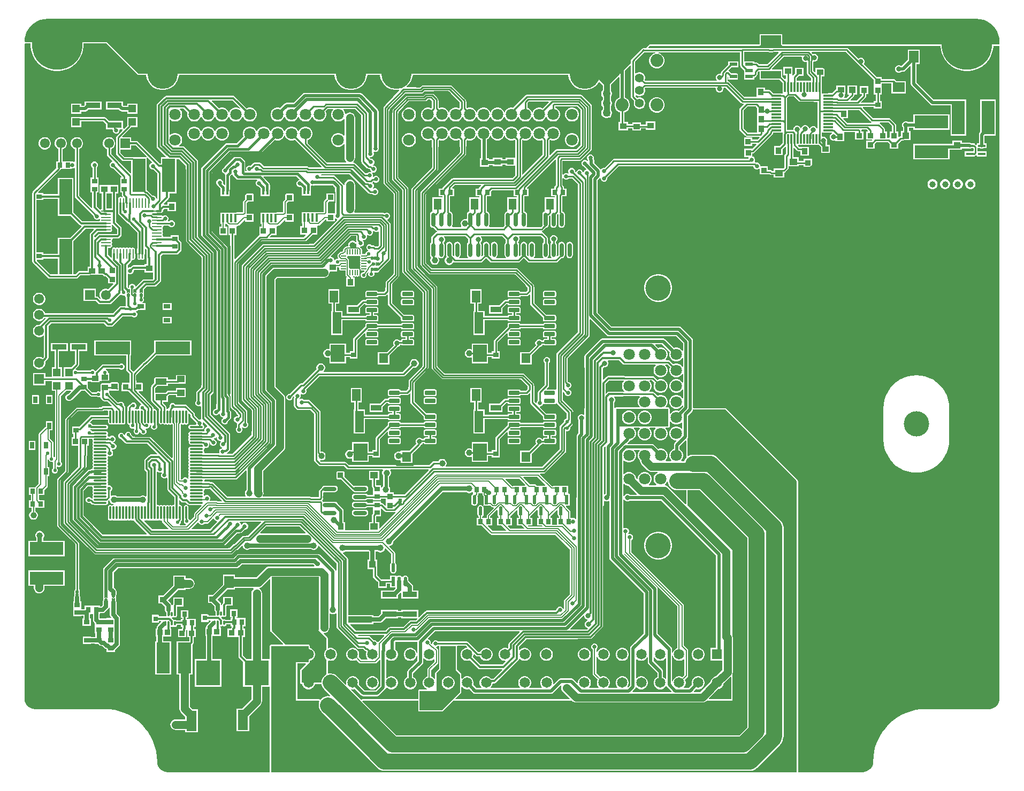
<source format=gtl>
G04*
G04 #@! TF.GenerationSoftware,Altium Limited,Altium Designer,23.7.1 (13)*
G04*
G04 Layer_Physical_Order=1*
G04 Layer_Color=255*
%FSLAX25Y25*%
%MOIN*%
G70*
G04*
G04 #@! TF.SameCoordinates,3671DF12-B1F1-4326-BA21-4D3E62DEF6AE*
G04*
G04*
G04 #@! TF.FilePolarity,Positive*
G04*
G01*
G75*
%ADD17C,0.01000*%
%ADD27R,0.03543X0.02953*%
%ADD30R,0.02953X0.03150*%
%ADD31R,0.03740X0.03937*%
%ADD32R,0.03681X0.03788*%
%ADD33R,0.02953X0.03543*%
%ADD34R,0.02985X0.03197*%
G04:AMPARAMS|DCode=35|XSize=26.38mil|YSize=11.81mil|CornerRadius=1.95mil|HoleSize=0mil|Usage=FLASHONLY|Rotation=270.000|XOffset=0mil|YOffset=0mil|HoleType=Round|Shape=RoundedRectangle|*
%AMROUNDEDRECTD35*
21,1,0.02638,0.00791,0,0,270.0*
21,1,0.02248,0.01181,0,0,270.0*
1,1,0.00390,-0.00396,-0.01124*
1,1,0.00390,-0.00396,0.01124*
1,1,0.00390,0.00396,0.01124*
1,1,0.00390,0.00396,-0.01124*
%
%ADD35ROUNDEDRECTD35*%
%ADD36R,0.05924X0.07505*%
%ADD37R,0.04369X0.03985*%
%ADD38R,0.03581X0.03591*%
%ADD39R,0.04560X0.03985*%
%ADD42R,0.06299X0.12598*%
%ADD44R,0.03197X0.02985*%
%ADD45R,0.03400X0.03788*%
%ADD48R,0.09055X0.03543*%
%ADD50R,0.04331X0.04134*%
%ADD51R,0.04134X0.04331*%
%ADD54R,0.03591X0.03772*%
%ADD55R,0.03394X0.02894*%
%ADD62R,0.03788X0.03400*%
G04:AMPARAMS|DCode=68|XSize=59.26mil|YSize=22.43mil|CornerRadius=11.22mil|HoleSize=0mil|Usage=FLASHONLY|Rotation=90.000|XOffset=0mil|YOffset=0mil|HoleType=Round|Shape=RoundedRectangle|*
%AMROUNDEDRECTD68*
21,1,0.05926,0.00000,0,0,90.0*
21,1,0.03683,0.02243,0,0,90.0*
1,1,0.02243,0.00000,0.01841*
1,1,0.02243,0.00000,-0.01841*
1,1,0.02243,0.00000,-0.01841*
1,1,0.02243,0.00000,0.01841*
%
%ADD68ROUNDEDRECTD68*%
%ADD69R,0.02243X0.05926*%
%ADD72R,0.02275X0.06001*%
G04:AMPARAMS|DCode=73|XSize=60.01mil|YSize=22.75mil|CornerRadius=11.38mil|HoleSize=0mil|Usage=FLASHONLY|Rotation=270.000|XOffset=0mil|YOffset=0mil|HoleType=Round|Shape=RoundedRectangle|*
%AMROUNDEDRECTD73*
21,1,0.06001,0.00000,0,0,270.0*
21,1,0.03725,0.02275,0,0,270.0*
1,1,0.02275,0.00000,-0.01863*
1,1,0.02275,0.00000,0.01863*
1,1,0.02275,0.00000,0.01863*
1,1,0.02275,0.00000,-0.01863*
%
%ADD73ROUNDEDRECTD73*%
%ADD79R,0.06693X0.03740*%
%ADD80R,0.05727X0.06127*%
%ADD84R,0.05140X0.06922*%
%ADD86R,0.03788X0.03596*%
%ADD87R,0.12631X0.04547*%
%ADD88R,0.07505X0.05924*%
%ADD89R,0.14252X0.14252*%
%ADD91R,0.03937X0.03740*%
%ADD92R,0.05118X0.04134*%
%ADD93R,0.01181X0.06299*%
%ADD94R,0.06299X0.01181*%
%ADD95R,0.06496X0.06496*%
%ADD96C,0.06496*%
%ADD113C,0.02480*%
%ADD114C,0.00500*%
%ADD115O,0.00787X0.03543*%
%ADD116O,0.03543X0.00787*%
%ADD117R,0.06063X0.06693*%
%ADD118O,0.08268X0.01181*%
%ADD119O,0.01181X0.08268*%
%ADD120R,0.03740X0.03150*%
%AMCUSTOMSHAPE121*
4,1,5,-0.00984,0.00984,-0.00984,-0.00591,0.00000,-0.01378,0.00984,-0.00591,0.00984,0.00984,-0.00984,0.00984,0.0*%
%ADD121CUSTOMSHAPE121*%

%AMCUSTOMSHAPE122*
4,1,7,0.00984,0.00000,0.00984,-0.00984,-0.00984,-0.00984,-0.00984,0.00000,-0.00984,0.01575,0.00000,0.00787,0.00984,0.01575,0.00984,0.00000,0.0*%
%ADD122CUSTOMSHAPE122*%

%ADD123R,0.03150X0.03740*%
%AMCUSTOMSHAPE124*
4,1,5,0.00984,-0.00984,0.00984,0.00591,0.00000,0.01378,-0.00984,0.00591,-0.00984,-0.00984,0.00984,-0.00984,0.0*%
%ADD124CUSTOMSHAPE124*%

%AMCUSTOMSHAPE125*
4,1,7,-0.00984,0.00000,-0.00984,0.00984,0.00984,0.00984,0.00984,0.00000,0.00984,-0.01575,0.00000,-0.00787,-0.00984,-0.01575,-0.00984,0.00000,0.0*%
%ADD125CUSTOMSHAPE125*%

%ADD126R,0.03347X0.03543*%
%ADD127R,0.08268X0.19291*%
%ADD128R,0.15158X0.15748*%
%ADD129R,0.04724X0.01575*%
%ADD130R,0.04724X0.04724*%
%ADD131R,0.04724X0.04724*%
%ADD132R,0.02559X0.04134*%
%AMCUSTOMSHAPE133*
4,1,5,-0.00984,-0.00984,0.00591,-0.00984,0.01378,0.00000,0.00591,0.00984,-0.00984,0.00984,-0.00984,-0.00984,0.0*%
%ADD133CUSTOMSHAPE133*%

%AMCUSTOMSHAPE134*
4,1,7,0.00000,0.00984,0.00984,0.00984,0.00984,-0.00984,0.00000,-0.00984,-0.01575,-0.00984,-0.00787,0.00000,-0.01575,0.00984,0.00000,0.00984,0.0*%
%ADD134CUSTOMSHAPE134*%

%ADD135R,0.03347X0.02953*%
%ADD136O,0.08661X0.02362*%
%ADD137R,0.03937X0.03543*%
%ADD138R,0.07087X0.03937*%
%ADD139R,0.08071X0.21063*%
%ADD140O,0.00984X0.06102*%
%ADD141O,0.06102X0.00984*%
%ADD142R,0.08268X0.22047*%
%ADD143R,0.04134X0.02559*%
%ADD144R,0.21654X0.07874*%
%ADD145R,0.15039X0.04134*%
%ADD146R,0.29449X0.33661*%
%ADD147R,0.01772X0.05512*%
%ADD148R,0.07441X0.06181*%
%ADD149R,0.04331X0.03740*%
%ADD150R,0.04331X0.03543*%
%ADD151R,0.21063X0.08071*%
G04:AMPARAMS|DCode=152|XSize=25.59mil|YSize=64.96mil|CornerRadius=1.92mil|HoleSize=0mil|Usage=FLASHONLY|Rotation=90.000|XOffset=0mil|YOffset=0mil|HoleType=Round|Shape=RoundedRectangle|*
%AMROUNDEDRECTD152*
21,1,0.02559,0.06112,0,0,90.0*
21,1,0.02175,0.06496,0,0,90.0*
1,1,0.00384,0.03056,0.01088*
1,1,0.00384,0.03056,-0.01088*
1,1,0.00384,-0.03056,-0.01088*
1,1,0.00384,-0.03056,0.01088*
%
%ADD152ROUNDEDRECTD152*%
%ADD153R,0.05315X0.07480*%
%ADD154R,0.08500X0.10799*%
%ADD155R,0.05512X0.13386*%
%ADD156O,0.02362X0.08661*%
%ADD157R,0.04724X0.02165*%
%ADD158R,0.03543X0.03347*%
%ADD159C,0.01200*%
%ADD160C,0.02000*%
%ADD161C,0.01500*%
%ADD162C,0.00800*%
%ADD163C,0.02500*%
%ADD164C,0.08000*%
%ADD165C,0.05000*%
%ADD166C,0.10000*%
%ADD167R,0.06102X0.06102*%
%ADD168C,0.06102*%
%ADD169C,0.07087*%
%ADD170C,0.15748*%
%ADD171C,0.18898*%
%ADD172R,0.06102X0.06102*%
%ADD173C,0.20669*%
%ADD174C,0.08071*%
%ADD175C,0.05591*%
%ADD176C,0.03937*%
%ADD177C,0.31496*%
%ADD178C,0.02598*%
%ADD179C,0.02205*%
%ADD180C,0.02362*%
%ADD181C,0.03150*%
%ADD182C,0.05000*%
G36*
X596749Y470970D02*
X598955Y470441D01*
X601051Y469573D01*
X602985Y468387D01*
X604710Y466914D01*
X606183Y465190D01*
X607368Y463255D01*
X608236Y461160D01*
X608765Y458954D01*
X608938Y456764D01*
X608924Y456693D01*
Y455118D01*
X473734D01*
X473603Y455564D01*
X473603D01*
Y461685D01*
X459397D01*
Y455564D01*
X459397D01*
X459266Y455118D01*
X390618D01*
X388445Y452945D01*
X387735D01*
X387735Y452945D01*
X387232Y453045D01*
X386730Y452945D01*
X386304Y452660D01*
X379536Y445893D01*
X379252Y445467D01*
X379152Y444965D01*
Y443652D01*
X372508Y437008D01*
X371957D01*
Y436457D01*
X366000Y430500D01*
Y410500D01*
X362500D01*
Y430000D01*
X355954Y436546D01*
X356145Y437008D01*
X72492D01*
X52807Y456693D01*
X1781D01*
X1332Y457193D01*
X1471Y458954D01*
X2000Y461160D01*
X2868Y463255D01*
X4053Y465190D01*
X5527Y466914D01*
X7252Y468387D01*
X9185Y469573D01*
X11281Y470441D01*
X13487Y470970D01*
X15677Y471142D01*
X15748Y471128D01*
X594488D01*
X594559Y471142D01*
X596749Y470970D01*
D02*
G37*
G36*
X472800Y455564D02*
X472822Y455451D01*
X472833Y455337D01*
X472964Y454891D01*
X472984Y454853D01*
X472992Y454811D01*
X473056Y454715D01*
X473109Y454614D01*
X473142Y454586D01*
X473166Y454550D01*
X473262Y454487D01*
X473350Y454413D01*
X473391Y454400D01*
X473427Y454376D01*
X473539Y454354D01*
X473649Y454320D01*
X473692Y454324D01*
X473734Y454315D01*
X572047D01*
Y454034D01*
X572330Y451885D01*
X572891Y449792D01*
X573721Y447789D01*
X574804Y445912D01*
X576124Y444192D01*
X577657Y442659D01*
X579376Y441340D01*
X581253Y440256D01*
X583256Y439427D01*
X585350Y438866D01*
X587499Y438583D01*
X589667D01*
X591816Y438866D01*
X593909Y439427D01*
X595912Y440256D01*
X597789Y441340D01*
X599509Y442659D01*
X601041Y444192D01*
X602361Y445912D01*
X603445Y447789D01*
X604274Y449792D01*
X604835Y451885D01*
X605118Y454034D01*
Y454315D01*
X608924D01*
Y47742D01*
X608924Y47736D01*
X608924Y47244D01*
X608883Y46761D01*
X608804Y45963D01*
X608430Y44730D01*
X607824Y43595D01*
X607007Y42600D01*
X606011Y41783D01*
X604876Y41176D01*
X603644Y40802D01*
X602845Y40723D01*
X602362Y40683D01*
Y40683D01*
X562992D01*
Y40697D01*
X559775Y40539D01*
X556589Y40066D01*
X553464Y39284D01*
X550431Y38199D01*
X547519Y36821D01*
X544757Y35165D01*
X542169Y33246D01*
X539783Y31083D01*
X537620Y28697D01*
X535701Y26109D01*
X534045Y23347D01*
X532668Y20435D01*
X531582Y17402D01*
X530800Y14277D01*
X530327Y11091D01*
X530169Y7874D01*
X530169D01*
X530142Y7385D01*
X530064Y6593D01*
X529690Y5361D01*
X529083Y4225D01*
X528266Y3230D01*
X527271Y2413D01*
X526136Y1806D01*
X524903Y1432D01*
X523645Y1308D01*
X523622Y1313D01*
X483303D01*
Y183000D01*
X483242Y183307D01*
X483068Y183568D01*
X483068Y183568D01*
X438568Y228068D01*
X438307Y228242D01*
X438000Y228303D01*
X418308D01*
X418029Y228428D01*
X417822Y228605D01*
Y270535D01*
X417822Y270535D01*
X417684Y271233D01*
X417289Y271824D01*
X417289Y271824D01*
X410324Y278789D01*
X409733Y279184D01*
X409035Y279322D01*
X409035Y279322D01*
X367255D01*
X358572Y288005D01*
Y370495D01*
X359289Y371211D01*
X359289Y371211D01*
X359289Y371211D01*
X359913Y371836D01*
X360337Y371707D01*
X360413Y371650D01*
Y371254D01*
X360731Y370487D01*
X361318Y369900D01*
X362085Y369583D01*
X362915D01*
X363682Y369900D01*
X364269Y370487D01*
X364587Y371254D01*
Y372084D01*
X364544Y372187D01*
X371544Y379187D01*
X455580D01*
Y378918D01*
X455898Y378151D01*
X456485Y377564D01*
X457252Y377246D01*
X458082D01*
X458849Y377564D01*
X458941Y377656D01*
X459441Y377449D01*
Y374177D01*
X463046D01*
X463173Y374152D01*
X465594D01*
X465619Y374127D01*
X466045Y373842D01*
X466547Y373743D01*
X468126D01*
Y372201D01*
X474819D01*
Y375278D01*
X475036Y375321D01*
X475462Y375606D01*
X476928Y377072D01*
X477213Y377498D01*
X477313Y378000D01*
Y379090D01*
X483874D01*
Y380050D01*
X486941D01*
Y378902D01*
X492059D01*
Y383823D01*
X486941D01*
Y382675D01*
X483874D01*
Y384799D01*
X480423D01*
Y390567D01*
X480885Y390759D01*
X482603Y389040D01*
X483029Y388756D01*
X483532Y388656D01*
X484784D01*
Y385744D01*
X490098D01*
Y391256D01*
X486198D01*
X486071Y391281D01*
X484075D01*
X483397Y391959D01*
X483588Y392421D01*
X496348D01*
X497709Y391061D01*
Y390929D01*
X497709Y390929D01*
X497744Y390753D01*
Y387402D01*
X503256D01*
Y392717D01*
X501354D01*
Y394291D01*
X501588Y394857D01*
Y395796D01*
X501229Y396665D01*
X500564Y397329D01*
X499696Y397689D01*
X498756D01*
X498621Y397633D01*
X498205Y397910D01*
Y399795D01*
X498205Y400295D01*
X498705Y400295D01*
X502106D01*
X502232Y400270D01*
X504506D01*
X504541Y400201D01*
X504306Y399562D01*
X504162Y399503D01*
X503497Y398838D01*
X503138Y397970D01*
Y397030D01*
X503497Y396162D01*
X504162Y395497D01*
X505030Y395138D01*
X505970D01*
X506368Y395303D01*
X506783Y395025D01*
Y394744D01*
X512098D01*
Y400256D01*
X512098D01*
X512264Y400687D01*
X518819D01*
Y395884D01*
X524181D01*
Y400859D01*
X522813D01*
Y401414D01*
X522758Y401687D01*
X523087Y402187D01*
X525956D01*
X526785Y401359D01*
X526577Y400859D01*
X525819D01*
Y395884D01*
X529331D01*
X529532Y395422D01*
X529284Y395116D01*
X525819D01*
Y390141D01*
X531181D01*
Y393260D01*
X532109Y394187D01*
X539391D01*
X540319Y393260D01*
Y390141D01*
X545681D01*
Y393260D01*
X547798Y395376D01*
X548933D01*
X549060Y395402D01*
X553453D01*
Y401110D01*
X552322D01*
Y403178D01*
X555181D01*
Y401929D01*
X577819D01*
Y411575D01*
X555181D01*
Y406822D01*
X552018D01*
X551838Y407003D01*
X550970Y407362D01*
X550030D01*
X549162Y407003D01*
X548497Y406338D01*
X548138Y405470D01*
Y404530D01*
X548497Y403662D01*
X548678Y403482D01*
Y401110D01*
X547547D01*
Y398002D01*
X547254D01*
X546752Y397902D01*
X546326Y397617D01*
X546143Y397434D01*
X545681Y397626D01*
Y400859D01*
X544313D01*
Y405000D01*
X544213Y405502D01*
X543928Y405928D01*
X540928Y408928D01*
X540502Y409213D01*
X540000Y409313D01*
X530044D01*
X523710Y415647D01*
X523901Y416109D01*
X530614D01*
Y415189D01*
X535386D01*
Y419748D01*
X534313D01*
Y423964D01*
X535583D01*
Y429311D01*
X535583D01*
Y429689D01*
X535583D01*
Y431050D01*
X541460D01*
Y424659D01*
X550540D01*
Y432158D01*
X544817D01*
X543684Y433290D01*
X543258Y433575D01*
X542756Y433675D01*
X535583D01*
Y435036D01*
X532273D01*
X524325Y442984D01*
X524503Y443162D01*
X524862Y444030D01*
Y444970D01*
X524503Y445838D01*
X523838Y446503D01*
X522970Y446862D01*
X522030D01*
X521162Y446503D01*
X520984Y446325D01*
X514719Y452590D01*
X514677Y452618D01*
X514649Y452660D01*
X514223Y452945D01*
X513721Y453045D01*
X467804D01*
X467650Y453014D01*
X465350D01*
X465196Y453045D01*
X448500D01*
X447998Y452945D01*
X447998Y452945D01*
X390233D01*
X390042Y453407D01*
X390951Y454315D01*
X459266D01*
X459308Y454324D01*
X459351Y454320D01*
X459461Y454354D01*
X459573Y454376D01*
X459609Y454400D01*
X459650Y454413D01*
X459738Y454487D01*
X459834Y454550D01*
X459858Y454586D01*
X459891Y454614D01*
X459944Y454715D01*
X460008Y454811D01*
X460016Y454853D01*
X460036Y454891D01*
X460167Y455337D01*
X460178Y455451D01*
X460200Y455564D01*
Y460883D01*
X472800D01*
Y455564D01*
D02*
G37*
G36*
X471187Y449958D02*
X464042Y442813D01*
X459044D01*
X458188Y443668D01*
X457762Y443953D01*
X457260Y444053D01*
X456071D01*
Y444610D01*
X449813D01*
Y450420D01*
X465072D01*
X465226Y450389D01*
X467774D01*
X467928Y450420D01*
X470996D01*
X471187Y449958D01*
D02*
G37*
G36*
X447187Y442142D02*
X447287Y441639D01*
X447572Y441214D01*
X449772Y439014D01*
Y437130D01*
X449772D01*
X449772Y437130D01*
X449772Y436630D01*
Y433390D01*
X456071D01*
Y434575D01*
X456345Y434630D01*
X456771Y434914D01*
X457570Y435714D01*
X457854Y436139D01*
X457954Y436642D01*
Y437598D01*
X458897Y438541D01*
X459397Y438334D01*
Y433315D01*
X471746D01*
X473770Y431291D01*
Y428732D01*
X473795Y428606D01*
Y425205D01*
X473795Y424705D01*
X473295Y424705D01*
X467778D01*
X466054Y426428D01*
X465628Y426713D01*
X465126Y426813D01*
X462776D01*
Y428256D01*
X457461D01*
Y422744D01*
X457088Y422437D01*
X449920D01*
X440280Y432076D01*
X439855Y432360D01*
X439352Y432460D01*
X439313D01*
Y434766D01*
X439813Y435030D01*
X439929Y434951D01*
Y433390D01*
X446228D01*
Y437130D01*
X441785D01*
X440462Y438453D01*
X440231Y438608D01*
X440110Y439194D01*
X441785Y440870D01*
X446228D01*
Y444610D01*
X439929D01*
Y442726D01*
X435572Y438369D01*
X435287Y437943D01*
X435187Y437441D01*
Y437013D01*
X434957Y436859D01*
X434017D01*
X433149Y436499D01*
X432485Y435835D01*
X432125Y434967D01*
Y434027D01*
X432485Y433159D01*
X432683Y432960D01*
X432476Y432460D01*
X388278D01*
X387849Y432889D01*
X387886Y432952D01*
X388130Y433863D01*
Y434806D01*
X387886Y435717D01*
X387414Y436535D01*
X386747Y437201D01*
X385930Y437673D01*
X385019Y437917D01*
X384076D01*
X383164Y437673D01*
X382347Y437201D01*
X382239Y437093D01*
X381777Y437285D01*
Y444421D01*
X387676Y450320D01*
X394294D01*
X394359Y449820D01*
X393453Y449577D01*
X392354Y448942D01*
X391456Y448044D01*
X390821Y446944D01*
X390492Y445718D01*
Y444448D01*
X390821Y443221D01*
X391456Y442121D01*
X392354Y441223D01*
X393453Y440589D01*
X394680Y440260D01*
X395950D01*
X397177Y440589D01*
X398276Y441223D01*
X399174Y442121D01*
X399809Y443221D01*
X400138Y444448D01*
Y445718D01*
X399809Y446944D01*
X399174Y448044D01*
X398276Y448942D01*
X397177Y449577D01*
X396270Y449820D01*
X396336Y450320D01*
X447187D01*
Y442142D01*
D02*
G37*
G36*
X71924Y436440D02*
X72185Y436266D01*
X72492Y436205D01*
X77165D01*
Y436000D01*
X77559Y434022D01*
X78330Y432159D01*
X79451Y430483D01*
X80876Y429057D01*
X82553Y427937D01*
X84416Y427165D01*
X86393Y426772D01*
X88410D01*
X90387Y427165D01*
X92250Y427937D01*
X93927Y429057D01*
X95353Y430483D01*
X96473Y432159D01*
X97244Y434022D01*
X97638Y436000D01*
Y436205D01*
X194488D01*
Y436000D01*
X194882Y434022D01*
X195653Y432159D01*
X196773Y430483D01*
X198199Y429057D01*
X199876Y427937D01*
X201739Y427165D01*
X203716Y426772D01*
X205733D01*
X207710Y427165D01*
X209573Y427937D01*
X211250Y429057D01*
X212675Y430483D01*
X213796Y432159D01*
X214567Y434022D01*
X214961Y436000D01*
Y436205D01*
X222835D01*
Y436000D01*
X223228Y434022D01*
X224000Y432159D01*
X225120Y430483D01*
X226546Y429057D01*
X228222Y427937D01*
X230085Y427165D01*
X232063Y426772D01*
X234079D01*
X234694Y426894D01*
X234929Y426453D01*
X225072Y416595D01*
X224787Y416170D01*
X224687Y415667D01*
Y368828D01*
X224787Y368326D01*
X225072Y367900D01*
X231051Y361921D01*
Y323000D01*
Y312115D01*
X226628Y307691D01*
X226343Y307265D01*
X226243Y306763D01*
Y301842D01*
X225139Y300738D01*
X221781D01*
X221734Y300970D01*
X221518Y301294D01*
X221194Y301510D01*
X220812Y301586D01*
X214700D01*
X214318Y301510D01*
X213994Y301294D01*
X213777Y300970D01*
X213701Y300588D01*
Y298412D01*
X213777Y298030D01*
X213994Y297706D01*
X214318Y297490D01*
X214700Y297414D01*
X220812D01*
X221194Y297490D01*
X221518Y297706D01*
X221734Y298030D01*
X221751Y298113D01*
X225683D01*
X226185Y298213D01*
X226611Y298497D01*
X227281Y299167D01*
X227743Y298976D01*
Y293476D01*
X227843Y292973D01*
X228128Y292547D01*
X235945Y284730D01*
Y283412D01*
X236021Y283030D01*
X236238Y282706D01*
X236562Y282490D01*
X236944Y282414D01*
X243056D01*
X243438Y282490D01*
X243762Y282706D01*
X243979Y283030D01*
X244055Y283412D01*
Y285588D01*
X243979Y285970D01*
X243762Y286294D01*
X243438Y286510D01*
X243056Y286586D01*
X237802D01*
X230368Y294019D01*
Y305598D01*
X234792Y310022D01*
X235077Y310447D01*
X235177Y310950D01*
Y323000D01*
Y363086D01*
X235077Y363588D01*
X234792Y364014D01*
X228813Y369993D01*
Y414502D01*
X238748Y424437D01*
X248831D01*
X249333Y424537D01*
X249759Y424822D01*
X250699Y425762D01*
X265730D01*
X272597Y418895D01*
Y415792D01*
X272072Y415267D01*
X271750Y415453D01*
X270649Y415748D01*
X269509D01*
X268407Y415453D01*
X267420Y414883D01*
X266613Y414076D01*
X266043Y413089D01*
X266007Y412953D01*
X265489D01*
X265453Y413089D01*
X264883Y414076D01*
X264076Y414883D01*
X263089Y415453D01*
X261987Y415748D01*
X260847D01*
X259774Y415460D01*
X259469Y415712D01*
X259399Y415777D01*
Y420883D01*
X259299Y421385D01*
X259015Y421811D01*
X256323Y424503D01*
X255897Y424788D01*
X255395Y424887D01*
X251605D01*
X251103Y424788D01*
X250677Y424503D01*
X249736Y423563D01*
X239654D01*
X239152Y423463D01*
X238726Y423178D01*
X230572Y415024D01*
X230287Y414599D01*
X230187Y414096D01*
Y371107D01*
X230287Y370604D01*
X230572Y370178D01*
X236551Y364199D01*
Y323000D01*
Y313518D01*
X236651Y313015D01*
X236936Y312590D01*
X249187Y300338D01*
Y254665D01*
X240693Y246170D01*
X240408Y245744D01*
X240308Y245242D01*
Y240342D01*
X239204Y239238D01*
X235846D01*
X235800Y239470D01*
X235583Y239794D01*
X235259Y240010D01*
X234877Y240086D01*
X228765D01*
X228383Y240010D01*
X228059Y239794D01*
X227842Y239470D01*
X227766Y239088D01*
Y236912D01*
X227842Y236530D01*
X228059Y236206D01*
X228383Y235990D01*
X228765Y235914D01*
X234877D01*
X235259Y235990D01*
X235583Y236206D01*
X235800Y236530D01*
X235816Y236613D01*
X239748D01*
X240250Y236712D01*
X240676Y236997D01*
X241346Y237667D01*
X241808Y237476D01*
Y231976D01*
X241908Y231473D01*
X242193Y231047D01*
X250010Y223230D01*
Y221912D01*
X250086Y221530D01*
X250303Y221206D01*
X250627Y220990D01*
X251009Y220914D01*
X257121D01*
X257503Y220990D01*
X257827Y221206D01*
X258044Y221530D01*
X258120Y221912D01*
Y224088D01*
X258044Y224470D01*
X257827Y224794D01*
X257503Y225010D01*
X257121Y225086D01*
X251867D01*
X244433Y232519D01*
Y244077D01*
X252928Y252572D01*
X253213Y252998D01*
X253313Y253500D01*
Y301503D01*
X253213Y302005D01*
X252928Y302431D01*
X240677Y314683D01*
Y323000D01*
Y365364D01*
X240577Y365866D01*
X240292Y366292D01*
X234313Y372272D01*
Y412931D01*
X240819Y419437D01*
X250902D01*
X251404Y419537D01*
X251830Y419822D01*
X252770Y420762D01*
X254230D01*
X255262Y419730D01*
Y419012D01*
X255274Y418952D01*
Y415792D01*
X254749Y415267D01*
X254428Y415453D01*
X253326Y415748D01*
X252186D01*
X251084Y415453D01*
X250097Y414883D01*
X249290Y414076D01*
X248720Y413089D01*
X248425Y411987D01*
Y410847D01*
X248720Y409746D01*
X249290Y408758D01*
X250097Y407952D01*
X251084Y407382D01*
X252186Y407087D01*
X253326D01*
X254428Y407382D01*
X255415Y407952D01*
X256221Y408758D01*
X256791Y409746D01*
X256828Y409881D01*
X257345D01*
X257382Y409746D01*
X257952Y408758D01*
X258758Y407952D01*
X259746Y407382D01*
X260847Y407087D01*
X261987D01*
X263089Y407382D01*
X264076Y407952D01*
X264883Y408758D01*
X265453Y409746D01*
X265489Y409881D01*
X266007D01*
X266043Y409746D01*
X266613Y408758D01*
X267420Y407952D01*
X268407Y407382D01*
X269509Y407087D01*
X270649D01*
X271750Y407382D01*
X272738Y407952D01*
X273544Y408758D01*
X274114Y409746D01*
X274151Y409881D01*
X274668D01*
X274705Y409746D01*
X275275Y408758D01*
X276081Y407952D01*
X277069Y407382D01*
X278170Y407087D01*
X279310D01*
X280412Y407382D01*
X281399Y407952D01*
X282206Y408758D01*
X282776Y409746D01*
X282812Y409881D01*
X283330D01*
X283366Y409746D01*
X283936Y408758D01*
X284742Y407952D01*
X285730Y407382D01*
X286831Y407087D01*
X287972D01*
X289073Y407382D01*
X290061Y407952D01*
X290867Y408758D01*
X291437Y409746D01*
X291474Y409881D01*
X291991D01*
X292027Y409746D01*
X292598Y408758D01*
X293404Y407952D01*
X294391Y407382D01*
X295493Y407087D01*
X296633D01*
X297735Y407382D01*
X298722Y407952D01*
X299528Y408758D01*
X300099Y409746D01*
X300135Y409881D01*
X300653D01*
X300689Y409746D01*
X301259Y408758D01*
X302065Y407952D01*
X303053Y407382D01*
X304154Y407087D01*
X305295D01*
X306396Y407382D01*
X307383Y407952D01*
X308190Y408758D01*
X308760Y409746D01*
X308796Y409881D01*
X309314D01*
X309350Y409746D01*
X309920Y408758D01*
X310727Y407952D01*
X311714Y407382D01*
X312816Y407087D01*
X313956D01*
X315057Y407382D01*
X316045Y407952D01*
X316851Y408758D01*
X317421Y409746D01*
X317458Y409881D01*
X317975D01*
X318012Y409746D01*
X318582Y408758D01*
X319388Y407952D01*
X320376Y407382D01*
X321477Y407087D01*
X322617D01*
X323719Y407382D01*
X324706Y407952D01*
X325513Y408758D01*
X326083Y409746D01*
X326119Y409881D01*
X326637D01*
X326673Y409746D01*
X327243Y408758D01*
X328050Y407952D01*
X329037Y407382D01*
X330138Y407087D01*
X331279D01*
X332380Y407382D01*
X333368Y407952D01*
X334174Y408758D01*
X334744Y409746D01*
X335039Y410847D01*
Y411987D01*
X334744Y413089D01*
X334174Y414076D01*
X333368Y414883D01*
X332380Y415453D01*
X332021Y415549D01*
Y416687D01*
X345456D01*
X347687Y414456D01*
Y392458D01*
X345042Y389813D01*
X332979D01*
X332476Y389713D01*
X332050Y389428D01*
X328775Y386152D01*
X328313Y386344D01*
Y395354D01*
X328715Y395757D01*
X329037Y395571D01*
X330138Y395276D01*
X331279D01*
X332380Y395571D01*
X333368Y396141D01*
X334174Y396947D01*
X334744Y397935D01*
X335039Y399036D01*
Y400176D01*
X334744Y401278D01*
X334174Y402265D01*
X333368Y403072D01*
X332380Y403642D01*
X331279Y403937D01*
X330138D01*
X329037Y403642D01*
X328050Y403072D01*
X327243Y402265D01*
X326673Y401278D01*
X326637Y401142D01*
X326119D01*
X326083Y401278D01*
X325513Y402265D01*
X324706Y403072D01*
X323719Y403642D01*
X322617Y403937D01*
X321477D01*
X320376Y403642D01*
X319388Y403072D01*
X318582Y402265D01*
X318012Y401278D01*
X317975Y401142D01*
X317458D01*
X317421Y401278D01*
X316851Y402265D01*
X316045Y403072D01*
X315057Y403642D01*
X313956Y403937D01*
X312816D01*
X311714Y403642D01*
X310727Y403072D01*
X309920Y402265D01*
X309350Y401278D01*
X309314Y401142D01*
X308796D01*
X308760Y401278D01*
X308190Y402265D01*
X307383Y403072D01*
X306396Y403642D01*
X305295Y403937D01*
X304154D01*
X303053Y403642D01*
X302065Y403072D01*
X301259Y402265D01*
X300689Y401278D01*
X300653Y401142D01*
X300135D01*
X300099Y401278D01*
X299528Y402265D01*
X298722Y403072D01*
X297735Y403642D01*
X296633Y403937D01*
X295493D01*
X294391Y403642D01*
X293404Y403072D01*
X292598Y402265D01*
X292027Y401278D01*
X291991Y401142D01*
X291474D01*
X291437Y401278D01*
X290867Y402265D01*
X290061Y403072D01*
X289073Y403642D01*
X287972Y403937D01*
X286831D01*
X285730Y403642D01*
X284742Y403072D01*
X283936Y402265D01*
X283366Y401278D01*
X283330Y401142D01*
X282812D01*
X282776Y401278D01*
X282206Y402265D01*
X281399Y403072D01*
X280412Y403642D01*
X279310Y403937D01*
X278170D01*
X277069Y403642D01*
X276081Y403072D01*
X275275Y402265D01*
X274705Y401278D01*
X274668Y401142D01*
X274151D01*
X274114Y401278D01*
X273544Y402265D01*
X272738Y403072D01*
X271750Y403642D01*
X270649Y403937D01*
X269509D01*
X268407Y403642D01*
X267420Y403072D01*
X266613Y402265D01*
X266043Y401278D01*
X266007Y401142D01*
X265489D01*
X265453Y401278D01*
X264883Y402265D01*
X264076Y403072D01*
X263089Y403642D01*
X261987Y403937D01*
X260847D01*
X259746Y403642D01*
X258758Y403072D01*
X257952Y402265D01*
X257382Y401278D01*
X257345Y401142D01*
X256828D01*
X256791Y401278D01*
X256221Y402265D01*
X255415Y403072D01*
X254428Y403642D01*
X253326Y403937D01*
X252186D01*
X251084Y403642D01*
X250097Y403072D01*
X249290Y402265D01*
X248720Y401278D01*
X248425Y400176D01*
Y399036D01*
X248720Y397935D01*
X249290Y396947D01*
X250097Y396141D01*
X251084Y395571D01*
X252186Y395276D01*
X253326D01*
X254428Y395571D01*
X254749Y395757D01*
X255274Y395232D01*
Y378499D01*
X242572Y365797D01*
X242287Y365371D01*
X242187Y364869D01*
Y323000D01*
Y315660D01*
X242287Y315158D01*
X242572Y314732D01*
X254687Y302616D01*
Y253379D01*
X254787Y252876D01*
X255072Y252450D01*
X260950Y246572D01*
X261376Y246287D01*
X261879Y246187D01*
X310690D01*
X314834Y242044D01*
Y240283D01*
X313730Y239179D01*
X310371D01*
X310325Y239411D01*
X310109Y239735D01*
X309785Y239951D01*
X309403Y240027D01*
X303290D01*
X302908Y239951D01*
X302584Y239735D01*
X302368Y239411D01*
X302292Y239029D01*
Y236853D01*
X302368Y236471D01*
X302584Y236147D01*
X302908Y235931D01*
X303290Y235855D01*
X309403D01*
X309785Y235931D01*
X310109Y236147D01*
X310325Y236471D01*
X310342Y236554D01*
X314274D01*
X314776Y236653D01*
X315202Y236938D01*
X315872Y237608D01*
X316334Y237417D01*
Y231917D01*
X316434Y231414D01*
X316718Y230988D01*
X324536Y223171D01*
Y221853D01*
X324612Y221471D01*
X324828Y221147D01*
X325152Y220931D01*
X325535Y220855D01*
X331647D01*
X332029Y220931D01*
X332353Y221147D01*
X332569Y221471D01*
X332645Y221853D01*
Y224028D01*
X332569Y224411D01*
X332353Y224735D01*
X332029Y224951D01*
X331647Y225027D01*
X326392D01*
X322506Y228913D01*
X322713Y229413D01*
X322915D01*
X323682Y229731D01*
X324269Y230318D01*
X324479Y230825D01*
X324491Y230836D01*
X325046Y230999D01*
X325051Y230999D01*
X325152Y230931D01*
X325535Y230855D01*
X331647D01*
X332029Y230931D01*
X332353Y231147D01*
X332489Y231351D01*
X332907Y231417D01*
X333063Y231392D01*
X333072Y231380D01*
X339187Y225264D01*
Y221890D01*
X339022D01*
X338327Y221602D01*
X337796Y221071D01*
X337508Y220376D01*
Y219864D01*
X335072Y217428D01*
X334787Y217002D01*
X334687Y216500D01*
Y202665D01*
X323835Y191813D01*
X264010D01*
X263911Y192051D01*
X263841Y192313D01*
X264183Y192905D01*
X264371Y193606D01*
Y194331D01*
X264183Y195032D01*
X263820Y195661D01*
X263307Y196174D01*
X262679Y196537D01*
X261978Y196724D01*
X261252D01*
X260551Y196537D01*
X259923Y196174D01*
X259410Y195661D01*
X259172Y195249D01*
X256437D01*
X255934Y195149D01*
X255508Y194865D01*
X253456Y192813D01*
X203544D01*
X201928Y194428D01*
X201502Y194713D01*
X201000Y194813D01*
X186129D01*
X185553Y195389D01*
X185811Y195838D01*
X186161Y195744D01*
X186887D01*
X187587Y195932D01*
X188216Y196295D01*
X188729Y196808D01*
X189092Y197436D01*
X189279Y198137D01*
Y198863D01*
X189092Y199564D01*
X188729Y200192D01*
X188216Y200705D01*
X187587Y201068D01*
X186887Y201256D01*
X186161D01*
X185868Y201481D01*
Y225945D01*
X185768Y226447D01*
X185483Y226873D01*
X179122Y233234D01*
X178697Y233519D01*
X178194Y233618D01*
X175332D01*
X175182Y233769D01*
X174415Y234087D01*
X173585D01*
X172912Y233808D01*
X172682Y234231D01*
X173269Y234818D01*
X173587Y235585D01*
Y236415D01*
X173389Y236892D01*
X173738Y237162D01*
X173805Y237193D01*
X174555Y236883D01*
X175385D01*
X176152Y237201D01*
X176739Y237788D01*
X177056Y238555D01*
Y239385D01*
X176817Y239961D01*
X185044Y248187D01*
X237438D01*
X237940Y248287D01*
X238366Y248572D01*
X243433Y253639D01*
X243856Y253525D01*
X244582D01*
X245283Y253713D01*
X245911Y254076D01*
X246424Y254589D01*
X246787Y255217D01*
X246975Y255918D01*
Y256644D01*
X246787Y257345D01*
X246424Y257973D01*
X245911Y258486D01*
X245283Y258849D01*
X244582Y259037D01*
X243856D01*
X243155Y258849D01*
X242527Y258486D01*
X242014Y257973D01*
X241651Y257345D01*
X241463Y256644D01*
Y255918D01*
X241577Y255495D01*
X236894Y250813D01*
X187856D01*
X187713Y251240D01*
X187710Y251313D01*
X188207Y251810D01*
X188570Y252438D01*
X188758Y253139D01*
Y253865D01*
X188570Y254566D01*
X188207Y255194D01*
X187694Y255707D01*
X187066Y256070D01*
X186365Y256258D01*
X185639D01*
X184938Y256070D01*
X184310Y255707D01*
X183797Y255194D01*
X183434Y254566D01*
X183246Y253865D01*
Y253139D01*
X183360Y252716D01*
X174456Y243813D01*
X173766D01*
X173264Y243713D01*
X172838Y243428D01*
X166697Y237287D01*
X166052D01*
X165285Y236970D01*
X164698Y236383D01*
X164380Y235616D01*
Y234786D01*
X164698Y234019D01*
X165285Y233432D01*
X166052Y233114D01*
X166882D01*
X167649Y233432D01*
X168236Y234019D01*
X168553Y234786D01*
Y235431D01*
X168685Y235563D01*
X169251Y235422D01*
X169326Y235176D01*
X169287Y235117D01*
X169187Y234615D01*
Y229825D01*
X169287Y229322D01*
X169572Y228896D01*
X171001Y227468D01*
X171426Y227183D01*
X171929Y227083D01*
X179439D01*
X181743Y224780D01*
Y196031D01*
X181842Y195528D01*
X182127Y195103D01*
X184658Y192572D01*
X185083Y192287D01*
X185586Y192187D01*
X200456D01*
X202072Y190572D01*
X202498Y190287D01*
X203000Y190187D01*
X224605D01*
X224704Y189949D01*
X224774Y189687D01*
X224432Y189095D01*
X224244Y188394D01*
Y187669D01*
X224432Y186968D01*
X224795Y186339D01*
X224911Y186223D01*
Y179888D01*
X224775Y179809D01*
X224262Y179296D01*
X223985Y178815D01*
X223484Y178949D01*
Y180157D01*
X220568D01*
Y183720D01*
X222323D01*
Y189280D01*
X216189D01*
Y183720D01*
X217943D01*
Y179417D01*
X218043Y178914D01*
X218328Y178489D01*
X218515Y178301D01*
Y175812D01*
X218515Y175689D01*
Y175312D01*
X218515Y175189D01*
Y174351D01*
X215063D01*
X215018Y174419D01*
X214367Y174854D01*
X213598Y175007D01*
X207299D01*
X206531Y174854D01*
X205880Y174419D01*
X205445Y173768D01*
X205292Y173000D01*
X205445Y172232D01*
X205880Y171581D01*
X206531Y171146D01*
X207299Y170993D01*
X213598D01*
X214367Y171146D01*
X215018Y171581D01*
X215115Y171726D01*
X218515D01*
Y170843D01*
X223484D01*
Y171765D01*
X226417D01*
Y170689D01*
X226417D01*
Y170311D01*
X226417D01*
Y167634D01*
X225955Y167443D01*
X224547Y168851D01*
X224121Y169135D01*
X223619Y169235D01*
X223484D01*
Y170157D01*
X218515D01*
Y169274D01*
X215115D01*
X215018Y169419D01*
X214367Y169854D01*
X213598Y170007D01*
X207299D01*
X206531Y169854D01*
X205880Y169419D01*
X205445Y168768D01*
X205292Y168000D01*
X205445Y167232D01*
X205880Y166581D01*
X206531Y166146D01*
X207299Y165993D01*
X213598D01*
X214367Y166146D01*
X215018Y166581D01*
X215063Y166649D01*
X218515D01*
Y165689D01*
X218515D01*
Y165312D01*
X218515D01*
Y162699D01*
X218328Y162511D01*
X218043Y162086D01*
X217943Y161583D01*
Y157280D01*
X216189D01*
Y152211D01*
X201098D01*
Y157256D01*
X200263D01*
Y164260D01*
X200125Y164957D01*
X199730Y165549D01*
X199730Y165549D01*
X196566Y168712D01*
X196555Y168768D01*
X196120Y169419D01*
X195469Y169854D01*
X194701Y170007D01*
X188402D01*
X187634Y169854D01*
X187614Y169842D01*
X187433Y169916D01*
X187149Y170342D01*
X186674Y170817D01*
X187149Y171292D01*
X187433Y171718D01*
X187533Y172221D01*
Y175657D01*
X188033Y176066D01*
X188402Y175993D01*
X194701D01*
X195469Y176146D01*
X196120Y176581D01*
X196555Y177232D01*
X196708Y178000D01*
X196555Y178768D01*
X196120Y179419D01*
X195469Y179854D01*
X194701Y180007D01*
X188402D01*
X187634Y179854D01*
X186982Y179419D01*
X186616Y178871D01*
X186311Y178667D01*
X185292Y177649D01*
X185008Y177223D01*
X184908Y176720D01*
Y172813D01*
X180103D01*
X179804Y173013D01*
X179301Y173113D01*
X149986D01*
X149765Y173561D01*
X149887Y173721D01*
X150218Y174520D01*
X150331Y175378D01*
X150253Y175974D01*
Y189229D01*
X162845Y201821D01*
X163372Y202508D01*
X163703Y203307D01*
X163816Y204166D01*
Y234485D01*
X163703Y235343D01*
X163372Y236143D01*
X162845Y236830D01*
X157687Y241987D01*
Y308675D01*
X158674Y309661D01*
X187977D01*
X188835Y309774D01*
X189635Y310105D01*
X189636Y310106D01*
X189689Y310128D01*
X190376Y310655D01*
X190903Y311342D01*
X191234Y312142D01*
X191347Y313000D01*
X191336Y313085D01*
X191666Y313461D01*
X196256D01*
Y316259D01*
X197264D01*
X197518Y315926D01*
X197544Y315879D01*
X197572Y315775D01*
X197493Y315378D01*
X197584Y314917D01*
X197845Y314526D01*
X198236Y314265D01*
X198697Y314174D01*
X201359D01*
Y311512D01*
X201450Y311051D01*
X201712Y310660D01*
X202102Y310399D01*
X202132Y310254D01*
X201783Y309756D01*
X201783D01*
Y304244D01*
X207098D01*
Y309756D01*
X205970D01*
X205910Y309837D01*
X206093Y310383D01*
X206173Y310399D01*
X206500Y310617D01*
X206827Y310399D01*
X207287Y310308D01*
X207748Y310399D01*
X208075Y310617D01*
X208401Y310399D01*
X208862Y310308D01*
X209323Y310399D01*
X209714Y310660D01*
X209975Y311051D01*
X210066Y311512D01*
Y314268D01*
X209975Y314728D01*
X209714Y315119D01*
X209323Y315380D01*
X208862Y315472D01*
X208401Y315380D01*
X208075Y315162D01*
X207748Y315380D01*
X207287Y315472D01*
X206827Y315380D01*
X206500Y315162D01*
X206173Y315380D01*
X205713Y315472D01*
X205252Y315380D01*
X204925Y315162D01*
X204599Y315380D01*
X204138Y315472D01*
X203654Y315886D01*
Y320576D01*
X203574Y320981D01*
X203344Y321324D01*
X202574Y322094D01*
X202565Y322138D01*
X202347Y322465D01*
X202565Y322791D01*
X202641Y323174D01*
X203024Y323250D01*
X203350Y323468D01*
X203677Y323250D01*
X204138Y323158D01*
X204599Y323250D01*
X204925Y323468D01*
X205252Y323250D01*
X205713Y323158D01*
X206173Y323250D01*
X206500Y323468D01*
X206827Y323250D01*
X207287Y323158D01*
X207748Y323250D01*
X208075Y323468D01*
X208401Y323250D01*
X208862Y323158D01*
X209323Y323250D01*
X209650Y323468D01*
X209976Y323250D01*
X210359Y323174D01*
X210435Y322791D01*
X210653Y322465D01*
X210435Y322138D01*
X210343Y321677D01*
X210435Y321216D01*
X210653Y320890D01*
X210435Y320563D01*
X210343Y320102D01*
X210435Y319641D01*
X210653Y319315D01*
X210435Y318988D01*
X210343Y318528D01*
X210435Y318067D01*
X210653Y317740D01*
X210435Y317414D01*
X210343Y316953D01*
X210435Y316492D01*
X210653Y316165D01*
X210435Y315839D01*
X210343Y315378D01*
X210435Y314917D01*
X210696Y314526D01*
X211086Y314265D01*
X211547Y314174D01*
X212960D01*
X213178Y313724D01*
X212810Y313254D01*
X212297D01*
X211603Y312966D01*
X211071Y312435D01*
X210783Y311740D01*
Y310988D01*
X211071Y310294D01*
X211603Y309762D01*
X212297Y309474D01*
X213049D01*
X213744Y309762D01*
X214275Y310294D01*
X214563Y310988D01*
Y311740D01*
X214476Y311950D01*
X215360Y313079D01*
X215796Y312824D01*
X215610Y312376D01*
Y311624D01*
X215898Y310929D01*
X216429Y310398D01*
X217124Y310110D01*
X217876D01*
X218570Y310398D01*
X219102Y310929D01*
X219390Y311624D01*
Y312376D01*
X219292Y312612D01*
X219570Y313028D01*
X221484D01*
X221792Y313089D01*
X222052Y313263D01*
X222226Y313524D01*
X222287Y313831D01*
Y313931D01*
X228928Y320572D01*
X229213Y320998D01*
X229313Y321500D01*
Y343364D01*
X229213Y343866D01*
X228928Y344292D01*
X227511Y345709D01*
X227675Y346252D01*
X228247Y346489D01*
X228834Y347076D01*
X229151Y347843D01*
Y348673D01*
X228834Y349440D01*
X228247Y350027D01*
X227480Y350344D01*
X226650D01*
X225883Y350027D01*
X225732Y349876D01*
X225465D01*
X225413Y349928D01*
X224988Y350213D01*
X224485Y350313D01*
X207031D01*
X206809Y350761D01*
X206872Y350842D01*
X207203Y351642D01*
X207316Y352500D01*
Y367681D01*
X207203Y368539D01*
X206872Y369338D01*
X206345Y370025D01*
X205658Y370552D01*
X204858Y370883D01*
X204000Y370996D01*
X203142Y370883D01*
X202342Y370552D01*
X201655Y370025D01*
X201129Y369338D01*
X200797Y368539D01*
X200697Y367775D01*
X200315Y367690D01*
X200192Y367699D01*
X199928Y368094D01*
X194796Y373225D01*
X194370Y373510D01*
X193868Y373610D01*
X186170D01*
X186118Y373687D01*
X186385Y374187D01*
X203767D01*
X212383Y365572D01*
X212809Y365287D01*
X212871Y365275D01*
X215755Y362391D01*
X216181Y362106D01*
X216683Y362007D01*
X218014D01*
X218470Y361550D01*
X219237Y361233D01*
X220067D01*
X220834Y361550D01*
X221421Y362137D01*
X221739Y362904D01*
Y363734D01*
X221421Y364501D01*
X220834Y365088D01*
X220067Y365406D01*
X219237D01*
X218768Y365211D01*
X218484Y365635D01*
X218699Y365849D01*
X219016Y366616D01*
Y367446D01*
X218699Y368213D01*
X218334Y368578D01*
X218130Y368840D01*
X218319Y369246D01*
X218587Y369515D01*
X219073D01*
X219224Y369364D01*
X219991Y369047D01*
X220821D01*
X221588Y369364D01*
X222175Y369951D01*
X222492Y370718D01*
Y371548D01*
X222175Y372315D01*
X221588Y372902D01*
X220821Y373220D01*
X219991D01*
X219224Y372902D01*
X218931Y372609D01*
X218507Y372892D01*
X218587Y373085D01*
Y373915D01*
X218269Y374682D01*
X217951Y375000D01*
X218234Y375424D01*
X218370Y375368D01*
X219200D01*
X219967Y375685D01*
X220554Y376272D01*
X220871Y377039D01*
Y377869D01*
X220554Y378636D01*
X219967Y379223D01*
X219200Y379541D01*
X218637D01*
X218525Y379779D01*
X218484Y380041D01*
X219015Y380572D01*
X219333Y381339D01*
Y382169D01*
X219015Y382936D01*
X218428Y383523D01*
X217661Y383841D01*
X217016D01*
X216493Y384364D01*
X216712Y384851D01*
X217353D01*
X218120Y385169D01*
X218707Y385756D01*
X219024Y386523D01*
Y387353D01*
X218775Y387955D01*
X218813Y388022D01*
X219260Y388284D01*
X219752Y388080D01*
X220582D01*
X221349Y388398D01*
X221936Y388985D01*
X222254Y389752D01*
Y390582D01*
X221989Y391220D01*
Y413333D01*
X221989Y413333D01*
X221851Y414030D01*
X221456Y414622D01*
X221456Y414622D01*
X212289Y423789D01*
X212289Y423789D01*
X211556Y424521D01*
X210965Y424916D01*
X210268Y425055D01*
X210268Y425055D01*
X175996D01*
X175299Y424916D01*
X174707Y424521D01*
X174707Y424521D01*
X169009Y418822D01*
X164638D01*
X164638Y418822D01*
X163940Y418684D01*
X163349Y418289D01*
X163349Y418289D01*
X160558Y415498D01*
X159625Y415748D01*
X158485D01*
X157384Y415453D01*
X156396Y414883D01*
X155590Y414076D01*
X155019Y413089D01*
X154724Y411987D01*
Y410847D01*
X155019Y409746D01*
X155590Y408758D01*
X156396Y407952D01*
X157384Y407382D01*
X158485Y407087D01*
X159625D01*
X160727Y407382D01*
X161714Y407952D01*
X162521Y408758D01*
X163091Y409746D01*
X163127Y409881D01*
X163645D01*
X163681Y409746D01*
X164251Y408758D01*
X165057Y407952D01*
X166045Y407382D01*
X167146Y407087D01*
X168287D01*
X169388Y407382D01*
X170376Y407952D01*
X171182Y408758D01*
X171752Y409746D01*
X171788Y409881D01*
X172306D01*
X172342Y409746D01*
X172913Y408758D01*
X173719Y407952D01*
X174706Y407382D01*
X175808Y407087D01*
X176948D01*
X178050Y407382D01*
X179037Y407952D01*
X179843Y408758D01*
X180413Y409746D01*
X180450Y409881D01*
X180967D01*
X181004Y409746D01*
X181574Y408758D01*
X182380Y407952D01*
X183368Y407382D01*
X184469Y407087D01*
X185609D01*
X186711Y407382D01*
X187698Y407952D01*
X188505Y408758D01*
X189075Y409746D01*
X189370Y410847D01*
Y411987D01*
X189075Y413089D01*
X188889Y413411D01*
X190414Y414935D01*
X193537D01*
X193744Y414435D01*
X193385Y414076D01*
X192815Y413089D01*
X192520Y411987D01*
Y410847D01*
X192815Y409746D01*
X193385Y408758D01*
X194191Y407952D01*
X195179Y407382D01*
X196280Y407087D01*
X197421D01*
X198522Y407382D01*
X199510Y407952D01*
X200260Y408702D01*
X200496Y408665D01*
X200760Y408527D01*
Y398464D01*
X200260Y398385D01*
X199510Y399135D01*
X198522Y399705D01*
X197421Y400000D01*
X196280D01*
X195179Y399705D01*
X194191Y399135D01*
X193385Y398328D01*
X192815Y397341D01*
X192520Y396239D01*
Y395099D01*
X192815Y393998D01*
X193385Y393010D01*
X194191Y392204D01*
X195179Y391634D01*
X196280Y391339D01*
X197421D01*
X198522Y391634D01*
X199510Y392204D01*
X200260Y392954D01*
X200760Y392875D01*
Y385073D01*
X200684Y384500D01*
X200797Y383642D01*
X201129Y382842D01*
X201655Y382155D01*
X201932Y381943D01*
X201762Y381443D01*
X189857D01*
X177691Y393610D01*
Y395475D01*
X178050Y395571D01*
X179037Y396141D01*
X179843Y396947D01*
X180413Y397935D01*
X180709Y399036D01*
Y400176D01*
X180413Y401278D01*
X179843Y402265D01*
X179037Y403072D01*
X178050Y403642D01*
X176948Y403937D01*
X175808D01*
X174706Y403642D01*
X173719Y403072D01*
X172913Y402265D01*
X172342Y401278D01*
X172306Y401142D01*
X171788D01*
X171752Y401278D01*
X171182Y402265D01*
X170376Y403072D01*
X169388Y403642D01*
X168287Y403937D01*
X167146D01*
X166045Y403642D01*
X165057Y403072D01*
X164251Y402265D01*
X163681Y401278D01*
X163645Y401142D01*
X163127D01*
X163091Y401278D01*
X162521Y402265D01*
X161714Y403072D01*
X160727Y403642D01*
X159625Y403937D01*
X158485D01*
X157384Y403642D01*
X156396Y403072D01*
X155590Y402265D01*
X155019Y401278D01*
X154983Y401142D01*
X154466D01*
X154429Y401278D01*
X153859Y402265D01*
X153053Y403072D01*
X152065Y403642D01*
X150964Y403937D01*
X149824D01*
X148722Y403642D01*
X147735Y403072D01*
X146928Y402265D01*
X146358Y401278D01*
X146322Y401142D01*
X145804D01*
X145768Y401278D01*
X145198Y402265D01*
X144391Y403072D01*
X143404Y403642D01*
X142302Y403937D01*
X141162D01*
X140061Y403642D01*
X139073Y403072D01*
X138267Y402265D01*
X137697Y401278D01*
X137402Y400176D01*
Y399036D01*
X137697Y397935D01*
X137751Y397841D01*
X133502Y393593D01*
X127549D01*
X126950Y393474D01*
X126441Y393134D01*
X121419Y388112D01*
X121347Y388064D01*
X111892Y378608D01*
X111552Y378100D01*
X111433Y377500D01*
Y336161D01*
X111552Y335561D01*
X111892Y335053D01*
X118612Y328332D01*
X118631Y328304D01*
X120891Y326044D01*
Y228145D01*
X120683Y227937D01*
X120334D01*
X119567Y227619D01*
X118980Y227032D01*
X118663Y226265D01*
Y225435D01*
X118980Y224668D01*
X119567Y224081D01*
X120334Y223763D01*
X121164D01*
X121931Y224081D01*
X122518Y224668D01*
X122581Y224820D01*
X123081Y224720D01*
Y224280D01*
X123398Y223513D01*
X123986Y222926D01*
X124752Y222608D01*
X125131D01*
X125230Y222108D01*
X124989Y222008D01*
X124402Y221421D01*
X124085Y220655D01*
Y219824D01*
X124402Y219057D01*
X124989Y218471D01*
X125756Y218153D01*
X126586D01*
X127353Y218471D01*
X127940Y219057D01*
X128258Y219824D01*
Y220230D01*
X129611Y221583D01*
X129951Y222092D01*
X130070Y222691D01*
Y225931D01*
X129951Y226531D01*
X129611Y227040D01*
X129389Y227262D01*
Y228631D01*
X129889Y228782D01*
X129943Y228700D01*
X131557Y227087D01*
X131983Y226802D01*
X132089Y226781D01*
X133061Y225809D01*
X133138Y225421D01*
X133423Y224995D01*
X134506Y223911D01*
Y223667D01*
X134156Y223316D01*
X133598D01*
X132831Y222999D01*
X132244Y222412D01*
X131927Y221645D01*
Y220815D01*
X132244Y220048D01*
X132831Y219461D01*
X133457Y219201D01*
X133694Y218732D01*
X133706Y218643D01*
X133616Y218186D01*
Y216469D01*
X133343Y216196D01*
X133026Y215429D01*
Y214599D01*
X133343Y213832D01*
X133930Y213246D01*
X134697Y212928D01*
X135527D01*
X136294Y213246D01*
X136881Y213832D01*
X137199Y214599D01*
Y215429D01*
X136881Y216196D01*
X137259Y216490D01*
X137519Y216231D01*
X138286Y215913D01*
X139116D01*
X139883Y216231D01*
X140470Y216818D01*
X140787Y217585D01*
Y218415D01*
X140470Y219182D01*
X140131Y219520D01*
Y226150D01*
X140032Y226652D01*
X139747Y227078D01*
X135184Y231641D01*
Y318091D01*
X149280Y332187D01*
X175815D01*
X176318Y332287D01*
X176743Y332572D01*
X180740Y336569D01*
X183859D01*
Y341931D01*
X184239Y342222D01*
X184597D01*
X184597Y342222D01*
X185061Y342314D01*
X185453Y342577D01*
X188819Y345942D01*
X189319Y345735D01*
Y344891D01*
X194681D01*
Y346435D01*
X195181Y346642D01*
X195428Y346395D01*
X196000Y346158D01*
X196164Y345615D01*
X181361Y330813D01*
X150393D01*
X149891Y330713D01*
X149465Y330428D01*
X136943Y317906D01*
X136659Y317480D01*
X136559Y316978D01*
Y233779D01*
X136659Y233277D01*
X136943Y232851D01*
X142687Y227107D01*
Y211544D01*
X130896Y199752D01*
X127594D01*
X127442Y200252D01*
X127701Y200425D01*
X129000Y201725D01*
X129307Y202183D01*
X129415Y202725D01*
Y212000D01*
X129307Y212541D01*
X129000Y213000D01*
X117515Y224485D01*
Y236323D01*
X119109Y237916D01*
X119416Y238375D01*
X119523Y238917D01*
Y324891D01*
X119416Y325432D01*
X119109Y325891D01*
X109577Y335423D01*
Y382184D01*
X109470Y382726D01*
X109163Y383184D01*
X101116Y391232D01*
X100657Y391538D01*
X100115Y391646D01*
X97935D01*
X97805Y392129D01*
X97935Y392204D01*
X98741Y393010D01*
X99311Y393998D01*
X99606Y395099D01*
Y396239D01*
X99311Y397341D01*
X98741Y398328D01*
X97935Y399135D01*
X96947Y399705D01*
X95846Y400000D01*
X94705D01*
X93604Y399705D01*
X92616Y399135D01*
X92260Y398778D01*
X91760Y398985D01*
Y408102D01*
X92260Y408309D01*
X92616Y407952D01*
X93604Y407382D01*
X94705Y407087D01*
X95846D01*
X96947Y407382D01*
X97935Y407952D01*
X98741Y408758D01*
X99311Y409746D01*
X99606Y410847D01*
Y411987D01*
X99311Y413089D01*
X98741Y414076D01*
X98132Y414685D01*
X98339Y415185D01*
X100462D01*
X102947Y412701D01*
X102756Y411987D01*
Y410847D01*
X103051Y409746D01*
X103621Y408758D01*
X104428Y407952D01*
X105415Y407382D01*
X106517Y407087D01*
X107657D01*
X108758Y407382D01*
X109746Y407952D01*
X110552Y408758D01*
X111122Y409746D01*
X111159Y409881D01*
X111676D01*
X111713Y409746D01*
X112283Y408758D01*
X113089Y407952D01*
X114076Y407382D01*
X115178Y407087D01*
X116318D01*
X117420Y407382D01*
X118407Y407952D01*
X119213Y408758D01*
X119784Y409746D01*
X119820Y409881D01*
X120338D01*
X120374Y409746D01*
X120944Y408758D01*
X121750Y407952D01*
X122738Y407382D01*
X123839Y407087D01*
X124980D01*
X126081Y407382D01*
X127069Y407952D01*
X127875Y408758D01*
X128445Y409746D01*
X128481Y409881D01*
X128999D01*
X129035Y409746D01*
X129605Y408758D01*
X130412Y407952D01*
X131399Y407382D01*
X132501Y407087D01*
X133641D01*
X134742Y407382D01*
X135730Y407952D01*
X136536Y408758D01*
X137106Y409746D01*
X137143Y409881D01*
X137660D01*
X137697Y409746D01*
X138267Y408758D01*
X139073Y407952D01*
X140061Y407382D01*
X141162Y407087D01*
X142302D01*
X143404Y407382D01*
X144391Y407952D01*
X145198Y408758D01*
X145768Y409746D01*
X146063Y410847D01*
Y411987D01*
X145768Y413089D01*
X145198Y414076D01*
X144391Y414883D01*
X143404Y415453D01*
X142302Y415748D01*
X141162D01*
X140061Y415453D01*
X139830Y415320D01*
X132450Y422700D01*
X131991Y423007D01*
X131450Y423115D01*
X89796D01*
X89254Y423007D01*
X88796Y422700D01*
X84245Y418149D01*
X83938Y417690D01*
X83830Y417149D01*
Y391514D01*
X83938Y390973D01*
X84245Y390514D01*
X89478Y385281D01*
X89287Y384819D01*
X86429D01*
Y381047D01*
X85705D01*
X72252Y394500D01*
X71793Y394807D01*
X71252Y394915D01*
X67839D01*
Y397339D01*
X62425D01*
X62234Y397800D01*
X63928Y399494D01*
X67566Y403133D01*
X67851Y403558D01*
X67882Y403717D01*
X71650D01*
Y410016D01*
X65350D01*
Y405131D01*
X65325Y405004D01*
Y404604D01*
X63315Y402594D01*
X62815Y402801D01*
Y407457D01*
X54041D01*
X52070Y409428D01*
X51644Y409713D01*
X51142Y409813D01*
X36650D01*
Y410016D01*
X30350D01*
Y403717D01*
X36650D01*
Y407187D01*
X50598D01*
X52185Y405600D01*
Y402339D01*
X56220D01*
X56287Y401998D01*
X56413Y401809D01*
Y401085D01*
X56731Y400318D01*
X57318Y399731D01*
X58085Y399413D01*
X58915D01*
X59682Y399731D01*
X60269Y400318D01*
X60587Y401085D01*
Y401915D01*
X60583Y401923D01*
X60861Y402339D01*
X62352D01*
X62559Y401839D01*
X62071Y401350D01*
X62071Y401350D01*
X58733Y398013D01*
X58449Y397587D01*
X58349Y397084D01*
Y387161D01*
X58449Y386659D01*
X58733Y386233D01*
X62151Y382816D01*
X62576Y382531D01*
X63079Y382432D01*
X67925D01*
Y380444D01*
X67913Y380415D01*
Y379585D01*
X67925Y379556D01*
Y374932D01*
X67463Y374740D01*
X60452Y381752D01*
X60227Y382088D01*
X55313Y387002D01*
Y389878D01*
X55482Y389923D01*
X56357Y390428D01*
X57072Y391143D01*
X57577Y392018D01*
X57839Y392995D01*
Y394005D01*
X57577Y394982D01*
X57072Y395857D01*
X56357Y396572D01*
X55482Y397077D01*
X54505Y397339D01*
X53495D01*
X52518Y397077D01*
X51643Y396572D01*
X50928Y395857D01*
X50423Y394982D01*
X50161Y394005D01*
Y392995D01*
X50423Y392018D01*
X50928Y391143D01*
X51643Y390428D01*
X52518Y389923D01*
X52687Y389878D01*
Y386459D01*
X52787Y385956D01*
X53072Y385530D01*
X56054Y382548D01*
X55890Y382006D01*
X55318Y381769D01*
X54731Y381182D01*
X54413Y380415D01*
Y379585D01*
X54731Y378818D01*
X55318Y378231D01*
X56085Y377913D01*
X56730D01*
X61895Y372748D01*
X61688Y372248D01*
X61114D01*
Y367689D01*
X61114D01*
Y367311D01*
X61114D01*
Y362752D01*
X62085D01*
Y361239D01*
X62193Y360698D01*
X62327Y360498D01*
X62498Y360236D01*
X62185Y359847D01*
X62156Y359828D01*
X62033D01*
X61610Y360111D01*
X61110Y360210D01*
X60611Y360111D01*
X60188Y359828D01*
X59905Y359405D01*
X59806Y358906D01*
Y356891D01*
X59803Y356888D01*
X59696Y356347D01*
X59803Y355805D01*
X59803Y355805D01*
Y350006D01*
X59911Y349465D01*
X60218Y349006D01*
X65414Y343810D01*
X65873Y343503D01*
X66027Y343473D01*
X71703Y337796D01*
Y328343D01*
X71614Y327896D01*
Y325195D01*
X71614Y325195D01*
X71507Y324654D01*
X71614Y324112D01*
X71617Y324109D01*
Y322094D01*
X71716Y321595D01*
X71999Y321172D01*
X72422Y320889D01*
X72921Y320790D01*
X73421Y320889D01*
X73844Y321172D01*
X73967D01*
X74391Y320889D01*
X74890Y320790D01*
X75389Y320889D01*
X75812Y321172D01*
X76095Y321595D01*
X76194Y322094D01*
Y324109D01*
X76197Y324112D01*
X76304Y324654D01*
Y327630D01*
X76766Y327821D01*
X77304Y327283D01*
Y324761D01*
X77412Y324220D01*
X77412Y324220D01*
Y322310D01*
X77520Y321769D01*
X77585Y321671D01*
Y318216D01*
X76244D01*
Y317415D01*
X69197D01*
X68656Y317307D01*
X68197Y317000D01*
X67283Y316087D01*
X66782D01*
X66115Y315810D01*
X65615Y316022D01*
Y317414D01*
X67908Y319708D01*
X68215Y320166D01*
X68273Y320460D01*
X68282Y320478D01*
X68723Y320799D01*
X68822Y320822D01*
X68984Y320790D01*
X69484Y320889D01*
X69907Y321172D01*
X70189Y321595D01*
X70289Y322094D01*
Y327213D01*
X70189Y327712D01*
X69907Y328135D01*
X69484Y328418D01*
X68984Y328517D01*
X68485Y328418D01*
X68062Y328135D01*
X67938D01*
X67515Y328418D01*
X67016Y328517D01*
X66517Y328418D01*
X66093Y328135D01*
X65970D01*
X65547Y328418D01*
X65047Y328517D01*
X64548Y328418D01*
X64125Y328135D01*
X64001D01*
X63578Y328418D01*
X63079Y328517D01*
X62580Y328418D01*
X62156Y328135D01*
X62033D01*
X61610Y328418D01*
X61110Y328517D01*
X60611Y328418D01*
X60188Y328135D01*
X60064D01*
X59641Y328418D01*
X59142Y328517D01*
X58643Y328418D01*
X58219Y328135D01*
X58096D01*
X57673Y328418D01*
X57173Y328517D01*
X56674Y328418D01*
X56251Y328135D01*
X55968Y327712D01*
X55869Y327213D01*
Y324556D01*
X55866Y324546D01*
Y322287D01*
X55405Y322096D01*
X53568Y323932D01*
Y328369D01*
X54713D01*
X55212Y328468D01*
X55635Y328751D01*
X55918Y329174D01*
X56017Y329673D01*
X55918Y330172D01*
X55856Y330265D01*
X55665Y330658D01*
X55856Y331050D01*
X55918Y331142D01*
X56017Y331642D01*
X55918Y332141D01*
X55635Y332564D01*
Y332688D01*
X55918Y333111D01*
X56017Y333610D01*
X56006Y333664D01*
X56417Y334164D01*
X59512D01*
X60053Y334272D01*
X60512Y334578D01*
X61500Y335567D01*
X61807Y336026D01*
X61915Y336567D01*
Y340500D01*
X61807Y341041D01*
X61500Y341500D01*
X58588Y344413D01*
Y351827D01*
Y356347D01*
Y362283D01*
X59756D01*
Y367598D01*
X54244D01*
Y367599D01*
X53756D01*
Y367598D01*
X48244D01*
Y362283D01*
X49585D01*
Y352630D01*
X49095Y352532D01*
X48672Y352249D01*
X48443Y352227D01*
X46415Y354256D01*
Y362752D01*
X47386D01*
Y367189D01*
X47386Y367311D01*
Y367689D01*
X47386Y367811D01*
Y372248D01*
X46313D01*
Y378362D01*
X46769Y378818D01*
X47087Y379585D01*
Y380415D01*
X46769Y381182D01*
X46182Y381769D01*
X45415Y382087D01*
X44585D01*
X43818Y381769D01*
X43231Y381182D01*
X42913Y380415D01*
Y379585D01*
X43231Y378818D01*
X43687Y378362D01*
Y372248D01*
X42614D01*
Y367811D01*
X42614Y367689D01*
Y367311D01*
X42614Y367189D01*
Y362752D01*
X43585D01*
Y353670D01*
X43633Y353430D01*
X43172Y353184D01*
X35372Y360984D01*
Y381159D01*
X35313Y381458D01*
Y389878D01*
X35482Y389923D01*
X36357Y390428D01*
X37072Y391143D01*
X37577Y392018D01*
X37839Y392995D01*
Y394005D01*
X37577Y394982D01*
X37072Y395857D01*
X36357Y396572D01*
X35482Y397077D01*
X34505Y397339D01*
X33495D01*
X32518Y397077D01*
X31643Y396572D01*
X30928Y395857D01*
X30423Y394982D01*
X30161Y394005D01*
Y392995D01*
X30423Y392018D01*
X30928Y391143D01*
X31643Y390428D01*
X32518Y389923D01*
X32687Y389878D01*
Y382177D01*
X32187Y381874D01*
X31675Y382087D01*
X30845D01*
X30748Y382151D01*
Y382386D01*
X26189D01*
Y382386D01*
X25811D01*
Y382386D01*
X25078D01*
Y389815D01*
X25482Y389923D01*
X26357Y390428D01*
X27072Y391143D01*
X27577Y392018D01*
X27839Y392995D01*
Y394005D01*
X27577Y394982D01*
X27072Y395857D01*
X26357Y396572D01*
X25482Y397077D01*
X24505Y397339D01*
X23495D01*
X22518Y397077D01*
X21643Y396572D01*
X20928Y395857D01*
X20423Y394982D01*
X20161Y394005D01*
Y392995D01*
X20423Y392018D01*
X20928Y391143D01*
X21643Y390428D01*
X22453Y389961D01*
Y382386D01*
X21252D01*
Y378108D01*
X6572Y363428D01*
X6287Y363002D01*
X6187Y362500D01*
Y320000D01*
X6287Y319498D01*
X6572Y319072D01*
X16072Y309572D01*
X16498Y309287D01*
X17000Y309187D01*
X33500D01*
X34002Y309287D01*
X34428Y309572D01*
X36233Y311376D01*
X42130D01*
X42257Y311402D01*
X46256D01*
Y311402D01*
X46744D01*
Y311402D01*
X46756Y311402D01*
X50255D01*
X50746Y310911D01*
X51205Y310604D01*
X51746Y310496D01*
X51938D01*
X53319Y309116D01*
Y306141D01*
X56487D01*
X56678Y305679D01*
X53542Y302542D01*
X53482Y302577D01*
X52505Y302839D01*
X51495D01*
X50518Y302577D01*
X49643Y302072D01*
X48928Y301357D01*
X48423Y300482D01*
X48161Y299505D01*
Y298495D01*
X48423Y297518D01*
X48742Y296965D01*
X48342Y296658D01*
X47451Y297549D01*
X46992Y297856D01*
X46451Y297963D01*
X45839D01*
Y302839D01*
X38161D01*
Y295161D01*
X44315D01*
X44451Y295134D01*
X45865D01*
X47438Y293561D01*
X47897Y293254D01*
X48439Y293147D01*
X54561D01*
X55103Y293254D01*
X55562Y293561D01*
X61060Y299059D01*
X61361Y299298D01*
X61732Y299041D01*
X61956Y298817D01*
X62651Y298529D01*
X63402D01*
X63713Y298658D01*
X64213Y298324D01*
Y298016D01*
X64274Y297709D01*
X64448Y297448D01*
X64585Y297356D01*
Y292375D01*
X64397Y292156D01*
X64139Y291972D01*
X63908Y292018D01*
X61604D01*
X61062Y291911D01*
X60603Y291604D01*
X56400Y287400D01*
X14233D01*
X14077Y287982D01*
X13572Y288857D01*
X12857Y289572D01*
X11982Y290077D01*
X11005Y290339D01*
X9995D01*
X9018Y290077D01*
X8143Y289572D01*
X7428Y288857D01*
X6923Y287982D01*
X6661Y287005D01*
Y285995D01*
X6923Y285018D01*
X7428Y284143D01*
X8143Y283428D01*
X9018Y282923D01*
X9995Y282661D01*
X11005D01*
X11982Y282923D01*
X12857Y283428D01*
X13572Y284143D01*
X13819Y284571D01*
X14417D01*
X14609Y284109D01*
X10838Y280339D01*
X9995D01*
X9018Y280077D01*
X8143Y279572D01*
X7428Y278857D01*
X6923Y277982D01*
X6661Y277005D01*
Y275995D01*
X6923Y275018D01*
X7428Y274143D01*
X8143Y273428D01*
X9018Y272923D01*
X9995Y272661D01*
X11005D01*
X11982Y272923D01*
X12857Y273428D01*
X13062Y273634D01*
X13524Y273442D01*
Y260391D01*
X12760Y259627D01*
X11982Y260077D01*
X11005Y260339D01*
X9995D01*
X9018Y260077D01*
X8143Y259572D01*
X7428Y258857D01*
X6923Y257982D01*
X6661Y257005D01*
Y255995D01*
X6923Y255018D01*
X7428Y254143D01*
X8143Y253428D01*
X9018Y252923D01*
X9995Y252661D01*
X11005D01*
X11982Y252923D01*
X12857Y253428D01*
X13572Y254143D01*
X14077Y255018D01*
X14339Y255995D01*
Y257005D01*
X14297Y257162D01*
X15939Y258805D01*
X16246Y259264D01*
X16353Y259805D01*
Y279292D01*
X18146Y281085D01*
X50876D01*
X52380Y279581D01*
X52839Y279274D01*
X53381Y279167D01*
X55619D01*
X56161Y279274D01*
X56620Y279581D01*
X62612Y285573D01*
X68434D01*
X68691Y285316D01*
X69386Y285028D01*
X70137D01*
X70832Y285316D01*
X71364Y285848D01*
X71651Y286542D01*
Y287294D01*
X71364Y287989D01*
X70893Y288459D01*
X70889Y288581D01*
X70912Y288713D01*
X71024Y288981D01*
X71417Y289059D01*
X71876Y289366D01*
X72148Y289638D01*
X73151D01*
X73288Y289665D01*
X76685D01*
Y293799D01*
X74932D01*
X74832Y294299D01*
X75071Y294398D01*
X75602Y294930D01*
X75890Y295624D01*
Y296376D01*
X75602Y297070D01*
X75552Y297448D01*
X75726Y297709D01*
X75787Y298016D01*
Y299590D01*
X75778Y299635D01*
X75782Y299679D01*
X75760Y299751D01*
X75765Y299814D01*
X75787Y299925D01*
Y302287D01*
X77586Y304085D01*
X82500D01*
X83041Y304193D01*
X83500Y304500D01*
X86000Y307000D01*
X86307Y307459D01*
X86415Y308000D01*
Y323211D01*
X87289Y324085D01*
X96122D01*
X96664Y324193D01*
X97123Y324500D01*
X98797Y326174D01*
X99104Y326633D01*
X99212Y327175D01*
Y331376D01*
X99104Y331917D01*
X98797Y332376D01*
X97484Y333689D01*
Y336157D01*
X92515D01*
Y335133D01*
X88016D01*
X87698Y335519D01*
X87710Y335579D01*
X87611Y336078D01*
X87549Y336171D01*
X87358Y336563D01*
X87549Y336955D01*
X87611Y337048D01*
X87710Y337547D01*
X87611Y338047D01*
X87328Y338470D01*
Y338593D01*
X87611Y339017D01*
X87710Y339516D01*
X87611Y340015D01*
X87549Y340108D01*
X87358Y340500D01*
X87549Y340892D01*
X87611Y340985D01*
X87710Y341484D01*
X87681Y341632D01*
X88067Y342132D01*
X91190D01*
X91772Y341551D01*
X92539Y341233D01*
X93369D01*
X94136Y341551D01*
X94723Y342138D01*
X95041Y342905D01*
Y343735D01*
X94723Y344502D01*
X94136Y345089D01*
X93369Y345406D01*
X92539D01*
X91772Y345089D01*
X91441Y344758D01*
X90862D01*
X90670Y345219D01*
X90769Y345318D01*
X91087Y346085D01*
Y346915D01*
X90769Y347682D01*
X90182Y348269D01*
X89415Y348587D01*
X88585D01*
X87818Y348269D01*
X87814Y348264D01*
X87328Y348312D01*
X86905Y348595D01*
X86405Y348694D01*
X83918D01*
X83839Y348710D01*
X81682D01*
X81087Y349304D01*
X81131Y349555D01*
X81270Y349804D01*
X81395D01*
X81937Y349912D01*
X82102Y350022D01*
X83302D01*
X83305Y350020D01*
X83846Y349912D01*
X86014D01*
X86555Y350020D01*
X86624Y350066D01*
X86905Y350121D01*
X87328Y350404D01*
X87611Y350828D01*
X87710Y351327D01*
X87622Y351768D01*
X88406Y352552D01*
X90342D01*
Y351244D01*
X95657D01*
Y356756D01*
X90342D01*
Y355381D01*
X88362D01*
X88154Y355881D01*
X91252Y358979D01*
X91559Y359437D01*
X91667Y359979D01*
Y362181D01*
X96075D01*
Y383717D01*
X97417D01*
X101648Y379486D01*
Y332725D01*
X101756Y332183D01*
X102062Y331725D01*
X111594Y322193D01*
Y241615D01*
X111496Y241517D01*
X111496Y241517D01*
X108801Y238822D01*
X108495Y238363D01*
X108387Y237822D01*
Y233036D01*
X108033Y232682D01*
X107715Y231915D01*
Y231085D01*
X108033Y230318D01*
X108620Y229731D01*
X109387Y229413D01*
X110217D01*
X110786Y229649D01*
X111286Y229380D01*
Y221799D01*
X111344Y221509D01*
X110915Y221146D01*
X110270D01*
X107413Y224002D01*
Y224735D01*
X107313Y225238D01*
X107029Y225663D01*
X102449Y230243D01*
X102023Y230528D01*
X101521Y230628D01*
X95233D01*
X94727Y231134D01*
X94033Y231421D01*
X93281D01*
X92586Y231134D01*
X92055Y230602D01*
X91767Y229907D01*
Y229172D01*
X91386Y228791D01*
X91101Y228365D01*
X91067Y228190D01*
X91056Y228170D01*
X90554Y227835D01*
X90501Y227832D01*
X90311Y227870D01*
X90155Y227838D01*
X89655Y228239D01*
Y229141D01*
X89555Y229643D01*
X89271Y230069D01*
X87813Y231527D01*
Y232323D01*
X90831D01*
Y235978D01*
X91540Y236687D01*
X95677D01*
Y235220D01*
X101811D01*
Y240780D01*
X95677D01*
Y239313D01*
X90996D01*
X90494Y239213D01*
X90068Y238928D01*
X88974Y237835D01*
X82813D01*
Y240952D01*
X84026Y242165D01*
X90831D01*
Y243609D01*
X96878D01*
X97380Y243709D01*
X97398Y243720D01*
X101811D01*
Y249280D01*
X95677D01*
Y246234D01*
X90831D01*
Y247677D01*
X82169D01*
Y244022D01*
X80572Y242424D01*
X80287Y241998D01*
X80187Y241496D01*
Y233153D01*
X80287Y232650D01*
X80572Y232224D01*
X85061Y227735D01*
Y226929D01*
X84969Y226465D01*
Y219378D01*
X85076Y218840D01*
X85381Y218385D01*
X85836Y218080D01*
X86374Y217973D01*
X86912Y218080D01*
X87358Y218378D01*
X87805Y218080D01*
X88342Y217973D01*
X88880Y218080D01*
X89327Y218378D01*
X89773Y218080D01*
X90311Y217973D01*
X90849Y218080D01*
X91295Y218378D01*
X91742Y218080D01*
X92279Y217973D01*
X92817Y218080D01*
X93264Y218378D01*
X93706Y218083D01*
Y197448D01*
X93244Y197257D01*
X80200Y210300D01*
X79741Y210607D01*
X79200Y210715D01*
X69063D01*
X67871Y211907D01*
Y212128D01*
X67583Y212823D01*
X67051Y213355D01*
X66357Y213642D01*
X65605D01*
X64910Y213355D01*
X64379Y212823D01*
X64091Y212128D01*
Y211848D01*
X64080Y211828D01*
X63591Y211540D01*
X63497Y211591D01*
X63249Y212189D01*
X62718Y212721D01*
X62023Y213009D01*
X61271D01*
X60577Y212721D01*
X60045Y212189D01*
X59757Y211495D01*
Y210743D01*
X60045Y210048D01*
X60577Y209517D01*
X61271Y209229D01*
X61536D01*
X64166Y206600D01*
X64625Y206293D01*
X65166Y206185D01*
X77814D01*
X84123Y199876D01*
X83932Y199415D01*
X80000D01*
X79459Y199307D01*
X79000Y199000D01*
X76401Y196401D01*
X76094Y195942D01*
X75986Y195401D01*
Y190599D01*
X76094Y190058D01*
X76401Y189599D01*
X77354Y188646D01*
Y173515D01*
X77117Y173417D01*
X76854Y173346D01*
X76264Y173687D01*
X75563Y173875D01*
X74837D01*
X74136Y173687D01*
X73508Y173324D01*
X73452Y173268D01*
X58866D01*
X58666Y173468D01*
X58038Y173830D01*
X57337Y174018D01*
X56611D01*
X55910Y173830D01*
X55686Y173701D01*
X55186Y173990D01*
Y176668D01*
X55684Y177166D01*
X55971Y177860D01*
Y178612D01*
X55684Y179307D01*
X55152Y179838D01*
X54458Y180126D01*
X53706D01*
X53657Y180106D01*
X53325Y180510D01*
X53420Y180651D01*
X53527Y181189D01*
X53420Y181727D01*
X53122Y182173D01*
X53420Y182620D01*
X53527Y183158D01*
X53420Y183695D01*
X53122Y184142D01*
X53420Y184588D01*
X53527Y185126D01*
X53420Y185664D01*
X53122Y186110D01*
X53420Y186557D01*
X53527Y187094D01*
X53420Y187632D01*
X53122Y188079D01*
X53420Y188525D01*
X53527Y189063D01*
X53420Y189601D01*
X53122Y190047D01*
X53420Y190494D01*
X53527Y191032D01*
X53420Y191569D01*
X53122Y192016D01*
X53420Y192462D01*
X53527Y193000D01*
X53420Y193538D01*
X53122Y193984D01*
X53420Y194431D01*
X53527Y194968D01*
X53420Y195506D01*
X53122Y195953D01*
X53420Y196399D01*
X53527Y196937D01*
X53420Y197475D01*
X53122Y197921D01*
X53420Y198368D01*
X53553Y198439D01*
X54098Y198213D01*
X54928D01*
X55695Y198531D01*
X56282Y199118D01*
X56600Y199885D01*
Y200715D01*
X56282Y201482D01*
X55882Y201883D01*
X55883Y202001D01*
X56148Y202432D01*
X56978D01*
X57745Y202750D01*
X58332Y203337D01*
X58649Y204104D01*
Y204934D01*
X58332Y205701D01*
X57745Y206288D01*
X56978Y206606D01*
X56862D01*
X56762Y207106D01*
X57191Y207283D01*
X57778Y207870D01*
X58096Y208637D01*
Y209467D01*
X57778Y210234D01*
X57191Y210821D01*
X56424Y211139D01*
X55594D01*
X54827Y210821D01*
X54376Y210370D01*
X54347D01*
X54287Y210410D01*
X53988Y210470D01*
X53527Y210717D01*
X53420Y211254D01*
X53122Y211701D01*
X53420Y212147D01*
X53527Y212685D01*
X53420Y213223D01*
X53115Y213679D01*
X52660Y213983D01*
X52122Y214090D01*
X45035D01*
X44571Y213998D01*
X43453D01*
X43423Y214071D01*
X42891Y214602D01*
X42424Y214796D01*
X42570Y215277D01*
X42917Y215208D01*
X48579D01*
X48627Y215217D01*
X52122D01*
X52660Y215324D01*
X53115Y215629D01*
X53420Y216084D01*
X53527Y216622D01*
X53420Y217160D01*
X53115Y217616D01*
X52660Y217920D01*
X52122Y218027D01*
X48627D01*
X48579Y218037D01*
X43778D01*
X43641Y218367D01*
X43087Y218921D01*
X42364Y219220D01*
X42284D01*
X42077Y219720D01*
X43745Y221388D01*
X53473D01*
Y219378D01*
X53580Y218840D01*
X53885Y218385D01*
X54340Y218080D01*
X54878Y217973D01*
X55416Y218080D01*
X55862Y218378D01*
X56309Y218080D01*
X56846Y217973D01*
X57384Y218080D01*
X57831Y218378D01*
X58277Y218080D01*
X58815Y217973D01*
X59353Y218080D01*
X59799Y218378D01*
X60246Y218080D01*
X60783Y217973D01*
X61321Y218080D01*
X61768Y218378D01*
X62214Y218080D01*
X62752Y217973D01*
X63290Y218080D01*
X63745Y218385D01*
X64050Y218840D01*
X64157Y219378D01*
Y226465D01*
X64065Y226929D01*
Y228922D01*
X63965Y229424D01*
X63680Y229850D01*
X63390Y230141D01*
Y230876D01*
X63102Y231571D01*
X62571Y232102D01*
X61876Y232390D01*
X61124D01*
X60430Y232102D01*
X60371Y232043D01*
X59463D01*
X54540Y236967D01*
Y237376D01*
X54252Y238071D01*
X54031Y238291D01*
X54238Y238791D01*
X54256D01*
Y239255D01*
X54744Y239283D01*
Y239283D01*
X58842D01*
X58969Y239258D01*
X59095Y239283D01*
X60256D01*
Y240444D01*
X60281Y240571D01*
X60256Y240698D01*
Y244598D01*
X54744D01*
Y243938D01*
X54256Y243910D01*
Y243909D01*
X48744D01*
Y240206D01*
X48719Y240079D01*
Y239651D01*
X48687Y239493D01*
Y239036D01*
X48187Y238718D01*
X47774Y238890D01*
X47022D01*
X46327Y238602D01*
X46038Y238313D01*
X43575D01*
X40886Y241002D01*
Y243689D01*
X40886Y243811D01*
X40886D01*
Y244189D01*
X40886D01*
Y245054D01*
X42744D01*
Y244402D01*
X48256D01*
Y245062D01*
X48744Y245091D01*
X48756Y245091D01*
X54256D01*
Y250209D01*
X53390D01*
Y250900D01*
X53102Y251594D01*
X52570Y252126D01*
X52147Y252301D01*
X52247Y252801D01*
X60468D01*
X60655Y252613D01*
X61350Y252326D01*
X62101D01*
X62796Y252613D01*
X63328Y253145D01*
X63615Y253840D01*
Y254591D01*
X63328Y255286D01*
X62796Y255818D01*
X62101Y256105D01*
X61350D01*
X60655Y255818D01*
X60468Y255630D01*
X50478D01*
X49937Y255522D01*
X49478Y255216D01*
X45875Y251612D01*
X45428Y251701D01*
X44897Y252233D01*
X44202Y252520D01*
X43450D01*
X42756Y252233D01*
X42401Y251878D01*
X34295D01*
X34071Y252102D01*
X33376Y252390D01*
X33319D01*
X33112Y252890D01*
X34960Y254737D01*
X35244Y255163D01*
X35344Y255665D01*
Y263839D01*
X40347D01*
Y268957D01*
X29717D01*
Y263839D01*
X32719D01*
Y256209D01*
X30293Y253783D01*
X25850D01*
Y247813D01*
X24650D01*
Y253783D01*
X22813D01*
Y263839D01*
X28346D01*
Y268957D01*
X17717D01*
Y263839D01*
X20187D01*
Y253783D01*
X18350D01*
Y247813D01*
X14339D01*
Y250339D01*
X6661D01*
Y242661D01*
X14339D01*
Y245187D01*
X18350D01*
Y239216D01*
X20289D01*
Y197996D01*
X20056Y197886D01*
X19818Y197848D01*
X19455Y198179D01*
Y206756D01*
X19455Y206756D01*
X19363Y207219D01*
X19100Y207612D01*
X17211Y209502D01*
Y214476D01*
X18799D01*
Y220185D01*
X14665D01*
Y216759D01*
X14308Y216520D01*
X14308Y216520D01*
X10612Y212825D01*
X10350Y212432D01*
X10258Y211968D01*
X10258Y211968D01*
Y181365D01*
X8220Y179327D01*
X7958Y178935D01*
X7948Y178886D01*
X4252D01*
Y174114D01*
X5474D01*
Y170886D01*
X4252D01*
Y166114D01*
X5942D01*
Y164070D01*
X5936Y164068D01*
X5308Y163705D01*
X4795Y163192D01*
X4432Y162564D01*
X4244Y161863D01*
Y161137D01*
X4432Y160436D01*
X4795Y159808D01*
X5308Y159295D01*
X5936Y158932D01*
X6637Y158744D01*
X7363D01*
X8064Y158932D01*
X8692Y159295D01*
X9205Y159808D01*
X9568Y160436D01*
X9756Y161137D01*
Y161863D01*
X9568Y162564D01*
X9205Y163192D01*
X8692Y163705D01*
X8064Y164068D01*
X8058Y164070D01*
Y166114D01*
X8811D01*
X8811Y166114D01*
X9189D01*
Y166114D01*
X9311Y166114D01*
X13748D01*
Y170886D01*
X10795D01*
X10287Y171394D01*
Y174114D01*
X13748D01*
Y177174D01*
X15521Y178947D01*
X15521Y178947D01*
X15784Y179340D01*
X15876Y179803D01*
X15876Y179803D01*
Y185976D01*
X16732D01*
Y191685D01*
X15876D01*
Y196288D01*
X16354Y196340D01*
X16642Y195645D01*
X17174Y195114D01*
X17868Y194826D01*
X18620D01*
X18679Y194851D01*
X19095Y194573D01*
Y190921D01*
X18703Y190530D01*
X18416Y189835D01*
Y189083D01*
X18703Y188389D01*
X19235Y187857D01*
X19930Y187570D01*
X20681D01*
X21376Y187857D01*
X21907Y188389D01*
X22195Y189083D01*
Y189835D01*
X21907Y190530D01*
X21516Y190921D01*
Y191484D01*
X22016Y191790D01*
X22450Y191610D01*
X23202D01*
X23896Y191898D01*
X24428Y192429D01*
X24716Y193124D01*
Y193876D01*
X24428Y194571D01*
X24036Y194962D01*
Y235690D01*
X27562Y239216D01*
X30125D01*
X30317Y238755D01*
X28649Y237087D01*
X28585D01*
X28228Y236939D01*
X28224Y236938D01*
X28220Y236935D01*
X27818Y236769D01*
X27231Y236182D01*
X26913Y235415D01*
Y234585D01*
X27231Y233818D01*
X27818Y233231D01*
X28585Y232913D01*
X29415D01*
X29483Y232942D01*
X29519D01*
X30314Y233100D01*
X30988Y233550D01*
X36650Y239212D01*
X38258D01*
X38458Y239252D01*
X38923D01*
X42103Y236072D01*
X42529Y235787D01*
X43031Y235687D01*
X46038D01*
X46327Y235398D01*
X47022Y235110D01*
X47774D01*
X48187Y235282D01*
X48666Y235012D01*
X48693Y234970D01*
X48787Y234498D01*
X49072Y234072D01*
X50072Y233072D01*
X50498Y232787D01*
X51000Y232687D01*
X52985D01*
X55615Y230058D01*
X55369Y229597D01*
X55293Y229612D01*
X50340D01*
X49838Y229512D01*
X49412Y229227D01*
X48998Y228813D01*
X34198D01*
X33696Y228713D01*
X33270Y228428D01*
X27000Y222159D01*
X26715Y221733D01*
X26616Y221230D01*
Y189250D01*
X21943Y184578D01*
X21659Y184152D01*
X21559Y183650D01*
Y158500D01*
Y155183D01*
X21659Y154681D01*
X21943Y154255D01*
X32817Y143381D01*
Y115679D01*
X32817Y115679D01*
Y115301D01*
X32578Y115141D01*
X32404Y114881D01*
X32343Y114573D01*
Y112998D01*
X32352Y112954D01*
X32348Y112910D01*
X32370Y112838D01*
X32365Y112775D01*
X32343Y112664D01*
Y111082D01*
X32211Y110884D01*
X32053Y110089D01*
Y107853D01*
X31571D01*
Y103628D01*
X31571Y103325D01*
X31571Y102825D01*
Y98601D01*
X36689D01*
Y98787D01*
X38053D01*
Y97246D01*
X37571D01*
Y92719D01*
X42689D01*
Y97246D01*
X42207D01*
Y99578D01*
X42561Y99932D01*
X43532Y99932D01*
X44013Y99888D01*
Y96195D01*
X44171Y95400D01*
X44622Y94726D01*
X45071Y94277D01*
Y92687D01*
X45071D01*
Y92491D01*
X45071D01*
Y87963D01*
X45553D01*
Y85715D01*
X45071D01*
Y85578D01*
X42787D01*
Y85912D01*
X37472D01*
Y81187D01*
X42787D01*
Y81423D01*
X45071D01*
Y81187D01*
X47251D01*
X47954Y80484D01*
X48628Y80034D01*
X49423Y79876D01*
X49946D01*
X51066Y78756D01*
X51740Y78306D01*
X52339Y78187D01*
X52472Y78053D01*
Y76266D01*
X57787D01*
Y77394D01*
X57922Y77484D01*
X60219Y79781D01*
X60219Y79781D01*
X60669Y80455D01*
X60827Y81250D01*
Y97349D01*
X60827Y97349D01*
X60669Y98144D01*
X60219Y98818D01*
X60219Y98818D01*
X58707Y100330D01*
Y107089D01*
X58549Y107884D01*
X58417Y108082D01*
Y110164D01*
X58395Y110275D01*
X58390Y110338D01*
X58412Y110410D01*
X58408Y110455D01*
X58417Y110498D01*
Y111096D01*
X58549Y111294D01*
X58707Y112089D01*
Y113839D01*
X58707Y113839D01*
X58549Y114634D01*
X58099Y115308D01*
X56951Y116455D01*
Y125625D01*
X59750Y128423D01*
X86500D01*
X133465Y128423D01*
X134260Y128581D01*
X134934Y129031D01*
X136826Y130923D01*
X181228D01*
X182004Y130147D01*
X181797Y129647D01*
X153831D01*
X152972Y129534D01*
X152173Y129202D01*
X151486Y128675D01*
X145627Y122816D01*
X132520D01*
Y124402D01*
X125022D01*
Y118260D01*
X118683Y111921D01*
X115764D01*
Y106803D01*
X117747D01*
X119785Y104765D01*
Y102845D01*
X119943Y102050D01*
X120295Y101523D01*
Y100291D01*
X120414Y99691D01*
X120481Y99592D01*
Y99152D01*
X120212Y98824D01*
X116126D01*
Y99772D01*
X111598D01*
Y95047D01*
X116126D01*
Y95995D01*
X117220D01*
X117427Y95495D01*
X115155Y93223D01*
X114705Y92549D01*
X114547Y91754D01*
Y91421D01*
X114039D01*
Y86303D01*
X114423D01*
Y72024D01*
X107496D01*
Y54701D01*
X124228D01*
Y72024D01*
X118577D01*
Y86303D01*
X123685D01*
Y91421D01*
X123283D01*
Y92186D01*
X123451Y92323D01*
X124242D01*
X124625Y92400D01*
X124831Y92537D01*
X125036Y92400D01*
X125419Y92323D01*
X126211D01*
X126594Y92400D01*
X126919Y92617D01*
X127136Y92941D01*
X127212Y93325D01*
Y93448D01*
X129736D01*
Y92303D01*
X130400D01*
X130540Y91803D01*
X130288Y91427D01*
X130192Y90945D01*
X127918D01*
Y85582D01*
X133051D01*
X133174Y85582D01*
Y85582D01*
X133551D01*
Y85582D01*
X134764D01*
Y73459D01*
X134872Y72918D01*
X135178Y72459D01*
X137614Y70023D01*
Y54701D01*
X142665D01*
Y46846D01*
X136748Y40929D01*
X133563D01*
Y26756D01*
X141437D01*
Y36240D01*
X148325Y43128D01*
X148852Y43815D01*
X149183Y44614D01*
X149296Y45472D01*
Y54701D01*
X154197D01*
Y46000D01*
Y44500D01*
Y1313D01*
X90551D01*
X90528Y1308D01*
X89270Y1432D01*
X88038Y1806D01*
X86902Y2413D01*
X85907Y3230D01*
X85090Y4225D01*
X84483Y5361D01*
X84109Y6593D01*
X84031Y7385D01*
X84004Y7874D01*
X84004D01*
X83846Y11091D01*
X83373Y14277D01*
X82591Y17402D01*
X81506Y20435D01*
X80128Y23347D01*
X78472Y26109D01*
X76554Y28697D01*
X74391Y31083D01*
X72004Y33246D01*
X69417Y35165D01*
X66654Y36821D01*
X63742Y38199D01*
X60709Y39284D01*
X57585Y40066D01*
X54398Y40539D01*
X51181Y40697D01*
Y40683D01*
X51181Y40683D01*
X7874D01*
X7851Y40678D01*
X6593Y40802D01*
X5361Y41176D01*
X4225Y41783D01*
X3230Y42600D01*
X2413Y43595D01*
X1806Y44730D01*
X1432Y45963D01*
X1308Y47221D01*
X1313Y47244D01*
Y455484D01*
X1323Y455517D01*
X1408Y455640D01*
X1713Y455873D01*
X1781Y455890D01*
X5118D01*
Y454034D01*
X5401Y451885D01*
X5962Y449792D01*
X6792Y447789D01*
X7875Y445912D01*
X9195Y444192D01*
X10728Y442659D01*
X12447Y441340D01*
X14324Y440256D01*
X16327Y439427D01*
X18421Y438866D01*
X20570Y438583D01*
X22737D01*
X24886Y438866D01*
X26980Y439427D01*
X28983Y440256D01*
X30860Y441340D01*
X32579Y442659D01*
X34112Y444192D01*
X35432Y445912D01*
X36516Y447789D01*
X37345Y449792D01*
X37906Y451885D01*
X38189Y454034D01*
Y455890D01*
X52474D01*
X71924Y436440D01*
D02*
G37*
G36*
X485828Y447080D02*
Y446140D01*
X486188Y445272D01*
X486852Y444607D01*
X487720Y444248D01*
X488660D01*
X488687Y444230D01*
Y437567D01*
X488787Y437065D01*
X489072Y436639D01*
X491577Y434133D01*
Y432579D01*
X482391D01*
Y434357D01*
X483675Y435641D01*
X486681D01*
Y440616D01*
X481319D01*
Y436997D01*
X480256Y435934D01*
X479841Y436058D01*
X479756Y436121D01*
Y441098D01*
X474244D01*
Y435783D01*
X475687D01*
Y433740D01*
X475225Y433548D01*
X473603Y435171D01*
Y439436D01*
X467153D01*
X466962Y439898D01*
X474483Y447420D01*
X485601D01*
X485828Y447080D01*
D02*
G37*
G36*
X520798Y442798D02*
X530417Y433179D01*
Y429689D01*
X530417D01*
Y429311D01*
X530417D01*
Y423964D01*
X531687D01*
Y419748D01*
X530614D01*
Y418734D01*
X522744D01*
X522552Y419196D01*
X525428Y422072D01*
X525713Y422498D01*
X525813Y423000D01*
Y424141D01*
X527181D01*
Y429312D01*
X521819D01*
Y424141D01*
X523187D01*
Y423544D01*
X519877Y420234D01*
X516244D01*
X516052Y420696D01*
X517928Y422572D01*
X518213Y422998D01*
X518313Y423500D01*
Y423890D01*
X519953D01*
Y429598D01*
X514047D01*
Y423890D01*
X514880D01*
X515071Y423428D01*
X513378Y421734D01*
X512232D01*
X512034Y422234D01*
X512362Y423026D01*
Y423966D01*
X512574Y424284D01*
X512756D01*
Y429598D01*
X507244D01*
Y427238D01*
X506968Y427183D01*
X506543Y426899D01*
X504374Y424730D01*
X502232D01*
X502106Y424705D01*
X498705D01*
X498205Y424705D01*
X498205Y425205D01*
Y432579D01*
X498139D01*
Y435284D01*
X499756D01*
Y440598D01*
X494244D01*
Y437954D01*
X493782Y437762D01*
X492813Y438732D01*
Y444218D01*
X493105Y444638D01*
X494045D01*
X494913Y444997D01*
X495577Y445662D01*
X495937Y446530D01*
Y447470D01*
X495577Y448338D01*
X494913Y449003D01*
X494045Y449362D01*
X493105D01*
X492612Y449158D01*
X491813Y449958D01*
X492004Y450420D01*
X513177D01*
X520798Y442798D01*
D02*
G37*
G36*
X327999Y419225D02*
X324041Y415267D01*
X323719Y415453D01*
X322617Y415748D01*
X321477D01*
X320376Y415453D01*
X319388Y414883D01*
X318582Y414076D01*
X318012Y413089D01*
X317975Y412953D01*
X317458D01*
X317421Y413089D01*
X316851Y414076D01*
X316045Y414883D01*
X315057Y415453D01*
X314699Y415549D01*
Y418813D01*
X315573Y419687D01*
X327808D01*
X327999Y419225D01*
D02*
G37*
G36*
X135633Y415516D02*
X135326Y415116D01*
X134742Y415453D01*
X133641Y415748D01*
X132501D01*
X131399Y415453D01*
X130412Y414883D01*
X129605Y414076D01*
X129035Y413089D01*
X128999Y412953D01*
X128481D01*
X128445Y413089D01*
X127875Y414076D01*
X127069Y414883D01*
X126081Y415453D01*
X124980Y415748D01*
X123839D01*
X122738Y415453D01*
X122507Y415320D01*
X118004Y419824D01*
X118195Y420285D01*
X130864D01*
X135633Y415516D01*
D02*
G37*
G36*
X528572Y407072D02*
X528960Y406813D01*
X528964Y406777D01*
X528655Y406313D01*
X514044D01*
X511574Y408782D01*
X511765Y409244D01*
X514598D01*
Y414140D01*
X521503D01*
X528572Y407072D01*
D02*
G37*
G36*
X483797Y419698D02*
X484223Y419413D01*
X484725Y419313D01*
X495514D01*
Y413500D01*
Y403054D01*
X495014Y402955D01*
X494854Y403342D01*
X494189Y404006D01*
X493321Y404366D01*
X492381D01*
X491513Y404006D01*
X490848Y403342D01*
X490629Y402813D01*
X490130Y402913D01*
Y403065D01*
X489770Y403933D01*
X489105Y404598D01*
X488237Y404957D01*
X487297D01*
X486429Y404598D01*
X485765Y403933D01*
X485425Y403112D01*
X485263Y403063D01*
X484905Y403059D01*
X484659Y403652D01*
X483995Y404317D01*
X483127Y404677D01*
X482187D01*
X481319Y404317D01*
X480654Y403652D01*
X480295Y402784D01*
Y402294D01*
X480121Y401835D01*
X479833Y401821D01*
X476486D01*
Y406327D01*
Y421629D01*
X477595Y422739D01*
X480757D01*
X483797Y419698D01*
D02*
G37*
G36*
X379152Y441863D02*
Y422669D01*
X379252Y422167D01*
X379536Y421741D01*
X381245Y420032D01*
X381209Y419970D01*
X380965Y419058D01*
Y418115D01*
X381209Y417204D01*
X381680Y416387D01*
X382347Y415720D01*
X383164Y415248D01*
X384076Y415004D01*
X385019D01*
X385930Y415248D01*
X386747Y415720D01*
X387414Y416387D01*
X387886Y417204D01*
X388130Y418115D01*
Y419058D01*
X387886Y419970D01*
X387414Y420786D01*
X386747Y421454D01*
X385930Y421925D01*
X385019Y422169D01*
X384076D01*
X383164Y421925D01*
X383101Y421889D01*
X381941Y423049D01*
X381972Y423262D01*
X382065Y423345D01*
X382510Y423500D01*
X383164Y423122D01*
X384076Y422878D01*
X385019D01*
X385930Y423122D01*
X386747Y423594D01*
X387414Y424261D01*
X387886Y425078D01*
X388130Y425989D01*
Y426932D01*
X387886Y427844D01*
X387849Y427907D01*
X388278Y428335D01*
X431943D01*
X432138Y428043D01*
Y427103D01*
X432497Y426235D01*
X433162Y425570D01*
X434030Y425211D01*
X434970D01*
X435838Y425570D01*
X436503Y426235D01*
X436862Y427103D01*
Y428043D01*
X437057Y428335D01*
X438187D01*
X447826Y418696D01*
X448252Y418411D01*
X448755Y418311D01*
X449302D01*
X449493Y417849D01*
X447072Y415428D01*
X446787Y415002D01*
X446687Y414500D01*
Y402500D01*
X446787Y401998D01*
X447072Y401572D01*
X450572Y398072D01*
X450998Y397787D01*
X451500Y397687D01*
X459178D01*
X459369Y397225D01*
X457956Y395813D01*
X454731D01*
Y397181D01*
X449756D01*
Y391819D01*
X454731D01*
Y393187D01*
X457178D01*
X457369Y392725D01*
X454825Y390181D01*
X449884D01*
Y384819D01*
X452353D01*
X452601Y384319D01*
X452361Y383738D01*
X368595D01*
X368092Y383638D01*
X367666Y383353D01*
X362636Y378323D01*
X362085D01*
X361318Y378005D01*
X360731Y377418D01*
X360170Y377369D01*
X360021Y377592D01*
X360021Y377592D01*
X356322Y381290D01*
Y383027D01*
X356322Y383027D01*
X356184Y383724D01*
X356031Y383952D01*
X356087Y384085D01*
Y384915D01*
X355769Y385682D01*
X355182Y386269D01*
X354415Y386587D01*
X353585D01*
X352818Y386269D01*
X352231Y385682D01*
X351913Y384915D01*
Y384085D01*
X352231Y383318D01*
X352331Y383219D01*
X352431Y382715D01*
X352017Y382434D01*
X351682Y382769D01*
X350915Y383087D01*
X350085D01*
X349318Y382769D01*
X348731Y382182D01*
X348413Y381415D01*
Y380585D01*
X348731Y379818D01*
X349318Y379231D01*
X349956Y378967D01*
X351376Y377547D01*
X351186Y377030D01*
X350552Y376767D01*
X349965Y376180D01*
X349719Y375585D01*
X349700Y375582D01*
X349198Y375635D01*
X348937Y376266D01*
X348350Y376852D01*
X347583Y377170D01*
X346753D01*
X345986Y376852D01*
X345399Y376266D01*
X345220Y375833D01*
X344701Y375693D01*
X344393Y375942D01*
Y376427D01*
X344076Y377194D01*
X343489Y377781D01*
X342722Y378099D01*
X341892D01*
X341125Y377781D01*
X340538Y377194D01*
X340220Y376427D01*
Y375597D01*
X340451Y375041D01*
X340192Y374790D01*
X340046Y374712D01*
X339325Y375010D01*
X338495D01*
X337728Y374693D01*
X337141Y374106D01*
X337110Y374031D01*
X336610Y374130D01*
Y382687D01*
X347450D01*
X347952Y382787D01*
X348378Y383072D01*
X354428Y389122D01*
X354713Y389548D01*
X354813Y390050D01*
Y416864D01*
X354713Y417366D01*
X354428Y417792D01*
X348792Y423428D01*
X348366Y423713D01*
X347864Y423813D01*
X314408D01*
X313906Y423713D01*
X313480Y423428D01*
X305693Y415641D01*
X305295Y415748D01*
X304154D01*
X303053Y415453D01*
X302065Y414883D01*
X301259Y414076D01*
X300689Y413089D01*
X300653Y412953D01*
X300135D01*
X300099Y413089D01*
X299528Y414076D01*
X298722Y414883D01*
X297735Y415453D01*
X296633Y415748D01*
X295493D01*
X294391Y415453D01*
X293404Y414883D01*
X292598Y414076D01*
X292027Y413089D01*
X291991Y412953D01*
X291474D01*
X291437Y413089D01*
X290867Y414076D01*
X290061Y414883D01*
X289073Y415453D01*
X287972Y415748D01*
X286831D01*
X285730Y415453D01*
X284742Y414883D01*
X283936Y414076D01*
X283366Y413089D01*
X283330Y412953D01*
X282812D01*
X282776Y413089D01*
X282206Y414076D01*
X281399Y414883D01*
X280412Y415453D01*
X279310Y415748D01*
X278170D01*
X277097Y415460D01*
X276792Y415712D01*
X276722Y415777D01*
Y420060D01*
X276622Y420563D01*
X276338Y420989D01*
X267823Y429503D01*
X267397Y429787D01*
X266895Y429887D01*
X249534D01*
X249032Y429787D01*
X248606Y429503D01*
X247666Y428563D01*
X239718D01*
X239604Y428938D01*
X239602Y429063D01*
X241022Y430483D01*
X242142Y432159D01*
X242914Y434022D01*
X243307Y436000D01*
Y436205D01*
X340158D01*
Y436000D01*
X340551Y434022D01*
X341322Y432159D01*
X342443Y430483D01*
X343868Y429057D01*
X345545Y427937D01*
X347408Y427165D01*
X349385Y426772D01*
X351402D01*
X353380Y427165D01*
X355242Y427937D01*
X356919Y429057D01*
X358345Y430483D01*
X359142Y431676D01*
X359640Y431725D01*
X361697Y429668D01*
Y426846D01*
X361369Y426518D01*
X360937Y425769D01*
X360713Y424933D01*
Y424067D01*
X360937Y423231D01*
X361369Y422481D01*
X361697Y422154D01*
Y420846D01*
X361369Y420518D01*
X360937Y419769D01*
X360713Y418933D01*
Y418067D01*
X360937Y417231D01*
X361369Y416481D01*
X361697Y416154D01*
Y414846D01*
X361369Y414518D01*
X360937Y413769D01*
X360713Y412933D01*
Y412067D01*
X360937Y411231D01*
X361369Y410482D01*
X361982Y409869D01*
X362731Y409437D01*
X363567Y409213D01*
X364433D01*
X365269Y409437D01*
X365720Y409697D01*
X366000D01*
X366307Y409758D01*
X366568Y409932D01*
X366742Y410193D01*
X366803Y410500D01*
Y410780D01*
X367063Y411231D01*
X367287Y412067D01*
Y412933D01*
X367063Y413769D01*
X366803Y414220D01*
Y416780D01*
X367063Y417231D01*
X367287Y418067D01*
Y418933D01*
X367063Y419769D01*
X366803Y420220D01*
Y422780D01*
X367063Y423231D01*
X367287Y424067D01*
Y424933D01*
X367063Y425769D01*
X366803Y426220D01*
Y430167D01*
X371495Y434860D01*
X371957Y434668D01*
Y422028D01*
X371918Y422018D01*
X370818Y421383D01*
X369920Y420485D01*
X369285Y419385D01*
X368957Y418159D01*
Y416889D01*
X369285Y415662D01*
X369920Y414562D01*
X370818Y413664D01*
X371918Y413029D01*
X372467Y412882D01*
Y407012D01*
X371547D01*
Y401697D01*
X377453D01*
Y403042D01*
X380047D01*
Y401402D01*
X385559D01*
Y402746D01*
X388547D01*
Y402039D01*
X394453D01*
Y407158D01*
X388547D01*
Y405372D01*
X385559D01*
Y406716D01*
X380047D01*
Y405667D01*
X377453D01*
Y407012D01*
X375092D01*
Y412882D01*
X375641Y413029D01*
X376741Y413664D01*
X377639Y414562D01*
X378274Y415662D01*
X378602Y416889D01*
Y418159D01*
X378274Y419385D01*
X377639Y420485D01*
X376741Y421383D01*
X375641Y422018D01*
X375602Y422028D01*
Y438967D01*
X378690Y442055D01*
X379152Y441863D01*
D02*
G37*
G36*
X457310Y416028D02*
X457383Y415918D01*
X457902Y415400D01*
Y411756D01*
X457902Y411744D01*
X457902D01*
Y411256D01*
X457902D01*
Y405744D01*
X457902D01*
Y405256D01*
X457902D01*
X457902Y405244D01*
Y400313D01*
X452044D01*
X449313Y403044D01*
Y413956D01*
X451933Y416577D01*
X456760D01*
X457310Y416028D01*
D02*
G37*
G36*
X541687Y404456D02*
Y400859D01*
X540319D01*
Y397128D01*
X539935Y396813D01*
X538681D01*
Y400859D01*
X537313D01*
Y402500D01*
X537213Y403002D01*
X536928Y403428D01*
X534428Y405928D01*
X534040Y406187D01*
X534036Y406223D01*
X534345Y406687D01*
X539456D01*
X541687Y404456D01*
D02*
G37*
G36*
X318012Y397935D02*
X318582Y396947D01*
X319388Y396141D01*
X320376Y395571D01*
X321477Y395276D01*
X322617D01*
X323719Y395571D01*
X323767Y395599D01*
X324187Y395283D01*
Y386422D01*
X311775Y374010D01*
X311313Y374201D01*
Y395225D01*
X311508Y395394D01*
X311813Y395544D01*
X312816Y395276D01*
X313956D01*
X315057Y395571D01*
X316045Y396141D01*
X316851Y396947D01*
X317421Y397935D01*
X317458Y398070D01*
X317975D01*
X318012Y397935D01*
D02*
G37*
G36*
X283366D02*
X283936Y396947D01*
X284742Y396141D01*
X285730Y395571D01*
X285878Y395531D01*
Y384216D01*
X285244D01*
Y378902D01*
X290756D01*
Y379884D01*
X293146D01*
Y379197D01*
X299051D01*
Y380081D01*
X301047D01*
Y379394D01*
X306687D01*
X306953Y379394D01*
X307187Y378991D01*
Y373665D01*
X305335Y371813D01*
X268478D01*
X267976Y371713D01*
X267550Y371428D01*
X261893Y365771D01*
X261636Y365386D01*
X259549D01*
Y360614D01*
X261687D01*
Y359749D01*
X255521D01*
Y351252D01*
X255164Y350907D01*
X254581Y350518D01*
X254146Y349867D01*
X253993Y349098D01*
Y342799D01*
X254146Y342031D01*
X254581Y341380D01*
X255232Y340945D01*
X256000Y340792D01*
X256126Y340817D01*
X257828Y339115D01*
X258254Y338831D01*
X258397Y338802D01*
Y338292D01*
X257998Y338213D01*
X257572Y337928D01*
X255072Y335428D01*
X254787Y335002D01*
X254687Y334500D01*
Y331691D01*
X254581Y331620D01*
X254146Y330969D01*
X253993Y330201D01*
Y323902D01*
X254146Y323133D01*
X254581Y322482D01*
X254779Y322350D01*
X254795Y322192D01*
X254432Y321564D01*
X254244Y320863D01*
Y320137D01*
X254432Y319436D01*
X254795Y318808D01*
X255308Y318295D01*
X255936Y317932D01*
X256637Y317744D01*
X257363D01*
X258064Y317932D01*
X258692Y318295D01*
X259205Y318808D01*
X259568Y319436D01*
X259756Y320137D01*
Y320863D01*
X259568Y321564D01*
X259219Y322169D01*
X259581Y322482D01*
X260232Y322047D01*
X261000Y321895D01*
X261768Y322047D01*
X262419Y322482D01*
X262854Y323133D01*
X263007Y323902D01*
Y330201D01*
X262854Y330969D01*
X262436Y331595D01*
X263003Y332162D01*
X263362Y333030D01*
Y333970D01*
X263003Y334838D01*
X262653Y335187D01*
X262860Y335687D01*
X275956D01*
X277687Y333956D01*
Y331691D01*
X277581Y331620D01*
X277146Y330969D01*
X276993Y330201D01*
Y323902D01*
X277146Y323133D01*
X277581Y322482D01*
X277835Y322313D01*
X277683Y321813D01*
X272317D01*
X272165Y322313D01*
X272419Y322482D01*
X272854Y323133D01*
X273007Y323902D01*
Y330201D01*
X272854Y330969D01*
X272419Y331620D01*
X271768Y332055D01*
X271000Y332208D01*
X270232Y332055D01*
X269581Y331620D01*
X269146Y330969D01*
X268993Y330201D01*
Y323902D01*
X269100Y323365D01*
X268639Y323119D01*
X267982Y323776D01*
X268007Y323902D01*
Y330201D01*
X267854Y330969D01*
X267419Y331620D01*
X266768Y332055D01*
X266000Y332208D01*
X265232Y332055D01*
X264581Y331620D01*
X264146Y330969D01*
X263993Y330201D01*
Y323902D01*
X264146Y323133D01*
X264315Y322881D01*
X264263Y322660D01*
X263750Y322147D01*
X263387Y321519D01*
X263199Y320818D01*
Y320093D01*
X263387Y319391D01*
X263750Y318763D01*
X264263Y318250D01*
X264892Y317887D01*
X265593Y317699D01*
X266318D01*
X267019Y317887D01*
X267647Y318250D01*
X268161Y318763D01*
X268334Y319064D01*
X268413Y319131D01*
X268899Y319287D01*
X269402Y319187D01*
X285598D01*
X286101Y319287D01*
X286527Y319572D01*
X288874Y321919D01*
X289000Y321895D01*
X289126Y321919D01*
X291473Y319572D01*
X291899Y319287D01*
X292402Y319187D01*
X309098D01*
X309601Y319287D01*
X310027Y319572D01*
X312198Y321744D01*
X312802D01*
X314973Y319572D01*
X315399Y319287D01*
X315902Y319187D01*
X332598D01*
X333101Y319287D01*
X333527Y319572D01*
X335874Y321919D01*
X336000Y321895D01*
X336768Y322047D01*
X337419Y322482D01*
X337854Y323133D01*
X338007Y323902D01*
Y330201D01*
X337854Y330969D01*
X337419Y331620D01*
X336768Y332055D01*
X336000Y332208D01*
X335232Y332055D01*
X334581Y331620D01*
X334146Y330969D01*
X333993Y330201D01*
Y323902D01*
X334018Y323776D01*
X333361Y323119D01*
X332900Y323365D01*
X333007Y323902D01*
Y330201D01*
X332854Y330969D01*
X332483Y331525D01*
X332428Y331704D01*
X332471Y332131D01*
X333003Y332662D01*
X333362Y333530D01*
Y334470D01*
X333003Y335338D01*
X332338Y336003D01*
X331470Y336362D01*
X330530D01*
X329662Y336003D01*
X328997Y335338D01*
X328638Y334470D01*
Y333530D01*
X328997Y332662D01*
X329529Y332131D01*
X329572Y331704D01*
X329517Y331525D01*
X329146Y330969D01*
X328993Y330201D01*
Y323902D01*
X329146Y323133D01*
X329581Y322482D01*
X329835Y322313D01*
X329683Y321813D01*
X327317D01*
X327165Y322313D01*
X327419Y322482D01*
X327854Y323133D01*
X328007Y323902D01*
Y330201D01*
X327854Y330969D01*
X327419Y331620D01*
X327313Y331691D01*
Y334500D01*
X327213Y335002D01*
X326928Y335428D01*
X324428Y337928D01*
X324002Y338213D01*
X323809Y338251D01*
Y338761D01*
X324160Y338831D01*
X324586Y339115D01*
X325293Y339822D01*
X325383Y339957D01*
X326272Y340846D01*
X326768Y340945D01*
X327419Y341380D01*
X327854Y342031D01*
X328007Y342799D01*
Y348108D01*
X328201Y348146D01*
X328493Y348341D01*
X328993Y348147D01*
Y342799D01*
X329146Y342031D01*
X329581Y341380D01*
X330232Y340945D01*
X331000Y340792D01*
X331768Y340945D01*
X332419Y341380D01*
X332854Y342031D01*
X333007Y342799D01*
Y349098D01*
X332998Y349142D01*
X333160Y349304D01*
X333797Y349296D01*
X333993Y349098D01*
Y342799D01*
X334146Y342031D01*
X334581Y341380D01*
X335232Y340945D01*
X336000Y340792D01*
X336768Y340945D01*
X337419Y341380D01*
X337854Y342031D01*
X338007Y342799D01*
Y349098D01*
X337854Y349867D01*
X337419Y350518D01*
X336768Y350953D01*
X336313Y351043D01*
Y360614D01*
X339046D01*
Y365386D01*
X337511D01*
Y366099D01*
X337411Y366601D01*
X337127Y367027D01*
X336610Y367544D01*
Y371717D01*
X337110Y371817D01*
X337141Y371742D01*
X337728Y371155D01*
X338495Y370837D01*
X339325D01*
X340092Y371155D01*
X340624Y371687D01*
X342628D01*
X346187Y368128D01*
Y275908D01*
X333072Y262792D01*
X332787Y262366D01*
X332687Y261864D01*
Y240067D01*
X332685Y240064D01*
X332187Y239845D01*
X332029Y239951D01*
X331647Y240027D01*
X326944D01*
X326753Y240489D01*
X327784Y241520D01*
X328068Y241946D01*
X328168Y242448D01*
Y256506D01*
X328625Y256962D01*
X328942Y257729D01*
Y258559D01*
X328625Y259326D01*
X328038Y259913D01*
X327271Y260231D01*
X326441D01*
X325674Y259913D01*
X325087Y259326D01*
X324769Y258559D01*
Y257729D01*
X325087Y256962D01*
X325543Y256506D01*
Y242992D01*
X321572Y239021D01*
X321287Y238595D01*
X321187Y238092D01*
Y233138D01*
X320731Y232682D01*
X320413Y231915D01*
Y231713D01*
X319913Y231506D01*
X318959Y232460D01*
Y243209D01*
X318859Y243711D01*
X318575Y244137D01*
X312783Y249928D01*
X312357Y250213D01*
X311855Y250313D01*
X263044D01*
X258813Y254544D01*
Y303781D01*
X258713Y304283D01*
X258428Y304709D01*
X246313Y316825D01*
Y323000D01*
Y363704D01*
X259015Y376406D01*
X259299Y376832D01*
X259399Y377334D01*
Y395247D01*
X259469Y395312D01*
X259774Y395563D01*
X260847Y395276D01*
X261987D01*
X263089Y395571D01*
X264076Y396141D01*
X264883Y396947D01*
X265453Y397935D01*
X265489Y398070D01*
X266007D01*
X266043Y397935D01*
X266613Y396947D01*
X267420Y396141D01*
X268407Y395571D01*
X269509Y395276D01*
X270649D01*
X271750Y395571D01*
X272072Y395757D01*
X272597Y395232D01*
Y388044D01*
X248072Y363519D01*
X247787Y363093D01*
X247687Y362591D01*
Y323000D01*
Y317938D01*
X247787Y317436D01*
X248072Y317010D01*
X253023Y312059D01*
X253449Y311774D01*
X253951Y311674D01*
X306762D01*
X314834Y303603D01*
Y301842D01*
X313730Y300738D01*
X310371D01*
X310325Y300970D01*
X310109Y301294D01*
X309785Y301510D01*
X309403Y301586D01*
X303290D01*
X302908Y301510D01*
X302584Y301294D01*
X302368Y300970D01*
X302292Y300588D01*
Y298412D01*
X302368Y298030D01*
X302584Y297706D01*
X302908Y297490D01*
X303290Y297414D01*
X309403D01*
X309785Y297490D01*
X310109Y297706D01*
X310325Y298030D01*
X310342Y298113D01*
X314274D01*
X314776Y298213D01*
X315202Y298497D01*
X315872Y299167D01*
X316334Y298976D01*
Y293476D01*
X316434Y292973D01*
X316718Y292547D01*
X324536Y284730D01*
Y283412D01*
X324612Y283030D01*
X324828Y282706D01*
X325152Y282490D01*
X325535Y282414D01*
X331647D01*
X332029Y282490D01*
X332353Y282706D01*
X332569Y283030D01*
X332645Y283412D01*
Y285588D01*
X332569Y285970D01*
X332353Y286294D01*
X332029Y286510D01*
X331647Y286586D01*
X326392D01*
X318959Y294019D01*
Y304768D01*
X318859Y305270D01*
X318575Y305696D01*
X308856Y315415D01*
X308430Y315700D01*
X307927Y315799D01*
X255116D01*
X251813Y319103D01*
Y323000D01*
Y361425D01*
X276338Y385950D01*
X276622Y386376D01*
X276722Y386879D01*
Y395247D01*
X276792Y395312D01*
X277097Y395563D01*
X278170Y395276D01*
X279310D01*
X280412Y395571D01*
X281399Y396141D01*
X282206Y396947D01*
X282776Y397935D01*
X282812Y398070D01*
X283330D01*
X283366Y397935D01*
D02*
G37*
G36*
X163681D02*
X164251Y396947D01*
X165057Y396141D01*
X166045Y395571D01*
X167146Y395276D01*
X168287D01*
X169388Y395571D01*
X169710Y395757D01*
X186561Y378905D01*
X186370Y378443D01*
X178631D01*
X178396Y378678D01*
X177971Y378963D01*
X177468Y379063D01*
X150730D01*
X148516Y381277D01*
X148090Y381561D01*
X147588Y381661D01*
X144893D01*
X144390Y381561D01*
X143965Y381277D01*
X142200Y379512D01*
X141900Y379636D01*
X141070D01*
X140303Y379318D01*
X139716Y378731D01*
X139399Y377964D01*
Y377134D01*
X139633Y376568D01*
X139363Y376067D01*
X138892D01*
Y381676D01*
X138773Y382275D01*
X138433Y382784D01*
X136599Y384618D01*
X136090Y384958D01*
X135490Y385077D01*
X132691D01*
X132091Y384958D01*
X131582Y384618D01*
X126441Y379477D01*
X126101Y378968D01*
X126020Y378560D01*
X125318Y378269D01*
X124731Y377682D01*
X124413Y376915D01*
Y376085D01*
X124731Y375318D01*
X125318Y374731D01*
X126008Y374445D01*
X126110Y374369D01*
X126362Y373913D01*
X126289Y373544D01*
Y367705D01*
X125705D01*
X125010Y368400D01*
X125087Y368585D01*
Y369415D01*
X124769Y370182D01*
X124182Y370769D01*
X123415Y371087D01*
X122585D01*
X121818Y370769D01*
X121231Y370182D01*
X120913Y369415D01*
Y368585D01*
X121231Y367818D01*
X121818Y367231D01*
X121881Y367205D01*
X122102Y366874D01*
X123488Y365488D01*
Y360618D01*
X129394D01*
Y364146D01*
X129424Y364297D01*
Y372895D01*
X130604Y374075D01*
X130906Y374045D01*
X131140Y373942D01*
X131196Y373660D01*
X131536Y373151D01*
X133296Y371392D01*
X133805Y371052D01*
X134405Y370933D01*
X146132D01*
X146265Y370601D01*
X146282Y370432D01*
X145731Y369882D01*
X145413Y369115D01*
Y368285D01*
X145731Y367518D01*
X146318Y366931D01*
X147085Y366613D01*
X147363D01*
X148488Y365488D01*
Y360618D01*
X154394D01*
Y367705D01*
X154178D01*
Y367902D01*
X154058Y368501D01*
X153719Y369010D01*
X150258Y372470D01*
X150449Y372933D01*
X170853D01*
X172809Y370976D01*
X172618Y370514D01*
X172512D01*
X171745Y370196D01*
X171159Y369609D01*
X170841Y368843D01*
Y368012D01*
X171159Y367245D01*
X171745Y366658D01*
X172512Y366341D01*
X173343D01*
X173373Y366353D01*
X173988Y365738D01*
Y360868D01*
X179894D01*
Y366820D01*
X180309Y367097D01*
X180473Y367030D01*
X181303D01*
X181941Y367294D01*
X193466D01*
X194871Y365888D01*
Y362787D01*
X194681Y362366D01*
X189319D01*
Y358909D01*
X188266Y357856D01*
X188003Y357464D01*
X188000Y357447D01*
X187939Y357141D01*
X187911Y357000D01*
X187911Y357000D01*
Y350751D01*
X187815Y350655D01*
X183824D01*
X183707Y350632D01*
X173988D01*
Y343545D01*
X174451D01*
Y341931D01*
X173141D01*
Y336569D01*
X176374D01*
X176566Y336107D01*
X175272Y334813D01*
X154388D01*
X154196Y335275D01*
X155240Y336319D01*
X158359D01*
Y341681D01*
X158739Y341972D01*
X159097D01*
X159097Y341972D01*
X159561Y342064D01*
X159953Y342327D01*
X163319Y345692D01*
X163819Y345485D01*
Y344641D01*
X169181D01*
Y349616D01*
X165148D01*
X164832Y350000D01*
Y356249D01*
X165725Y357141D01*
X169181D01*
Y362116D01*
X163819D01*
Y358659D01*
X162766Y357606D01*
X162503Y357213D01*
X162500Y357197D01*
X162438Y356888D01*
X162411Y356750D01*
X162411Y356750D01*
Y350501D01*
X162315Y350405D01*
X158324D01*
X158207Y350382D01*
X148488D01*
Y343295D01*
X148951D01*
Y341681D01*
X147641D01*
Y336319D01*
X147277Y335989D01*
X147187Y335928D01*
X132646Y321387D01*
X132184Y321579D01*
Y336319D01*
X133359D01*
Y341472D01*
X133359Y341681D01*
X133739Y341972D01*
X134097D01*
X134097Y341972D01*
X134561Y342064D01*
X134953Y342327D01*
X138319Y345692D01*
X138819Y345485D01*
Y344641D01*
X144181D01*
Y349616D01*
X140148D01*
X139832Y350000D01*
Y356249D01*
X140725Y357141D01*
X144181D01*
Y362116D01*
X138819D01*
Y358659D01*
X137766Y357606D01*
X137503Y357213D01*
X137500Y357197D01*
X137438Y356888D01*
X137411Y356750D01*
X137411Y356750D01*
Y350501D01*
X137315Y350405D01*
X133325D01*
X133324Y350405D01*
X133207Y350382D01*
X123488D01*
Y343295D01*
X123951D01*
Y341681D01*
X122641D01*
Y336319D01*
X127616D01*
Y341681D01*
X126372D01*
Y343295D01*
X127247D01*
X127350Y343141D01*
X128165Y342327D01*
X128165Y342327D01*
X128383Y342181D01*
X128384Y341681D01*
X128384Y341625D01*
Y336319D01*
X129559D01*
Y235937D01*
X129059Y235786D01*
X128929Y235979D01*
X128026Y236882D01*
Y328350D01*
X127907Y328950D01*
X127567Y329458D01*
X126622Y330403D01*
X126622Y330403D01*
X124867Y332159D01*
X124848Y332187D01*
X118568Y338467D01*
Y374851D01*
X130175Y386458D01*
X147474D01*
X148074Y386577D01*
X148583Y386917D01*
X157290Y395625D01*
X157384Y395571D01*
X158485Y395276D01*
X159625D01*
X160727Y395571D01*
X161714Y396141D01*
X162521Y396947D01*
X163091Y397935D01*
X163127Y398070D01*
X163645D01*
X163681Y397935D01*
D02*
G37*
G36*
X77433Y385319D02*
X77226Y384819D01*
X69339D01*
X69334Y384820D01*
X69129Y384957D01*
X68627Y385057D01*
X63622D01*
X60974Y387705D01*
Y389661D01*
X67839D01*
Y392085D01*
X70666D01*
X77433Y385319D01*
D02*
G37*
G36*
X292027Y397935D02*
X292598Y396947D01*
X293404Y396141D01*
X294391Y395571D01*
X295493Y395276D01*
X296633D01*
X297735Y395571D01*
X298722Y396141D01*
X299528Y396947D01*
X300099Y397935D01*
X300135Y398070D01*
X300653D01*
X300689Y397935D01*
X301259Y396947D01*
X302065Y396141D01*
X303053Y395571D01*
X304154Y395276D01*
X305295D01*
X306396Y395571D01*
X306718Y395757D01*
X307187Y395287D01*
Y384915D01*
X306953Y384512D01*
X306687Y384512D01*
X301047D01*
Y383726D01*
X299051D01*
Y384512D01*
X293146D01*
Y383529D01*
X290756D01*
Y384216D01*
X289523D01*
Y395831D01*
X290061Y396141D01*
X290867Y396947D01*
X291437Y397935D01*
X291474Y398070D01*
X291991D01*
X292027Y397935D01*
D02*
G37*
G36*
X32747Y377882D02*
Y360441D01*
X32847Y359938D01*
X33131Y359512D01*
X44413Y348230D01*
Y347585D01*
X44731Y346818D01*
X45318Y346231D01*
X46085Y345913D01*
X46915D01*
X47682Y346231D01*
X47732Y346281D01*
X48356Y346198D01*
X48457Y346024D01*
X48451Y346013D01*
X48389Y345920D01*
X48290Y345421D01*
X48301Y345367D01*
X47890Y344867D01*
X37444D01*
X31921Y350390D01*
Y372012D01*
X22079D01*
Y361777D01*
X13071D01*
Y362626D01*
X10136D01*
X9944Y363088D01*
X23588Y376731D01*
X23872Y377157D01*
X23963Y377614D01*
X25811D01*
Y377614D01*
X26189D01*
Y377614D01*
X30748D01*
Y377849D01*
X30845Y377913D01*
X31675D01*
X32247Y378150D01*
X32747Y377882D01*
D02*
G37*
G36*
X473795Y400295D02*
X473795Y399795D01*
Y396394D01*
X473770Y396268D01*
Y393666D01*
X471860Y391756D01*
X468402D01*
Y386244D01*
X473716D01*
Y389900D01*
X475367Y391550D01*
X475829Y391359D01*
Y387185D01*
X475057Y386413D01*
X474772Y385987D01*
X474672Y385485D01*
X474687Y385409D01*
Y378544D01*
X474053Y377909D01*
X468126D01*
Y376368D01*
X467091D01*
X467066Y376393D01*
X466640Y376677D01*
X466138Y376777D01*
X464559D01*
Y379098D01*
X459754D01*
Y379748D01*
X459436Y380515D01*
X458849Y381102D01*
X458082Y381420D01*
X457252D01*
X457229Y381410D01*
X457210Y381428D01*
X456784Y381713D01*
X456555Y381758D01*
X456478Y381838D01*
X456286Y382258D01*
X456287Y382311D01*
X456524Y382884D01*
Y383714D01*
X456207Y384481D01*
X455620Y385068D01*
X454859Y385383D01*
Y387173D01*
X454986D01*
X455488Y387273D01*
X455914Y387558D01*
X467428Y399072D01*
X467713Y399498D01*
X467813Y400000D01*
Y400295D01*
X473295D01*
X473795Y400295D01*
D02*
G37*
G36*
X211187Y411035D02*
Y382169D01*
X211287Y381667D01*
X211572Y381241D01*
X214786Y378027D01*
X215212Y377742D01*
X215715Y377642D01*
X216308D01*
X216698Y377252D01*
Y377039D01*
X217016Y376272D01*
X217334Y375954D01*
X217051Y375530D01*
X216915Y375587D01*
X216085D01*
X215318Y375269D01*
X214904Y374854D01*
X213744D01*
X207540Y381059D01*
X207114Y381343D01*
X206612Y381443D01*
X206238D01*
X206068Y381943D01*
X206345Y382155D01*
X206420Y382231D01*
X206947Y382917D01*
X207278Y383717D01*
X207391Y384575D01*
Y409480D01*
X207278Y410338D01*
X206947Y411138D01*
X206420Y411824D01*
X205733Y412351D01*
X204934Y412683D01*
X204075Y412795D01*
X203217Y412683D01*
X202417Y412351D01*
X201731Y411824D01*
X201681Y411760D01*
X201181Y411929D01*
Y411987D01*
X200886Y413089D01*
X200316Y414076D01*
X199957Y414435D01*
X200164Y414935D01*
X207287D01*
X211187Y411035D01*
D02*
G37*
G36*
X55759Y356347D02*
Y352741D01*
X52415D01*
Y362283D01*
X53756D01*
Y362283D01*
X54244D01*
Y362283D01*
X55759D01*
Y356347D01*
D02*
G37*
G36*
X80877Y381874D02*
X80713Y381331D01*
X80144Y381095D01*
X79557Y380508D01*
X79239Y379741D01*
Y378911D01*
X79557Y378144D01*
X80144Y377557D01*
X80911Y377239D01*
X81723D01*
X84187Y374775D01*
Y358900D01*
X84060Y358815D01*
X83560Y359084D01*
Y359251D01*
X83242Y360018D01*
X82655Y360605D01*
X81888Y360923D01*
X81243D01*
X78237Y363928D01*
X77811Y364213D01*
X77571Y364261D01*
Y384473D01*
X78071Y384681D01*
X80877Y381874D01*
D02*
G37*
G36*
X194681Y357391D02*
X194871Y356970D01*
Y350287D01*
X194681Y349866D01*
X190648D01*
X190332Y350250D01*
Y356499D01*
X191225Y357391D01*
X194681D01*
D02*
G37*
G36*
X285869Y367225D02*
X284842Y366199D01*
X284558Y365773D01*
X284481Y365386D01*
X282549D01*
Y360614D01*
X284687D01*
Y359749D01*
X278521D01*
Y351252D01*
X278164Y350907D01*
X277581Y350518D01*
X277146Y349867D01*
X276993Y349098D01*
Y346533D01*
X276493Y346149D01*
X276213Y346224D01*
X275488D01*
X274787Y346037D01*
X274158Y345674D01*
X273645Y345161D01*
X273282Y344532D01*
X273095Y343831D01*
Y343106D01*
X273282Y342405D01*
X273599Y341856D01*
X273434Y341356D01*
X268004D01*
X267737Y341856D01*
X267854Y342031D01*
X268007Y342799D01*
Y349098D01*
X267854Y349867D01*
X267419Y350518D01*
X266768Y350953D01*
X266313Y351043D01*
Y360614D01*
X269045D01*
Y365386D01*
X268049D01*
X267842Y365886D01*
X269644Y367687D01*
X285678D01*
X285869Y367225D01*
D02*
G37*
G36*
X332469Y383360D02*
Y376038D01*
X332485Y375961D01*
Y367544D01*
X331893Y366952D01*
X331609Y366526D01*
X331509Y366024D01*
Y365386D01*
X329549D01*
Y360614D01*
X331687D01*
Y359749D01*
X325521D01*
Y351252D01*
X325164Y350907D01*
X324581Y350518D01*
X324146Y349867D01*
X323993Y349098D01*
Y342799D01*
X324079Y342366D01*
X323436Y341723D01*
X323346Y341588D01*
X323114Y341356D01*
X314505D01*
X314237Y341856D01*
X314354Y342031D01*
X314507Y342799D01*
Y349098D01*
X314354Y349867D01*
X313919Y350518D01*
X313268Y350953D01*
X312813Y351043D01*
Y360614D01*
X315546D01*
Y365386D01*
X314549D01*
X314342Y365886D01*
X332007Y383551D01*
X332469Y383360D01*
D02*
G37*
G36*
X306049Y360614D02*
X308187D01*
Y359749D01*
X302021D01*
Y351252D01*
X301664Y350907D01*
X301081Y350518D01*
X300646Y349867D01*
X300493Y349098D01*
Y342799D01*
X300579Y342366D01*
X299936Y341723D01*
X299846Y341588D01*
X299614Y341356D01*
X291004D01*
X290737Y341856D01*
X290854Y342031D01*
X291007Y342799D01*
Y349098D01*
X290854Y349867D01*
X290419Y350518D01*
X289768Y350953D01*
X289313Y351043D01*
Y360614D01*
X292045D01*
Y363530D01*
X292802Y364286D01*
X306049D01*
Y360614D01*
D02*
G37*
G36*
X219402Y338432D02*
X220169Y338114D01*
X220999D01*
X221687Y338399D01*
X222187Y338200D01*
Y330044D01*
X221380Y329236D01*
X219921D01*
X219806Y329352D01*
X219380Y329637D01*
X218877Y329736D01*
X217807D01*
X217348Y330195D01*
X216654Y330483D01*
X215902D01*
X215207Y330195D01*
X214676Y329664D01*
X214388Y328969D01*
Y328217D01*
X214676Y327523D01*
X215207Y326991D01*
X215547Y326850D01*
X215447Y326350D01*
X215320D01*
X214626Y326063D01*
X214094Y325531D01*
X213807Y324836D01*
Y324456D01*
X211641D01*
Y327118D01*
X211550Y327579D01*
X211288Y327970D01*
X210898Y328231D01*
X210854Y328239D01*
X210491Y328602D01*
X210699Y329102D01*
X211268D01*
X212035Y329420D01*
X212622Y330007D01*
X212940Y330774D01*
Y331604D01*
X212622Y332371D01*
X212223Y332769D01*
X212311Y333014D01*
X212468Y333231D01*
X213219D01*
X213985Y333549D01*
X214572Y334136D01*
X214890Y334903D01*
Y335733D01*
X214735Y336107D01*
X215159Y336390D01*
X215318Y336231D01*
X216085Y335913D01*
X216915D01*
X217682Y336231D01*
X218269Y336818D01*
X218587Y337585D01*
Y338415D01*
X218498Y338629D01*
X218922Y338912D01*
X219402Y338432D01*
D02*
G37*
G36*
X59085Y339914D02*
Y337153D01*
X58926Y336993D01*
X52153D01*
X51612Y336886D01*
X51612Y336885D01*
X47971D01*
X47429Y336778D01*
X46971Y336471D01*
X45377Y334877D01*
X44915Y335068D01*
Y335914D01*
X47102Y338101D01*
X52153D01*
X52695Y338209D01*
X52698Y338211D01*
X54713D01*
X55212Y338311D01*
X55635Y338593D01*
X55918Y339017D01*
X56017Y339516D01*
X55918Y340015D01*
X55856Y340108D01*
X55665Y340500D01*
X55856Y340892D01*
X55918Y340985D01*
X56017Y341484D01*
X55918Y341984D01*
X55794Y342169D01*
X55796Y342215D01*
X55925Y342441D01*
X56495Y342505D01*
X59085Y339914D01*
D02*
G37*
G36*
X207919Y333243D02*
X208019Y332740D01*
X208189Y332486D01*
X208022Y332026D01*
X207955Y331956D01*
X207699Y331923D01*
X207437Y332185D01*
X206808Y332548D01*
X206107Y332736D01*
X205382D01*
X204681Y332548D01*
X204052Y332185D01*
X203539Y331672D01*
X203176Y331044D01*
X202989Y330343D01*
Y329617D01*
X202760Y329320D01*
X202089D01*
X201684Y329239D01*
X201341Y329010D01*
X200207Y327876D01*
X199978Y327533D01*
X199898Y327128D01*
Y326413D01*
X199402Y325918D01*
X198687D01*
X198282Y325837D01*
X197939Y325608D01*
X196805Y324474D01*
X196576Y324131D01*
X196495Y323726D01*
Y322778D01*
X196576Y322374D01*
X196776Y322074D01*
X196734Y321902D01*
X196554Y321574D01*
X196109D01*
X195414Y321287D01*
X194883Y320755D01*
X194790Y320531D01*
X194290Y320631D01*
Y320976D01*
X193972Y321743D01*
X193385Y322330D01*
X192618Y322647D01*
X192465D01*
X192258Y323147D01*
X204798Y335687D01*
X207919D01*
Y333243D01*
D02*
G37*
G36*
X22079Y348390D02*
X29921D01*
X35858Y342453D01*
X36317Y342146D01*
X36678Y342074D01*
X36882Y341572D01*
X29921Y334610D01*
X22079D01*
Y324552D01*
X13059D01*
Y325402D01*
X8813D01*
Y358098D01*
X13071D01*
Y358948D01*
X22079D01*
Y348390D01*
D02*
G37*
G36*
X324687Y333956D02*
Y331691D01*
X324581Y331620D01*
X324146Y330969D01*
X323993Y330201D01*
Y323902D01*
X324146Y323133D01*
X324581Y322482D01*
X324835Y322313D01*
X324683Y321813D01*
X318817D01*
X318665Y322313D01*
X318919Y322482D01*
X319354Y323133D01*
X319507Y323902D01*
Y330201D01*
X319354Y330969D01*
X318919Y331620D01*
X318268Y332055D01*
X317500Y332208D01*
X316732Y332055D01*
X316081Y331620D01*
X315646Y330969D01*
X315493Y330201D01*
Y323902D01*
X315600Y323365D01*
X315139Y323119D01*
X314482Y323776D01*
X314507Y323902D01*
Y330201D01*
X314354Y330969D01*
X313919Y331620D01*
X313268Y332055D01*
X312500Y332208D01*
X311732Y332055D01*
X311081Y331620D01*
X310646Y330969D01*
X310493Y330201D01*
Y323902D01*
X310518Y323776D01*
X309861Y323119D01*
X309400Y323365D01*
X309507Y323902D01*
Y330201D01*
X309354Y330969D01*
X309027Y331459D01*
X308934Y331686D01*
X309034Y332118D01*
X309503Y332587D01*
X309862Y333455D01*
Y334395D01*
X309534Y335187D01*
X309732Y335687D01*
X322956D01*
X324687Y333956D01*
D02*
G37*
G36*
X301187Y333456D02*
Y331691D01*
X301081Y331620D01*
X300646Y330969D01*
X300493Y330201D01*
Y323902D01*
X300646Y323133D01*
X301081Y322482D01*
X301335Y322313D01*
X301183Y321813D01*
X295317D01*
X295165Y322313D01*
X295419Y322482D01*
X295854Y323133D01*
X296007Y323902D01*
Y330201D01*
X295854Y330969D01*
X295419Y331620D01*
X294768Y332055D01*
X294000Y332208D01*
X293232Y332055D01*
X292581Y331620D01*
X292146Y330969D01*
X291993Y330201D01*
Y323902D01*
X292100Y323365D01*
X291639Y323119D01*
X290982Y323776D01*
X291007Y323902D01*
Y330201D01*
X290854Y330969D01*
X290419Y331620D01*
X289768Y332055D01*
X289000Y332208D01*
X288232Y332055D01*
X287581Y331620D01*
X287146Y330969D01*
X286993Y330201D01*
Y323902D01*
X287018Y323776D01*
X286361Y323119D01*
X285900Y323365D01*
X286007Y323902D01*
Y330201D01*
X285854Y330969D01*
X285436Y331595D01*
X286003Y332162D01*
X286362Y333030D01*
Y333970D01*
X286003Y334838D01*
X285653Y335187D01*
X285860Y335687D01*
X298956D01*
X301187Y333456D01*
D02*
G37*
G36*
X76244Y312902D02*
X81585D01*
Y308990D01*
X81210Y308615D01*
X75700D01*
X75159Y308507D01*
X74700Y308200D01*
X70851Y304352D01*
X70325Y304533D01*
X70102Y305072D01*
X69570Y305603D01*
X68875Y305891D01*
X68124D01*
X67429Y305603D01*
X66897Y305072D01*
X66610Y304377D01*
Y303625D01*
X66213Y303287D01*
X65615Y303886D01*
Y311978D01*
X66115Y312190D01*
X66782Y311913D01*
X67612D01*
X68379Y312231D01*
X68966Y312818D01*
X69284Y313585D01*
Y314086D01*
X69783Y314585D01*
X76244D01*
Y312902D01*
D02*
G37*
G36*
X44607Y339608D02*
X42500Y337500D01*
X42193Y337041D01*
X42085Y336500D01*
Y316717D01*
X40744D01*
Y314002D01*
X35689D01*
X35187Y313902D01*
X34761Y313617D01*
X32956Y311813D01*
X31921D01*
Y332610D01*
X39381Y340070D01*
X44416D01*
X44607Y339608D01*
D02*
G37*
G36*
X22079Y311813D02*
X17544D01*
X8982Y320374D01*
X9189Y320874D01*
X13059D01*
Y321723D01*
X22079D01*
Y311813D01*
D02*
G37*
G36*
X364176Y273711D02*
X364176Y273711D01*
X364767Y273316D01*
X365464Y273178D01*
X365464Y273178D01*
X407245D01*
X411678Y268745D01*
Y264203D01*
X411178Y264069D01*
X410946Y264470D01*
X410139Y265276D01*
X409152Y265847D01*
X408050Y266142D01*
X406910D01*
X405977Y265892D01*
X400580Y271289D01*
X399989Y271684D01*
X399291Y271822D01*
X399291Y271822D01*
X361500D01*
X361500Y271822D01*
X360803Y271684D01*
X360211Y271289D01*
X360211Y271289D01*
X350711Y261789D01*
X350316Y261197D01*
X350178Y260500D01*
X350178Y260500D01*
Y224316D01*
X349678Y224113D01*
X348895Y224437D01*
X347955D01*
X347087Y224077D01*
X346423Y223413D01*
X346063Y222545D01*
Y221605D01*
X346423Y220737D01*
X346603Y220557D01*
Y212751D01*
X345684Y211832D01*
X345289Y211241D01*
X345150Y210543D01*
X345150Y210543D01*
Y159392D01*
X344650Y159185D01*
X344411Y159425D01*
X343644Y159742D01*
X342813D01*
X342717Y159807D01*
Y160042D01*
X341495D01*
Y163687D01*
X341414Y164092D01*
X341185Y164435D01*
X338631Y166990D01*
X338822Y167451D01*
X341134D01*
Y175027D01*
X340616D01*
X340217Y175270D01*
Y180042D01*
X335657D01*
Y180042D01*
X335280D01*
Y180042D01*
X330720D01*
Y179642D01*
X330141D01*
X322596Y187187D01*
X322803Y187687D01*
X325000D01*
X325502Y187787D01*
X325928Y188072D01*
X338428Y200572D01*
X338713Y200998D01*
X338813Y201500D01*
Y213729D01*
X339124Y213937D01*
X339876D01*
X340570Y214225D01*
X341102Y214756D01*
X341390Y215451D01*
Y216203D01*
X341363Y216267D01*
X342928Y217832D01*
X343213Y218257D01*
X343313Y218760D01*
Y226429D01*
X343213Y226931D01*
X342928Y227357D01*
X336813Y233473D01*
Y238262D01*
X337275Y238454D01*
X337913Y237815D01*
Y237585D01*
X338231Y236818D01*
X338818Y236231D01*
X339585Y235913D01*
X340415D01*
X341182Y236231D01*
X341769Y236818D01*
X342087Y237585D01*
Y238415D01*
X341769Y239182D01*
X341182Y239769D01*
X340580Y240018D01*
Y240548D01*
X341182Y240798D01*
X341769Y241385D01*
X342087Y242152D01*
Y242982D01*
X341769Y243749D01*
X341182Y244336D01*
X340415Y244654D01*
X340202D01*
X339813Y245043D01*
Y259456D01*
X353178Y272822D01*
X353463Y273248D01*
X353563Y273750D01*
Y283671D01*
X354025Y283863D01*
X364176Y273711D01*
D02*
G37*
G36*
X403400Y263314D02*
X403150Y262381D01*
Y261241D01*
X403445Y260139D01*
X404015Y259152D01*
X404821Y258346D01*
X405809Y257775D01*
X406910Y257480D01*
X408050D01*
X409152Y257775D01*
X410139Y258346D01*
X410946Y259152D01*
X411178Y259554D01*
X411678Y259419D01*
Y254360D01*
X411178Y254226D01*
X410946Y254628D01*
X410139Y255434D01*
X409152Y256004D01*
X408050Y256299D01*
X406910D01*
X405809Y256004D01*
X405487Y255818D01*
X403377Y257928D01*
X402951Y258213D01*
X402449Y258313D01*
X401620D01*
X401617Y258312D01*
X401614Y258313D01*
X400968Y258309D01*
X400760Y258808D01*
X401103Y259152D01*
X401673Y260139D01*
X401968Y261241D01*
Y262381D01*
X401673Y263483D01*
X401103Y264470D01*
X400297Y265276D01*
X399309Y265847D01*
X398208Y266142D01*
X397068D01*
X396134Y265892D01*
X394310Y267716D01*
X394502Y268178D01*
X398536D01*
X403400Y263314D01*
D02*
G37*
G36*
X374000Y256000D02*
X374459Y255693D01*
X375000Y255585D01*
X375513Y255687D01*
X377517D01*
X377580Y255700D01*
X377953Y255663D01*
Y255668D01*
X394505D01*
X394712Y255168D01*
X394172Y254628D01*
X393602Y253640D01*
X393307Y252539D01*
Y251398D01*
X393602Y250297D01*
X394172Y249309D01*
X394979Y248503D01*
X395966Y247933D01*
X397068Y247638D01*
X398208D01*
X399309Y247933D01*
X400297Y248503D01*
X401103Y249309D01*
X401673Y250297D01*
X401968Y251398D01*
Y252539D01*
X401673Y253640D01*
X401103Y254628D01*
X400549Y255182D01*
X400755Y255683D01*
X401623Y255687D01*
X401905D01*
X403631Y253962D01*
X403445Y253640D01*
X403150Y252539D01*
Y251398D01*
X403445Y250297D01*
X404015Y249309D01*
X404821Y248503D01*
X405809Y247933D01*
X406910Y247638D01*
X408050D01*
X409152Y247933D01*
X410139Y248503D01*
X410946Y249309D01*
X411178Y249711D01*
X411678Y249577D01*
Y244517D01*
X411178Y244384D01*
X410946Y244785D01*
X410139Y245591D01*
X409152Y246162D01*
X408050Y246457D01*
X406910D01*
X405809Y246162D01*
X404821Y245591D01*
X404015Y244785D01*
X403445Y243798D01*
X403150Y242696D01*
Y241556D01*
X403445Y240454D01*
X404015Y239467D01*
X404821Y238661D01*
X405809Y238090D01*
X406910Y237795D01*
X408050D01*
X409152Y238090D01*
X410139Y238661D01*
X410946Y239467D01*
X411178Y239868D01*
X411678Y239734D01*
Y234675D01*
X411178Y234541D01*
X410946Y234943D01*
X410139Y235749D01*
X409152Y236319D01*
X408050Y236614D01*
X406910D01*
X405809Y236319D01*
X404821Y235749D01*
X404015Y234943D01*
X403445Y233955D01*
X403150Y232854D01*
Y231713D01*
X403445Y230612D01*
X404015Y229624D01*
X404821Y228818D01*
X405809Y228248D01*
X406910Y227953D01*
X408050D01*
X409152Y228248D01*
X410139Y228818D01*
X410946Y229624D01*
X411178Y230026D01*
X411678Y229892D01*
Y229216D01*
X408984Y226522D01*
X408050Y226772D01*
X406910D01*
X405809Y226477D01*
X404821Y225906D01*
X404015Y225100D01*
X403803Y224733D01*
X403303Y224867D01*
Y228000D01*
X403242Y228307D01*
X403068Y228568D01*
X402807Y228742D01*
X402500Y228803D01*
X400989D01*
X400782Y229303D01*
X401103Y229624D01*
X401673Y230612D01*
X401968Y231713D01*
Y232854D01*
X401673Y233955D01*
X401103Y234943D01*
X400297Y235749D01*
X399309Y236319D01*
X398208Y236614D01*
X397068D01*
X395966Y236319D01*
X395644Y236133D01*
X393735Y238042D01*
X393309Y238327D01*
X392807Y238427D01*
X390928D01*
X390721Y238927D01*
X391261Y239467D01*
X391831Y240454D01*
X392126Y241556D01*
Y242696D01*
X391831Y243798D01*
X391261Y244785D01*
X390811Y245235D01*
X391018Y245735D01*
X392173D01*
X393788Y244119D01*
X393602Y243798D01*
X393307Y242696D01*
Y241556D01*
X393602Y240454D01*
X394172Y239467D01*
X394979Y238661D01*
X395966Y238090D01*
X397068Y237795D01*
X398208D01*
X399309Y238090D01*
X400297Y238661D01*
X401103Y239467D01*
X401673Y240454D01*
X401968Y241556D01*
Y242696D01*
X401673Y243798D01*
X401103Y244785D01*
X400297Y245591D01*
X399309Y246162D01*
X398208Y246457D01*
X397068D01*
X395966Y246162D01*
X395644Y245976D01*
X393645Y247975D01*
X393219Y248260D01*
X392717Y248360D01*
X375560D01*
X375047Y248462D01*
X364963D01*
X364422Y248354D01*
X363963Y248047D01*
X362130Y246215D01*
X361668Y246406D01*
Y253178D01*
X362453Y253963D01*
X363285D01*
X364153Y254323D01*
X364818Y254987D01*
X365177Y255855D01*
Y256795D01*
X364850Y257585D01*
X365049Y258085D01*
X371914D01*
X374000Y256000D01*
D02*
G37*
G36*
X374835Y245133D02*
X374487Y244785D01*
X373917Y243798D01*
X373622Y242696D01*
Y241556D01*
X373917Y240454D01*
X374487Y239467D01*
X375027Y238927D01*
X374820Y238427D01*
X374627D01*
X374114Y238529D01*
X365614D01*
X365073Y238421D01*
X364614Y238114D01*
X363830Y237331D01*
X363368Y237522D01*
Y243451D01*
X365549Y245633D01*
X374628D01*
X374835Y245133D01*
D02*
G37*
G36*
X384689Y235301D02*
X384330Y234943D01*
X383760Y233955D01*
X383465Y232854D01*
Y231713D01*
X383760Y230612D01*
X384330Y229624D01*
X384651Y229303D01*
X384444Y228803D01*
X378699D01*
X378596Y228782D01*
X378491Y228776D01*
X378417Y228756D01*
X377488D01*
X377414Y228776D01*
X377309Y228782D01*
X377206Y228803D01*
X370000D01*
X369693Y228742D01*
X369432Y228568D01*
X369322Y228403D01*
X368832Y228482D01*
X368822Y228486D01*
Y231982D01*
X369003Y232162D01*
X369362Y233030D01*
Y233970D01*
X369003Y234838D01*
X368641Y235200D01*
X368848Y235700D01*
X374114D01*
X374627Y235802D01*
X384482D01*
X384689Y235301D01*
D02*
G37*
G36*
X402500Y217000D02*
X370000D01*
Y228000D01*
X377206D01*
X377383Y227953D01*
X378523D01*
X378699Y228000D01*
X387049D01*
X387225Y227953D01*
X388365D01*
X388542Y228000D01*
X396891D01*
X397068Y227953D01*
X398208D01*
X398384Y228000D01*
X402500D01*
Y217000D01*
D02*
G37*
G36*
X104788Y224192D02*
Y223458D01*
X104888Y222956D01*
X105173Y222530D01*
X108413Y219289D01*
Y218644D01*
X108497Y218443D01*
X108219Y218027D01*
X104878D01*
X104340Y217920D01*
X103884Y217616D01*
X103580Y217160D01*
X103473Y216622D01*
X103580Y216084D01*
X103884Y215629D01*
X104340Y215324D01*
X104878Y215217D01*
X111965D01*
X112502Y215324D01*
X112958Y215629D01*
X113263Y216084D01*
X113370Y216622D01*
X113263Y217160D01*
X112958Y217616D01*
X112502Y217920D01*
X112381Y218147D01*
X112587Y218644D01*
Y219206D01*
X113087Y219413D01*
X115251Y217249D01*
X115088Y216705D01*
X114518Y216469D01*
X113931Y215882D01*
X113613Y215115D01*
Y214285D01*
X113421Y213998D01*
X112429D01*
X111965Y214090D01*
X104878D01*
X104340Y213983D01*
X103884Y213679D01*
X103580Y213223D01*
X103473Y212685D01*
X103580Y212147D01*
X103878Y211701D01*
X103580Y211254D01*
X103473Y210717D01*
X103580Y210179D01*
X103878Y209732D01*
X103580Y209286D01*
X103473Y208748D01*
X103580Y208210D01*
X103878Y207764D01*
X103580Y207317D01*
X103473Y206780D01*
X103580Y206242D01*
X103884Y205786D01*
X104340Y205482D01*
X104878Y205375D01*
X111965D01*
X112413Y205085D01*
X112602Y204629D01*
X112242Y204192D01*
X111965Y204247D01*
X104878D01*
X104340Y204140D01*
X103884Y203836D01*
X103580Y203380D01*
X103473Y202842D01*
X103580Y202305D01*
X103878Y201858D01*
X103580Y201412D01*
X103473Y200874D01*
X103580Y200336D01*
X103878Y199890D01*
X103580Y199443D01*
X103473Y198906D01*
X103580Y198368D01*
X103878Y197921D01*
X103580Y197475D01*
X103473Y196937D01*
X103580Y196399D01*
X103878Y195953D01*
X103580Y195506D01*
X103473Y194968D01*
X103580Y194431D01*
X103878Y193984D01*
X103580Y193538D01*
X103473Y193000D01*
X103580Y192462D01*
X103878Y192016D01*
X103580Y191569D01*
X103473Y191032D01*
X103580Y190494D01*
X103878Y190047D01*
X103580Y189601D01*
X103473Y189063D01*
X103580Y188525D01*
X103878Y188079D01*
X103580Y187632D01*
X103473Y187094D01*
X103580Y186557D01*
X103878Y186110D01*
X103580Y185664D01*
X103473Y185126D01*
X103580Y184588D01*
X103162Y184324D01*
X102678Y184808D01*
X101911Y185126D01*
X101081D01*
X100314Y184808D01*
X99727Y184221D01*
X99652Y184041D01*
X98727D01*
Y218083D01*
X99169Y218378D01*
X99616Y218080D01*
X100154Y217973D01*
X100691Y218080D01*
X101138Y218378D01*
X101584Y218080D01*
X102122Y217973D01*
X102660Y218080D01*
X103115Y218385D01*
X103420Y218840D01*
X103527Y219378D01*
Y224799D01*
X103989Y224991D01*
X104788Y224192D01*
D02*
G37*
G36*
X404015Y219782D02*
X404821Y218975D01*
X405809Y218405D01*
X406910Y218110D01*
X408050D01*
X409152Y218405D01*
X410139Y218975D01*
X410678Y219514D01*
X411178Y219307D01*
Y215733D01*
X410678Y215526D01*
X410139Y216064D01*
X409152Y216634D01*
X408050Y216929D01*
X406910D01*
X405809Y216634D01*
X404821Y216064D01*
X404015Y215258D01*
X403445Y214270D01*
X403150Y213169D01*
Y212028D01*
X403445Y210927D01*
X404015Y209939D01*
X404821Y209133D01*
X405809Y208563D01*
X406910Y208268D01*
X407404D01*
X407611Y207768D01*
X406494Y206651D01*
X406099Y206060D01*
X405960Y205362D01*
X405960Y205362D01*
Y202895D01*
X405809Y202854D01*
X404821Y202284D01*
X404015Y201478D01*
X403445Y200490D01*
X403150Y199389D01*
Y198249D01*
X403445Y197147D01*
X404015Y196160D01*
X404371Y195804D01*
X404164Y195304D01*
X400954D01*
X400747Y195804D01*
X401103Y196160D01*
X401673Y197147D01*
X401968Y198249D01*
Y199389D01*
X401673Y200490D01*
X401103Y201478D01*
X400297Y202284D01*
X399309Y202854D01*
X398208Y203150D01*
X397068D01*
X396134Y202900D01*
X393596Y205438D01*
X393004Y205833D01*
X392307Y205972D01*
X392307Y205972D01*
X377203D01*
X377011Y206434D01*
X378268Y207691D01*
X378663Y208282D01*
X378668Y208307D01*
X379624Y208563D01*
X380612Y209133D01*
X381418Y209939D01*
X381988Y210927D01*
X382283Y212028D01*
Y213169D01*
X381988Y214270D01*
X381418Y215258D01*
X380978Y215697D01*
X381186Y216197D01*
X384562D01*
X384770Y215697D01*
X384330Y215258D01*
X383760Y214270D01*
X383465Y213169D01*
Y212028D01*
X383760Y210927D01*
X384330Y209939D01*
X385136Y209133D01*
X386124Y208563D01*
X387225Y208268D01*
X388365D01*
X389467Y208563D01*
X390454Y209133D01*
X391261Y209939D01*
X391831Y210927D01*
X392126Y212028D01*
Y213169D01*
X391831Y214270D01*
X391261Y215258D01*
X390821Y215697D01*
X391028Y216197D01*
X394405D01*
X394612Y215697D01*
X394172Y215258D01*
X393602Y214270D01*
X393307Y213169D01*
Y212028D01*
X393602Y210927D01*
X394172Y209939D01*
X394979Y209133D01*
X395966Y208563D01*
X397068Y208268D01*
X398208D01*
X399309Y208563D01*
X400297Y209133D01*
X401103Y209939D01*
X401673Y210927D01*
X401968Y212028D01*
Y213169D01*
X401673Y214270D01*
X401103Y215258D01*
X400664Y215697D01*
X400871Y216197D01*
X402500D01*
X402807Y216258D01*
X403068Y216432D01*
X403242Y216693D01*
X403303Y217000D01*
Y220015D01*
X403803Y220149D01*
X404015Y219782D01*
D02*
G37*
G36*
X121299Y210491D02*
X121271Y210425D01*
Y209595D01*
X121589Y208828D01*
X122176Y208241D01*
X122943Y207924D01*
X123595D01*
X123793Y207432D01*
X123332Y206971D01*
X123014Y206204D01*
Y205374D01*
X123332Y204607D01*
X123919Y204020D01*
X124389Y203825D01*
X124299Y203338D01*
X124293Y203324D01*
X123530Y203008D01*
X122943Y202421D01*
X122625Y201654D01*
Y200824D01*
X122712Y200612D01*
X122353Y200174D01*
X122131Y200218D01*
X113739D01*
X113338Y200718D01*
X113370Y200874D01*
X113263Y201412D01*
X112964Y201858D01*
X113263Y202305D01*
X113370Y202842D01*
X113299Y203198D01*
X113670Y203564D01*
X113695Y203575D01*
X114085Y203413D01*
X114915D01*
X115682Y203731D01*
X116269Y204318D01*
X116587Y205085D01*
Y205915D01*
X116328Y206538D01*
X116482Y206981D01*
X116563Y207095D01*
X116576Y207098D01*
X116948Y206766D01*
Y206440D01*
X117266Y205673D01*
X117853Y205086D01*
X118620Y204769D01*
X119450D01*
X120217Y205086D01*
X120803Y205673D01*
X121121Y206440D01*
Y207270D01*
X120803Y208037D01*
X120217Y208624D01*
X119552Y208899D01*
X119486Y209274D01*
X119503Y209420D01*
X120059Y209651D01*
X120646Y210238D01*
X120707Y210384D01*
X121294Y210496D01*
X121299Y210491D01*
D02*
G37*
G36*
X413697Y208046D02*
Y198674D01*
X413723Y198546D01*
X413740Y198416D01*
X413753Y198393D01*
X413758Y198367D01*
X413831Y198258D01*
X413896Y198145D01*
X413902Y197865D01*
X413885Y197731D01*
X413864Y197650D01*
X413827Y197568D01*
X412945Y196419D01*
X412483Y195304D01*
X410797D01*
X410590Y195804D01*
X410946Y196160D01*
X411516Y197147D01*
X411811Y198249D01*
Y199389D01*
X411516Y200490D01*
X410946Y201478D01*
X410139Y202284D01*
X409605Y202593D01*
Y204607D01*
X413235Y208237D01*
X413697Y208046D01*
D02*
G37*
G36*
X384679Y201827D02*
X384330Y201478D01*
X383760Y200490D01*
X383465Y199389D01*
Y198249D01*
X383760Y197147D01*
X384330Y196160D01*
X384879Y195611D01*
Y195561D01*
X384992Y194703D01*
X385323Y193903D01*
X385850Y193217D01*
X389423Y189644D01*
X390110Y189117D01*
X390909Y188785D01*
X391768Y188672D01*
X395633D01*
X395767Y188172D01*
X394979Y187717D01*
X394172Y186911D01*
X393602Y185924D01*
X393307Y184822D01*
Y183682D01*
X393602Y182580D01*
X394172Y181593D01*
X394950Y180816D01*
X394933Y180616D01*
X394852Y180316D01*
X390581D01*
X390500Y180616D01*
X390484Y180816D01*
X391261Y181593D01*
X391831Y182580D01*
X392126Y183682D01*
Y184822D01*
X391831Y185924D01*
X391261Y186911D01*
X390454Y187717D01*
X389467Y188287D01*
X388365Y188583D01*
X387225D01*
X386124Y188287D01*
X385136Y187717D01*
X384330Y186911D01*
X383760Y185924D01*
X383465Y184822D01*
Y184319D01*
X382965Y184112D01*
X382283Y184793D01*
Y184822D01*
X381988Y185924D01*
X381418Y186911D01*
X380612Y187717D01*
X379624Y188287D01*
X378523Y188583D01*
X377383D01*
X376281Y188287D01*
X375294Y187717D01*
X374944Y187368D01*
X374445Y187575D01*
Y195495D01*
X374944Y195703D01*
X375294Y195353D01*
X376281Y194783D01*
X377383Y194488D01*
X378523D01*
X379624Y194783D01*
X380612Y195353D01*
X381418Y196160D01*
X381988Y197147D01*
X382283Y198249D01*
Y199389D01*
X381988Y200490D01*
X381418Y201478D01*
X381069Y201827D01*
X381276Y202327D01*
X384472D01*
X384679Y201827D01*
D02*
G37*
G36*
X325855Y180504D02*
X325664Y180042D01*
X323157D01*
Y180042D01*
X322780D01*
Y180042D01*
X320547D01*
X320102Y180487D01*
X319709Y180749D01*
X319246Y180841D01*
X319246Y180841D01*
X316442D01*
X312256Y185027D01*
X312447Y185489D01*
X320870D01*
X325855Y180504D01*
D02*
G37*
G36*
X313355D02*
X313164Y180042D01*
X310657D01*
Y180042D01*
X310280D01*
Y180042D01*
X305720D01*
Y179642D01*
X305141D01*
X301056Y183727D01*
X301247Y184189D01*
X309670D01*
X313355Y180504D01*
D02*
G37*
G36*
X253196Y189725D02*
X238145Y174675D01*
X231583D01*
Y176036D01*
X229244D01*
X228994Y176469D01*
X229035Y176541D01*
X229223Y177241D01*
Y177967D01*
X229035Y178668D01*
X228673Y179296D01*
X228556Y179413D01*
Y185748D01*
X228692Y185826D01*
X229205Y186339D01*
X229568Y186968D01*
X229756Y187669D01*
Y188394D01*
X229568Y189095D01*
X229226Y189687D01*
X229296Y189949D01*
X229395Y190187D01*
X253004D01*
X253196Y189725D01*
D02*
G37*
G36*
X363057Y204253D02*
X363300Y204092D01*
Y174747D01*
X362787Y174535D01*
X362287Y174734D01*
Y203786D01*
X362814Y204313D01*
X363057Y204253D01*
D02*
G37*
G36*
X375294Y180787D02*
X376281Y180216D01*
X377383Y179921D01*
X377777D01*
X382875Y174822D01*
X382668Y174322D01*
X378518D01*
X378338Y174503D01*
X377470Y174862D01*
X376530D01*
X375662Y174503D01*
X374997Y173838D01*
X374944Y173710D01*
X374445Y173810D01*
Y180929D01*
X374944Y181136D01*
X375294Y180787D01*
D02*
G37*
G36*
X139646Y189287D02*
Y177343D01*
X139263Y176961D01*
X138900Y176332D01*
X138713Y175631D01*
Y174906D01*
X138900Y174205D01*
X139242Y173613D01*
X139172Y173351D01*
X139074Y173113D01*
X127744D01*
X118928Y181928D01*
X118502Y182213D01*
X118000Y182313D01*
X116947D01*
X116813Y182402D01*
X116311Y182502D01*
X113739D01*
X113338Y183002D01*
X113370Y183158D01*
X113345Y183279D01*
X113756Y183779D01*
X132940D01*
X133443Y183879D01*
X133869Y184163D01*
X139184Y189479D01*
X139646Y189287D01*
D02*
G37*
G36*
X43633Y179235D02*
X43630Y179220D01*
X43737Y178683D01*
X44036Y178236D01*
X43737Y177790D01*
X43630Y177252D01*
X43737Y176714D01*
X44036Y176268D01*
X43737Y175821D01*
X43630Y175284D01*
X43737Y174746D01*
X44036Y174299D01*
X43737Y173853D01*
X43630Y173315D01*
X43737Y172777D01*
X43910Y172519D01*
X43698Y172039D01*
X43221Y171913D01*
X43117Y171982D01*
X43024Y172001D01*
X42995Y172071D01*
X42464Y172602D01*
X41769Y172890D01*
X41017D01*
X40323Y172602D01*
X39791Y172071D01*
X39503Y171376D01*
Y170624D01*
X39791Y169930D01*
X40323Y169398D01*
X41017Y169110D01*
X41769D01*
X42228Y169300D01*
X43044Y168484D01*
X43469Y168200D01*
X43972Y168100D01*
X44468D01*
X44498Y168080D01*
X45035Y167973D01*
X52122D01*
X52660Y168080D01*
X53115Y168385D01*
X53420Y168840D01*
X53527Y169378D01*
X53420Y169916D01*
X53353Y170016D01*
X53283Y170512D01*
X53709Y170796D01*
X53743Y170830D01*
X54282Y170662D01*
X54406Y170199D01*
X54769Y169570D01*
X55282Y169057D01*
X55910Y168694D01*
X56611Y168506D01*
X56694D01*
X56743Y168006D01*
X56309Y167920D01*
X55862Y167622D01*
X55416Y167920D01*
X54878Y168027D01*
X54340Y167920D01*
X53885Y167615D01*
X53580Y167160D01*
X53473Y166622D01*
Y159535D01*
X53580Y158998D01*
X53885Y158542D01*
X54340Y158237D01*
X54878Y158131D01*
X55416Y158237D01*
X55862Y158536D01*
X56309Y158237D01*
X56846Y158131D01*
X57384Y158237D01*
X57831Y158536D01*
X58277Y158237D01*
X58815Y158131D01*
X59353Y158237D01*
X59799Y158536D01*
X60246Y158237D01*
X60783Y158131D01*
X61321Y158237D01*
X61768Y158536D01*
X62214Y158237D01*
X62752Y158131D01*
X63290Y158237D01*
X63736Y158536D01*
X64183Y158237D01*
X64720Y158131D01*
X65258Y158237D01*
X65705Y158536D01*
X66151Y158237D01*
X66689Y158131D01*
X67227Y158237D01*
X67673Y158536D01*
X68120Y158237D01*
X68657Y158131D01*
X68956Y158190D01*
X69448Y158282D01*
X69732Y157856D01*
X77559Y150030D01*
X77368Y149567D01*
X50149D01*
X38189Y161528D01*
Y176972D01*
X40838Y179622D01*
X43316D01*
X43633Y179235D01*
D02*
G37*
G36*
X124450Y170573D02*
X124258Y170111D01*
X122028D01*
X121637Y170372D01*
X121174Y170464D01*
X121173Y170464D01*
X117068D01*
X116830Y170964D01*
X117087Y171585D01*
Y172415D01*
X116769Y173182D01*
X116182Y173769D01*
X115415Y174087D01*
X114585D01*
X113818Y173769D01*
X113744Y173695D01*
X113346Y173815D01*
X113235Y173893D01*
X112964Y174299D01*
X113263Y174746D01*
X113370Y175284D01*
X113263Y175821D01*
X112964Y176268D01*
X113263Y176714D01*
X113370Y177252D01*
X113338Y177408D01*
X113739Y177908D01*
X116220D01*
X116723Y178008D01*
X116898Y178125D01*
X124450Y170573D01*
D02*
G37*
G36*
X402209Y182648D02*
X402362Y181489D01*
X402945Y180081D01*
X403872Y178872D01*
X405081Y177945D01*
X406489Y177362D01*
X408000Y177163D01*
X413697D01*
Y168699D01*
X413197Y168492D01*
X402345Y179345D01*
X401658Y179871D01*
X400858Y180203D01*
X400392Y180264D01*
X400289Y180782D01*
X400297Y180787D01*
X401103Y181593D01*
X401673Y182580D01*
X401700Y182681D01*
X402209Y182648D01*
D02*
G37*
G36*
X84545Y188455D02*
X85312Y188138D01*
X86142D01*
X86711Y188373D01*
X86724Y188368D01*
X87002Y187953D01*
X86731Y187682D01*
X86413Y186915D01*
Y186085D01*
X86731Y185318D01*
X87318Y184731D01*
X88085Y184413D01*
X88915D01*
X89682Y184731D01*
X89802Y184851D01*
X90302Y184644D01*
Y177962D01*
X90410Y177421D01*
X90716Y176962D01*
X94802Y172876D01*
Y168427D01*
X94302Y168016D01*
X94248Y168027D01*
X93710Y167920D01*
X93264Y167622D01*
X92817Y167920D01*
X92279Y168027D01*
X91742Y167920D01*
X91295Y167622D01*
X90849Y167920D01*
X90311Y168027D01*
X89773Y167920D01*
X89327Y167622D01*
X88880Y167920D01*
X88342Y168027D01*
X87805Y167920D01*
X87358Y167622D01*
X86912Y167920D01*
X86374Y168027D01*
X85836Y167920D01*
X85390Y167622D01*
X84943Y167920D01*
X84405Y168027D01*
X84352Y168016D01*
X83852Y168427D01*
Y188441D01*
X84352Y188648D01*
X84545Y188455D01*
D02*
G37*
G36*
X292388Y166741D02*
X292731Y166512D01*
X293135Y166431D01*
X293595D01*
X293786Y165969D01*
X289689Y161872D01*
X289460Y161529D01*
X289379Y161124D01*
Y160042D01*
X288157D01*
X288157Y160042D01*
X287780D01*
Y160042D01*
X287657Y160042D01*
X286526D01*
Y160601D01*
X286856Y160822D01*
X287282Y161459D01*
X287431Y162210D01*
Y165935D01*
X287282Y166686D01*
X287036Y167054D01*
X287372Y167451D01*
X291134D01*
Y167451D01*
X291634Y167495D01*
X292388Y166741D01*
D02*
G37*
G36*
X276789Y175926D02*
X277418Y175563D01*
X278119Y175376D01*
X278844D01*
X279545Y175563D01*
X280174Y175926D01*
X280220Y175973D01*
X280720Y175766D01*
Y175270D01*
X280720Y175270D01*
X280759Y174770D01*
X280340Y174490D01*
X279915Y173853D01*
X279765Y173102D01*
Y169377D01*
X279915Y168625D01*
X280340Y167989D01*
X280977Y167563D01*
X281728Y167414D01*
X282480Y167563D01*
X283116Y167989D01*
X283542Y168625D01*
X283691Y169377D01*
Y173102D01*
X283593Y173597D01*
X283748Y173752D01*
X283977Y174095D01*
X284058Y174500D01*
Y175270D01*
X285280D01*
Y175270D01*
X285657D01*
Y175270D01*
X286879D01*
Y174374D01*
X286960Y173969D01*
X287189Y173626D01*
X287283Y173531D01*
Y167584D01*
X286983Y167400D01*
X286829Y167341D01*
X286220Y167749D01*
X285469Y167898D01*
X284717Y167749D01*
X284081Y167323D01*
X283655Y166686D01*
X283506Y165935D01*
Y162210D01*
X283655Y161459D01*
X284081Y160822D01*
X284411Y160601D01*
Y160042D01*
X283220D01*
Y155270D01*
X286068D01*
X291594Y149744D01*
X291594Y149744D01*
X291986Y149481D01*
X292450Y149389D01*
X332060D01*
X341189Y140260D01*
Y112294D01*
X337844Y108949D01*
X337581Y108556D01*
X337489Y108093D01*
X337489Y108093D01*
Y103249D01*
X336989Y103150D01*
X336769Y103682D01*
X336182Y104269D01*
X335415Y104587D01*
X334585D01*
X333818Y104269D01*
X333231Y103682D01*
X332913Y102915D01*
Y102792D01*
X332236Y102115D01*
X252018D01*
X251476Y102007D01*
X251017Y101700D01*
X247167Y97850D01*
X246705Y98041D01*
Y102457D01*
X236075D01*
Y101975D01*
X234205D01*
Y102457D01*
X223575D01*
Y100276D01*
X221876Y98577D01*
X218858D01*
Y99354D01*
X203015D01*
Y134086D01*
X202907Y134628D01*
X202600Y135087D01*
X199773Y137914D01*
X199871Y138151D01*
X200007Y138387D01*
X200665Y138563D01*
X201294Y138926D01*
X201421Y139054D01*
X215809D01*
X216056Y138807D01*
Y133953D01*
X215280D01*
Y128047D01*
X218388D01*
Y123495D01*
X218488Y122993D01*
X218773Y122567D01*
X221200Y120140D01*
X221309Y120066D01*
X221634Y119742D01*
Y116284D01*
X227146D01*
Y118855D01*
X229240D01*
Y116417D01*
X232315D01*
X232522Y115917D01*
X231267Y114661D01*
X223575D01*
Y109543D01*
X234205D01*
Y111724D01*
X235613Y113132D01*
X236075Y112940D01*
Y109543D01*
X246705D01*
Y114661D01*
X243467D01*
Y116990D01*
X243309Y117785D01*
X242859Y118459D01*
X242859Y118459D01*
X241394Y119923D01*
X240720Y120373D01*
X240664Y120385D01*
X240576Y120825D01*
Y122009D01*
X240428Y122754D01*
X240006Y123385D01*
X239375Y123807D01*
X238630Y123955D01*
X237885Y123807D01*
X237254Y123385D01*
X237060Y123096D01*
X236459D01*
X236266Y123385D01*
X235635Y123807D01*
X234890Y123955D01*
X234145Y123807D01*
X233559Y123415D01*
X233343Y123468D01*
X233059Y123605D01*
Y123918D01*
X229240D01*
Y121480D01*
X227146D01*
Y121598D01*
X223490D01*
X223093Y121996D01*
X222984Y122069D01*
X221013Y124039D01*
Y129433D01*
X220988Y129560D01*
Y133953D01*
X220211D01*
Y139054D01*
X221285D01*
X221426Y138913D01*
X222054Y138550D01*
X222755Y138362D01*
X223481D01*
X224182Y138550D01*
X224810Y138913D01*
X225323Y139426D01*
X225686Y140054D01*
X225864Y140717D01*
X226098Y140853D01*
X226336Y140952D01*
X229939Y137349D01*
Y132161D01*
X229773Y132050D01*
X229351Y131419D01*
X229203Y130674D01*
Y126991D01*
X229351Y126246D01*
X229773Y125615D01*
X230405Y125193D01*
X231150Y125045D01*
X231894Y125193D01*
X232526Y125615D01*
X232948Y126246D01*
X233096Y126991D01*
Y130674D01*
X232948Y131419D01*
X232526Y132050D01*
X232360Y132161D01*
Y137850D01*
X232268Y138314D01*
X232006Y138707D01*
X232006Y138707D01*
X228680Y142032D01*
X228779Y142270D01*
X228915Y142504D01*
X229577Y142682D01*
X230206Y143045D01*
X230719Y143558D01*
X231082Y144186D01*
X231270Y144887D01*
Y145068D01*
X262256Y176054D01*
X276661D01*
X276789Y175926D01*
D02*
G37*
G36*
X99093Y170000D02*
X99552Y169693D01*
X100093Y169585D01*
X101914D01*
X103122Y168378D01*
X103581Y168071D01*
X104122Y167963D01*
X108421D01*
X108470Y167973D01*
X111581D01*
X111788Y167473D01*
X107354Y163039D01*
X107091Y162646D01*
X106999Y162183D01*
X106999Y162183D01*
Y160529D01*
X104889Y158419D01*
X104312Y158549D01*
X104139Y158965D01*
X103608Y159496D01*
X103526Y159530D01*
X103527Y159535D01*
Y166622D01*
X103420Y167160D01*
X103115Y167615D01*
X102660Y167920D01*
X102122Y168027D01*
X101584Y167920D01*
X101129Y167615D01*
X100824Y167160D01*
X100717Y166622D01*
Y159535D01*
X100824Y158998D01*
X100844Y158968D01*
Y158768D01*
X100847Y158752D01*
X100647Y158270D01*
Y157518D01*
X100935Y156824D01*
X101467Y156292D01*
X101696Y156197D01*
X101825Y155658D01*
X101575Y155361D01*
X98131D01*
X97962Y155861D01*
X98374Y156273D01*
X98662Y156967D01*
Y157703D01*
X99079Y158119D01*
X99363Y158545D01*
X99440Y158934D01*
X99483Y158998D01*
X99590Y159535D01*
Y166622D01*
X99483Y167160D01*
X99178Y167615D01*
X98723Y167920D01*
X98185Y168027D01*
X98131Y168016D01*
X97631Y168427D01*
Y170809D01*
X98093Y171000D01*
X99093Y170000D01*
D02*
G37*
G36*
X85836Y158237D02*
X86374Y158131D01*
X86632Y158182D01*
X87124Y157835D01*
X87132Y157819D01*
X87224Y157356D01*
X87486Y156963D01*
X91223Y153226D01*
X91031Y152765D01*
X80944D01*
X75977Y157731D01*
X76223Y158192D01*
X76531Y158131D01*
X77069Y158237D01*
X77516Y158536D01*
X77962Y158237D01*
X78500Y158131D01*
X79038Y158237D01*
X79484Y158536D01*
X79931Y158237D01*
X80468Y158131D01*
X81006Y158237D01*
X81453Y158536D01*
X81899Y158237D01*
X82437Y158131D01*
X82975Y158237D01*
X83421Y158536D01*
X83868Y158237D01*
X84405Y158131D01*
X84943Y158237D01*
X85390Y158536D01*
X85836Y158237D01*
D02*
G37*
G36*
X119493Y159391D02*
X119731Y158818D01*
X120318Y158231D01*
X121085Y157913D01*
X121260D01*
X121451Y157451D01*
X116764Y152765D01*
X105630D01*
X105439Y153226D01*
X109264Y157052D01*
X109837Y156918D01*
X110044Y156420D01*
X110631Y155833D01*
X111398Y155515D01*
X112228D01*
X112995Y155833D01*
X113553Y156391D01*
X115284D01*
X115284Y156391D01*
X115747Y156483D01*
X116140Y156745D01*
X118951Y159557D01*
X119493Y159391D01*
D02*
G37*
G36*
X333506Y164544D02*
Y162210D01*
X333655Y161459D01*
X334081Y160822D01*
X334411Y160601D01*
Y160042D01*
X333220D01*
Y155711D01*
X330217D01*
Y160042D01*
X328995D01*
Y160686D01*
X333044Y164735D01*
X333506Y164544D01*
D02*
G37*
G36*
X321006D02*
Y162210D01*
X321155Y161459D01*
X321581Y160822D01*
X321911Y160601D01*
Y160042D01*
X320720D01*
Y155270D01*
X323568D01*
X323965Y154873D01*
X323774Y154411D01*
X315351D01*
X314954Y154808D01*
X315145Y155270D01*
X317717D01*
Y160042D01*
X316495D01*
Y160686D01*
X320544Y164735D01*
X321006Y164544D01*
D02*
G37*
G36*
X225862Y163824D02*
X226288Y163539D01*
X226790Y163439D01*
X231752D01*
X232254Y163539D01*
X232290Y163563D01*
X232608Y163174D01*
X222785Y153351D01*
X222323Y153542D01*
Y157280D01*
X220568D01*
Y160843D01*
X223484D01*
Y165312D01*
X223484D01*
Y165507D01*
X223976Y165710D01*
X225862Y163824D01*
D02*
G37*
G36*
X308506Y164544D02*
Y162210D01*
X308655Y161459D01*
X309081Y160822D01*
X309411Y160601D01*
Y160042D01*
X308220D01*
Y155270D01*
X311068D01*
X312765Y153573D01*
X312574Y153111D01*
X304151D01*
X302454Y154808D01*
X302645Y155270D01*
X305217D01*
Y160042D01*
X303995D01*
Y160686D01*
X308044Y164735D01*
X308506Y164544D01*
D02*
G37*
G36*
X296006D02*
Y162210D01*
X296155Y161459D01*
X296581Y160822D01*
X296911Y160601D01*
Y160042D01*
X295720D01*
Y155270D01*
X298568D01*
X301565Y152273D01*
X301374Y151811D01*
X292951D01*
X289954Y154808D01*
X290145Y155270D01*
X292717D01*
Y160042D01*
X291495D01*
Y160686D01*
X295544Y164735D01*
X296006Y164544D01*
D02*
G37*
G36*
X176610Y150715D02*
X176418Y150253D01*
X148478D01*
X148406Y150262D01*
X148227Y150790D01*
X152124Y154687D01*
X172637D01*
X176610Y150715D01*
D02*
G37*
G36*
X43630Y208749D02*
X43631Y208745D01*
X43737Y208210D01*
X44036Y207764D01*
X43737Y207317D01*
X43630Y206780D01*
X43737Y206242D01*
X44036Y205795D01*
X43737Y205349D01*
X43630Y204811D01*
X43737Y204273D01*
X44036Y203827D01*
X43737Y203380D01*
X43630Y202842D01*
X43737Y202305D01*
X44036Y201858D01*
X43737Y201412D01*
X43630Y200874D01*
X43737Y200336D01*
X44036Y199890D01*
X43737Y199443D01*
X43630Y198906D01*
X43737Y198368D01*
X44036Y197921D01*
X43737Y197475D01*
X43630Y196937D01*
X43737Y196399D01*
X44036Y195953D01*
X43737Y195506D01*
X43630Y194968D01*
X43737Y194431D01*
X44036Y193984D01*
X43737Y193538D01*
X43630Y193000D01*
X43737Y192462D01*
X44036Y192016D01*
X43737Y191569D01*
X43630Y191032D01*
X43659Y190889D01*
X43376Y190544D01*
X43227Y190498D01*
X42647Y190383D01*
X42139Y190043D01*
X42114Y190018D01*
X41794D01*
X41194Y189899D01*
X40685Y189559D01*
X31513Y180387D01*
X31173Y179878D01*
X31054Y179278D01*
Y159222D01*
X31173Y158622D01*
X31513Y158113D01*
X46735Y142892D01*
X47243Y142552D01*
X47843Y142432D01*
X125278D01*
X125878Y142552D01*
X126387Y142892D01*
X133865Y150370D01*
X135811D01*
X136411Y150489D01*
X136920Y150829D01*
X138731Y152640D01*
X139016D01*
X139783Y152957D01*
X140370Y153544D01*
X140687Y154311D01*
Y155141D01*
X140370Y155908D01*
X139783Y156495D01*
X139016Y156813D01*
X138186D01*
X137419Y156495D01*
X136832Y155908D01*
X136722Y155644D01*
X136222Y155743D01*
Y156101D01*
X135905Y156868D01*
X135585Y157187D01*
X135792Y157687D01*
X148636D01*
X148828Y157225D01*
X140602Y149000D01*
X137973D01*
X137471Y148900D01*
X137045Y148615D01*
X131958Y143528D01*
X131631Y143463D01*
X131205Y143178D01*
X129090Y141063D01*
X46626D01*
X29684Y158005D01*
Y180828D01*
X39629Y190773D01*
X39913Y191199D01*
X40013Y191701D01*
Y198252D01*
X40213Y198551D01*
X40313Y199053D01*
Y204819D01*
X41359D01*
Y209081D01*
X42953D01*
X43197Y209130D01*
X43630Y208749D01*
D02*
G37*
G36*
X53500Y226600D02*
X53473Y226465D01*
Y224013D01*
X43201D01*
X42698Y223914D01*
X42273Y223629D01*
X35455Y216811D01*
X31114D01*
Y212252D01*
X31816D01*
Y210181D01*
X30641D01*
Y204819D01*
X34859D01*
Y191837D01*
X25943Y182921D01*
X25659Y182495D01*
X25559Y181993D01*
Y156840D01*
X25659Y156338D01*
X25943Y155912D01*
X44533Y137322D01*
X44959Y137037D01*
X45461Y136937D01*
X130255D01*
X130757Y137037D01*
X131183Y137322D01*
X133334Y139472D01*
X133660Y139537D01*
X134086Y139822D01*
X136814Y142550D01*
X137052Y142451D01*
X137286Y142315D01*
X137463Y141655D01*
X137826Y141026D01*
X138339Y140513D01*
X138968Y140150D01*
X139669Y139963D01*
X140394D01*
X141095Y140150D01*
X141724Y140513D01*
X141820Y140610D01*
X179769D01*
X179865Y140513D01*
X180493Y140150D01*
X181194Y139963D01*
X181920D01*
X182621Y140150D01*
X183249Y140513D01*
X183762Y141026D01*
X184125Y141655D01*
X184302Y142315D01*
X184537Y142451D01*
X184775Y142550D01*
X195687Y131637D01*
Y127101D01*
X195187Y127052D01*
X195152Y127229D01*
X194757Y127820D01*
X194757Y127820D01*
X185539Y137039D01*
X184947Y137434D01*
X184250Y137572D01*
X184250Y137572D01*
X134826D01*
X134128Y137434D01*
X133537Y137039D01*
X133537Y137039D01*
X131571Y135072D01*
X86500Y135072D01*
X57750D01*
X57053Y134934D01*
X56461Y134539D01*
X56461Y134539D01*
X50836Y128913D01*
X50440Y128322D01*
X50302Y127624D01*
X50302Y127624D01*
Y112000D01*
X50343Y111793D01*
Y109514D01*
X50365Y109403D01*
X50370Y109340D01*
X50348Y109268D01*
X50352Y109223D01*
X50343Y109180D01*
Y108582D01*
X50211Y108384D01*
X50053Y107589D01*
Y105449D01*
X49270Y104666D01*
X48453D01*
Y105246D01*
X44032D01*
X43728Y105246D01*
X43228Y105246D01*
X38807D01*
Y102942D01*
X36971D01*
X36689Y103325D01*
X36689Y103628D01*
Y107853D01*
X36207D01*
Y110089D01*
X36049Y110884D01*
X35917Y111082D01*
Y112664D01*
X35895Y112775D01*
X35890Y112838D01*
X35912Y112910D01*
X35908Y112955D01*
X35917Y112998D01*
Y114573D01*
X35856Y114881D01*
X35682Y115141D01*
X35443Y115301D01*
Y115679D01*
X35443Y115679D01*
Y143925D01*
X35343Y144427D01*
X35058Y144853D01*
X24184Y155727D01*
Y158500D01*
Y183106D01*
X28856Y187778D01*
X29141Y188204D01*
X29241Y188706D01*
Y220687D01*
X34742Y226187D01*
X49541D01*
X50044Y226287D01*
X50469Y226572D01*
X50884Y226987D01*
X53183D01*
X53500Y226600D01*
D02*
G37*
G36*
X195687Y100114D02*
Y91995D01*
X195787Y91492D01*
X196072Y91066D01*
X208583Y78555D01*
X209009Y78271D01*
X209511Y78171D01*
X212314D01*
X213253Y77232D01*
X213679Y76948D01*
X214090Y76866D01*
X214382Y76417D01*
X214350Y76361D01*
X214075Y75334D01*
Y74272D01*
X214350Y73246D01*
X214881Y72325D01*
X215166Y72040D01*
X214975Y71578D01*
X211220D01*
X209624Y73173D01*
X209666Y73246D01*
X209941Y74272D01*
Y75334D01*
X209666Y76361D01*
X209135Y77281D01*
X208383Y78032D01*
X207463Y78564D01*
X206437Y78839D01*
X205374D01*
X204348Y78564D01*
X203428Y78032D01*
X202676Y77281D01*
X202145Y76361D01*
X201870Y75334D01*
Y74272D01*
X202145Y73246D01*
X202676Y72325D01*
X203428Y71574D01*
X204348Y71043D01*
X205374Y70768D01*
X206437D01*
X207463Y71043D01*
X208013Y71360D01*
X209862Y69512D01*
X209862Y69512D01*
X210255Y69249D01*
X210718Y69157D01*
X210718Y69157D01*
X219947D01*
X219947Y69157D01*
X220411Y69249D01*
X220803Y69512D01*
X222602Y71310D01*
X223063Y71118D01*
Y55141D01*
X220245Y52322D01*
X213247D01*
X209745Y55824D01*
X209941Y56555D01*
Y57618D01*
X209666Y58644D01*
X209135Y59564D01*
X208383Y60316D01*
X207463Y60847D01*
X206437Y61122D01*
X205374D01*
X204348Y60847D01*
X203428Y60316D01*
X202676Y59564D01*
X202145Y58644D01*
X201870Y57618D01*
Y56555D01*
X201962Y56213D01*
X201514Y55954D01*
X196254Y61214D01*
X195045Y62142D01*
X193637Y62725D01*
X192126Y62924D01*
X190803Y62750D01*
X190303Y63078D01*
Y70664D01*
X190803Y70980D01*
X191595Y70768D01*
X192657D01*
X193684Y71043D01*
X194604Y71574D01*
X195355Y72325D01*
X195886Y73246D01*
X196161Y74272D01*
Y75334D01*
X195886Y76361D01*
X195355Y77281D01*
X194604Y78032D01*
X193684Y78564D01*
X192657Y78839D01*
X191595D01*
X190803Y78626D01*
X190303Y78942D01*
Y85000D01*
X190303Y85000D01*
X190242Y85307D01*
X190068Y85568D01*
X190068Y85568D01*
X187903Y87732D01*
X188140Y88203D01*
X188858Y88297D01*
X189658Y88629D01*
X190345Y89155D01*
X190872Y89842D01*
X191203Y90642D01*
X191316Y91500D01*
Y100104D01*
X191542Y100198D01*
X191816Y100272D01*
X192405Y99932D01*
X193106Y99744D01*
X193831D01*
X194532Y99932D01*
X195161Y100295D01*
X195187Y100321D01*
X195687Y100114D01*
D02*
G37*
G36*
X54553Y103762D02*
Y99469D01*
X54711Y98674D01*
X55161Y98001D01*
X55288Y97874D01*
X55096Y97412D01*
X52472D01*
Y97078D01*
X50189D01*
Y97215D01*
X48168D01*
Y99932D01*
X48453D01*
Y100512D01*
X50130D01*
X50925Y100670D01*
X51599Y101120D01*
X53599Y103120D01*
X54049Y103794D01*
X54053Y103812D01*
X54553Y103762D01*
D02*
G37*
G36*
X350235Y98951D02*
Y98341D01*
X350595Y97473D01*
X351259Y96808D01*
X352047Y96482D01*
X352112Y96195D01*
X352097Y95961D01*
X351465Y95700D01*
X350800Y95035D01*
X350441Y94167D01*
Y93227D01*
X350800Y92359D01*
X351465Y91694D01*
X352255Y91367D01*
X352468Y90873D01*
X351910Y90315D01*
X341545D01*
X341354Y90776D01*
X349735Y99158D01*
X350235Y98951D01*
D02*
G37*
G36*
X236075Y97339D02*
X246003D01*
X246194Y96877D01*
X245198Y95881D01*
X241993D01*
X241452Y95773D01*
X240993Y95467D01*
X237341Y91815D01*
X229228D01*
X228686Y91707D01*
X228227Y91400D01*
X226495Y89667D01*
X207833D01*
X204317Y93184D01*
X204508Y93646D01*
X218858D01*
Y94423D01*
X222736D01*
X223531Y94581D01*
X224205Y95031D01*
X226513Y97339D01*
X234205D01*
Y97820D01*
X236075D01*
Y97339D01*
D02*
G37*
G36*
X225613Y86376D02*
X221743Y82506D01*
X221494Y82500D01*
X221172Y82577D01*
X221128Y82682D01*
X220541Y83269D01*
X219774Y83587D01*
X219129D01*
X216788Y85928D01*
X216362Y86213D01*
X215859Y86313D01*
X209232D01*
X209215Y86338D01*
X209483Y86838D01*
X225422D01*
X225613Y86376D01*
D02*
G37*
G36*
X309907Y88716D02*
X303300Y82109D01*
X302993Y81650D01*
X302885Y81108D01*
Y79015D01*
X302401Y78531D01*
X302345Y78564D01*
X301319Y78839D01*
X300256D01*
X299230Y78564D01*
X298310Y78032D01*
X297558Y77281D01*
X297027Y76361D01*
X296752Y75334D01*
Y74272D01*
X297027Y73246D01*
X297558Y72325D01*
X298310Y71574D01*
X299230Y71043D01*
X300256Y70768D01*
X300860D01*
X301067Y70268D01*
X299214Y68415D01*
X285554D01*
X280852Y73117D01*
X280926Y73246D01*
X281201Y74272D01*
Y74672D01*
X281663Y74863D01*
X282651Y73875D01*
X283077Y73590D01*
X283579Y73491D01*
X285150D01*
X285216Y73246D01*
X285747Y72325D01*
X286499Y71574D01*
X287419Y71043D01*
X288445Y70768D01*
X289508D01*
X290534Y71043D01*
X291454Y71574D01*
X292206Y72325D01*
X292737Y73246D01*
X293012Y74272D01*
Y75334D01*
X292737Y76361D01*
X292206Y77281D01*
X291454Y78032D01*
X290534Y78564D01*
X289508Y78839D01*
X288445D01*
X287419Y78564D01*
X286499Y78032D01*
X285747Y77281D01*
X285216Y76361D01*
X285150Y76116D01*
X284123D01*
X277811Y82428D01*
X277385Y82713D01*
X276883Y82813D01*
X259138D01*
X258682Y83269D01*
X257915Y83587D01*
X257085D01*
X256318Y83269D01*
X255731Y82682D01*
X255413Y81915D01*
Y81559D01*
X254913Y81352D01*
X254578Y81687D01*
Y82477D01*
X254260Y83244D01*
X253673Y83831D01*
X252906Y84149D01*
X252879D01*
X252688Y84610D01*
X257255Y89178D01*
X309716D01*
X309907Y88716D01*
D02*
G37*
G36*
X408041Y104747D02*
Y78657D01*
X407694Y78564D01*
X406774Y78032D01*
X406023Y77281D01*
X405492Y76361D01*
X405322Y75730D01*
X404822Y75795D01*
Y78000D01*
X404684Y78697D01*
X404289Y79289D01*
X404289Y79289D01*
X395822Y87755D01*
Y115500D01*
X395822Y115500D01*
X395684Y116197D01*
X395289Y116789D01*
X395289Y116789D01*
X374799Y137278D01*
X374800Y137281D01*
X375354Y137434D01*
X408041Y104747D01*
D02*
G37*
G36*
X246178Y82500D02*
X246178Y82179D01*
Y75737D01*
X245678Y75671D01*
X245493Y76361D01*
X244961Y77281D01*
X244210Y78032D01*
X243290Y78564D01*
X242264Y78839D01*
X241201D01*
X240175Y78564D01*
X239254Y78032D01*
X238503Y77281D01*
X237972Y76361D01*
X237697Y75334D01*
Y74272D01*
X237972Y73246D01*
X238503Y72325D01*
X239254Y71574D01*
X240175Y71043D01*
X241201Y70768D01*
X242264D01*
X243290Y71043D01*
X244210Y71574D01*
X244961Y72325D01*
X245493Y73246D01*
X245678Y73936D01*
X246178Y73870D01*
Y70755D01*
X240444Y65021D01*
X240049Y64430D01*
X239910Y63732D01*
X239910Y63732D01*
Y60694D01*
X239254Y60316D01*
X238503Y59564D01*
X237972Y58644D01*
X237697Y57618D01*
Y56555D01*
X237972Y55529D01*
X238503Y54609D01*
X239254Y53857D01*
X240175Y53326D01*
X241201Y53051D01*
X242264D01*
X243290Y53326D01*
X244210Y53857D01*
X244961Y54609D01*
X245493Y55529D01*
X245768Y56555D01*
Y57618D01*
X245493Y58644D01*
X244961Y59564D01*
X244210Y60316D01*
X243555Y60694D01*
Y62977D01*
X249289Y68711D01*
X249684Y69303D01*
X249822Y70000D01*
X249822Y70000D01*
Y72211D01*
X250208Y72314D01*
X250322Y72317D01*
X251065Y71574D01*
X251986Y71043D01*
X253012Y70768D01*
X254075D01*
X255101Y71043D01*
X256021Y71574D01*
X256306Y71859D01*
X256768Y71668D01*
Y70353D01*
X252687Y66272D01*
X252425Y65880D01*
X252333Y65416D01*
X252333Y65416D01*
Y60940D01*
X251986Y60847D01*
X251065Y60316D01*
X250314Y59564D01*
X249783Y58644D01*
X249508Y57618D01*
Y56555D01*
X249783Y55529D01*
X250314Y54609D01*
X251065Y53857D01*
X251986Y53326D01*
X252073Y53303D01*
X252007Y52803D01*
X247500D01*
X247193Y52742D01*
X246932Y52568D01*
X246758Y52307D01*
X246697Y52000D01*
Y46803D01*
X212121D01*
X211814Y46742D01*
X211554Y46568D01*
X210950Y46518D01*
X204773Y52695D01*
X205032Y53143D01*
X205374Y53051D01*
X206437D01*
X207168Y53247D01*
X211204Y49211D01*
X211204Y49211D01*
X211795Y48816D01*
X212492Y48678D01*
X221000D01*
X221000Y48678D01*
X221697Y48816D01*
X222289Y49211D01*
X226174Y53097D01*
X226174Y53097D01*
X226570Y53688D01*
X226625Y53969D01*
X227168Y54133D01*
X227443Y53857D01*
X228364Y53326D01*
X229390Y53051D01*
X230452D01*
X231479Y53326D01*
X232399Y53857D01*
X233150Y54609D01*
X233682Y55529D01*
X233957Y56555D01*
Y57618D01*
X233682Y58644D01*
X233150Y59564D01*
X232399Y60316D01*
X231479Y60847D01*
X230452Y61122D01*
X229390D01*
X228364Y60847D01*
X227443Y60316D01*
X227170Y60043D01*
X226708Y60234D01*
Y71656D01*
X227170Y71847D01*
X227443Y71574D01*
X228364Y71043D01*
X229390Y70768D01*
X230452D01*
X231479Y71043D01*
X232399Y71574D01*
X233150Y72325D01*
X233682Y73246D01*
X233957Y74272D01*
Y75334D01*
X233682Y76361D01*
X233150Y77281D01*
X232399Y78032D01*
X232322Y78076D01*
Y82542D01*
X232427Y82645D01*
X245697D01*
X246178Y82500D01*
D02*
G37*
G36*
X154488Y121646D02*
Y88882D01*
X154983D01*
X162600Y81265D01*
X162408Y80803D01*
X155000D01*
X154693Y80742D01*
X154432Y80568D01*
X154258Y80307D01*
X154197Y80000D01*
Y72024D01*
X149296D01*
Y112851D01*
X149316Y113000D01*
X149203Y113858D01*
X148872Y114658D01*
X148345Y115345D01*
X147775Y115782D01*
X147847Y116246D01*
X147878Y116305D01*
X148658Y116629D01*
X149345Y117155D01*
X154026Y121837D01*
X154488Y121646D01*
D02*
G37*
G36*
X144098Y115684D02*
X143655Y115345D01*
X143636Y115325D01*
X143109Y114638D01*
X142778Y113839D01*
X142665Y112980D01*
Y72024D01*
X139615D01*
X137593Y74045D01*
Y85582D01*
X138807D01*
Y90945D01*
X137937D01*
Y92303D01*
X138988D01*
Y97421D01*
X134461D01*
Y97421D01*
X134264D01*
Y97421D01*
X133361D01*
Y97976D01*
X134174D01*
Y102748D01*
X129614D01*
Y97976D01*
X130532D01*
Y97421D01*
X129736D01*
Y96277D01*
X126922D01*
X126919Y96281D01*
X126594Y96498D01*
X126211Y96574D01*
X125419D01*
X125063Y96503D01*
X124837Y96841D01*
X123990Y97688D01*
X124181Y98150D01*
X124242D01*
X124625Y98226D01*
X124831Y98364D01*
X125036Y98226D01*
X125419Y98150D01*
X126211D01*
X126594Y98226D01*
X126919Y98443D01*
X127136Y98768D01*
X127212Y99152D01*
Y100188D01*
X127229Y100276D01*
Y104985D01*
X127327Y105082D01*
X130983D01*
Y110642D01*
X125039D01*
Y106796D01*
X124815Y106571D01*
X124508Y106112D01*
X124420Y105672D01*
X123940Y105626D01*
X123781Y106421D01*
X123331Y107095D01*
X121531Y108895D01*
X127959Y115322D01*
X132520D01*
Y116184D01*
X143928D01*
X144098Y115684D01*
D02*
G37*
G36*
X389678Y72743D02*
Y70000D01*
X389678Y70000D01*
X389816Y69303D01*
X390211Y68711D01*
X395619Y63304D01*
Y60694D01*
X394963Y60316D01*
X394212Y59564D01*
X393681Y58644D01*
X393406Y57618D01*
Y56555D01*
X393681Y55529D01*
X394212Y54609D01*
X394963Y53857D01*
X395883Y53326D01*
X396910Y53051D01*
X397972D01*
X398999Y53326D01*
X399919Y53857D01*
X400670Y54609D01*
X400900Y55006D01*
X401487Y55024D01*
X401711Y54688D01*
X404570Y51829D01*
X404379Y51367D01*
X380426D01*
X380235Y51829D01*
X381789Y53383D01*
X381789Y53383D01*
X382184Y53974D01*
X382208Y54095D01*
X382750Y54259D01*
X383152Y53857D01*
X384072Y53326D01*
X385099Y53051D01*
X386161D01*
X387188Y53326D01*
X388108Y53857D01*
X388859Y54609D01*
X389390Y55529D01*
X389665Y56555D01*
Y57618D01*
X389390Y58644D01*
X388859Y59564D01*
X388108Y60316D01*
X387188Y60847D01*
X386161Y61122D01*
X385099D01*
X384072Y60847D01*
X383152Y60316D01*
X382822Y59986D01*
X382322Y60193D01*
Y71697D01*
X382822Y71904D01*
X383152Y71574D01*
X384072Y71043D01*
X385099Y70768D01*
X386161D01*
X387188Y71043D01*
X388108Y71574D01*
X388859Y72325D01*
X389178Y72877D01*
X389678Y72743D01*
D02*
G37*
G36*
X363577Y170138D02*
X364517D01*
X365300Y170462D01*
X365800Y170258D01*
Y134807D01*
X365800Y134807D01*
X365938Y134109D01*
X366333Y133518D01*
X387178Y112674D01*
Y87755D01*
X379211Y79789D01*
X378816Y79197D01*
X378678Y78500D01*
X378678Y78500D01*
Y55426D01*
X377395Y54144D01*
X377308Y54162D01*
X377197Y54353D01*
X377107Y54711D01*
X377579Y55529D01*
X377854Y56555D01*
Y57618D01*
X377579Y58644D01*
X377048Y59564D01*
X376297Y60316D01*
X375377Y60847D01*
X374350Y61122D01*
X373288D01*
X372261Y60847D01*
X371341Y60316D01*
X370590Y59564D01*
X370058Y58644D01*
X369783Y57618D01*
Y56555D01*
X370058Y55529D01*
X370590Y54609D01*
X370863Y54335D01*
X370672Y53874D01*
X365155D01*
X364964Y54335D01*
X365237Y54609D01*
X365768Y55529D01*
X366043Y56555D01*
Y57618D01*
X365768Y58644D01*
X365237Y59564D01*
X364486Y60316D01*
X363565Y60847D01*
X362539Y61122D01*
X361477D01*
X360450Y60847D01*
X360139Y60667D01*
X357711Y63096D01*
Y73317D01*
X358211Y73383D01*
X358247Y73246D01*
X358779Y72325D01*
X359530Y71574D01*
X360450Y71043D01*
X361477Y70768D01*
X362539D01*
X363565Y71043D01*
X364486Y71574D01*
X365237Y72325D01*
X365768Y73246D01*
X366043Y74272D01*
Y75334D01*
X365768Y76361D01*
X365237Y77281D01*
X364486Y78032D01*
X363565Y78564D01*
X362539Y78839D01*
X361477D01*
X360450Y78564D01*
X359530Y78032D01*
X358779Y77281D01*
X358247Y76361D01*
X358211Y76223D01*
X357711Y76289D01*
Y77760D01*
X358269Y78318D01*
X358587Y79085D01*
Y79915D01*
X358269Y80682D01*
X357682Y81269D01*
X356915Y81587D01*
X356085D01*
X355318Y81269D01*
X354731Y80682D01*
X354413Y79915D01*
Y79085D01*
X354731Y78318D01*
X355289Y77760D01*
Y62594D01*
X355289Y62594D01*
X355381Y62131D01*
X355644Y61738D01*
X358427Y58955D01*
X358247Y58644D01*
X357972Y57618D01*
Y56555D01*
X358247Y55529D01*
X358779Y54609D01*
X359052Y54335D01*
X358861Y53874D01*
X353344D01*
X353153Y54335D01*
X353426Y54609D01*
X353957Y55529D01*
X354232Y56555D01*
Y57618D01*
X353957Y58644D01*
X353426Y59564D01*
X352675Y60316D01*
X351754Y60847D01*
X350728Y61122D01*
X349666D01*
X348639Y60847D01*
X347719Y60316D01*
X346968Y59564D01*
X346436Y58644D01*
X346161Y57618D01*
Y57231D01*
X345700Y57040D01*
X343451Y59289D01*
X342860Y59684D01*
X342162Y59822D01*
X342162Y59822D01*
X335500D01*
X334803Y59684D01*
X334211Y59289D01*
X334211Y59289D01*
X331233Y56310D01*
X330933Y56483D01*
X330807Y56591D01*
Y57618D01*
X330532Y58644D01*
X330001Y59564D01*
X329250Y60316D01*
X328329Y60847D01*
X327303Y61122D01*
X326240D01*
X325214Y60847D01*
X324294Y60316D01*
X323542Y59564D01*
X323011Y58644D01*
X322736Y57618D01*
Y56555D01*
X323011Y55529D01*
X323542Y54609D01*
X323816Y54335D01*
X323624Y53874D01*
X316139D01*
X315948Y54335D01*
X316221Y54609D01*
X316753Y55529D01*
X317028Y56555D01*
Y57618D01*
X316753Y58644D01*
X316221Y59564D01*
X315470Y60316D01*
X314550Y60847D01*
X313523Y61122D01*
X312461D01*
X311435Y60847D01*
X310514Y60316D01*
X309763Y59564D01*
X309232Y58644D01*
X308957Y57618D01*
Y56555D01*
X309232Y55529D01*
X309763Y54609D01*
X310036Y54335D01*
X309845Y53874D01*
X292124D01*
X291932Y54335D01*
X292206Y54609D01*
X292737Y55529D01*
X293012Y56555D01*
Y56685D01*
X294100D01*
X294641Y56793D01*
X295100Y57100D01*
X309000Y71000D01*
X309307Y71459D01*
X309409Y71973D01*
X309491Y72027D01*
X309915Y72174D01*
X310514Y71574D01*
X311435Y71043D01*
X312461Y70768D01*
X313523D01*
X314550Y71043D01*
X315470Y71574D01*
X316221Y72325D01*
X316753Y73246D01*
X317028Y74272D01*
Y75334D01*
X316753Y76361D01*
X316221Y77281D01*
X315470Y78032D01*
X314550Y78564D01*
X313523Y78839D01*
X312461D01*
X311435Y78564D01*
X310514Y78032D01*
X309915Y77433D01*
X309415Y77640D01*
Y79414D01*
X314086Y84085D01*
X354000D01*
X354541Y84193D01*
X355000Y84500D01*
X361873Y91372D01*
X362179Y91831D01*
X362287Y92372D01*
Y170266D01*
X362787Y170465D01*
X363577Y170138D01*
D02*
G37*
G36*
X405492Y73246D02*
X406023Y72325D01*
X406774Y71574D01*
X407694Y71043D01*
X408721Y70768D01*
X409783D01*
X410810Y71043D01*
X411730Y71574D01*
X412015Y71859D01*
X412477Y71668D01*
Y62024D01*
X411121Y60667D01*
X410810Y60847D01*
X409783Y61122D01*
X408721D01*
X407694Y60847D01*
X406774Y60316D01*
X406023Y59564D01*
X405492Y58644D01*
X405322Y58013D01*
X404822Y58079D01*
Y73811D01*
X405322Y73877D01*
X405492Y73246D01*
D02*
G37*
G36*
X259607Y80111D02*
X259697Y80000D01*
Y65833D01*
X257432Y63568D01*
X257258Y63307D01*
X257197Y63000D01*
Y59746D01*
X256697Y59640D01*
X256021Y60316D01*
X255101Y60847D01*
X254754Y60940D01*
Y64915D01*
X258835Y68996D01*
X258835Y68996D01*
X259097Y69389D01*
X259189Y69852D01*
X259189Y69852D01*
Y77204D01*
X259097Y77667D01*
X258835Y78060D01*
X258835Y78060D01*
X257943Y78951D01*
X258108Y79493D01*
X258682Y79731D01*
X259079Y80128D01*
X259607Y80111D01*
D02*
G37*
G36*
X394212Y72325D02*
X394963Y71574D01*
X395883Y71043D01*
X396910Y70768D01*
X397972D01*
X398999Y71043D01*
X399919Y71574D01*
X400670Y72325D01*
X400695Y72368D01*
X401178Y72238D01*
Y59651D01*
X400695Y59522D01*
X400670Y59564D01*
X399919Y60316D01*
X399263Y60694D01*
Y64059D01*
X399125Y64757D01*
X398730Y65348D01*
X398730Y65348D01*
X393322Y70755D01*
Y72866D01*
X393822Y73000D01*
X394212Y72325D01*
D02*
G37*
G36*
X277226Y79300D02*
X277034Y78839D01*
X276634D01*
X275608Y78564D01*
X274688Y78032D01*
X273936Y77281D01*
X273405Y76361D01*
X273130Y75334D01*
Y74272D01*
X273405Y73246D01*
X273936Y72325D01*
X274688Y71574D01*
X275608Y71043D01*
X276634Y70768D01*
X277697D01*
X278723Y71043D01*
X278851Y71117D01*
X283968Y66000D01*
X284427Y65693D01*
X284968Y65585D01*
X298932D01*
X299123Y65123D01*
X293514Y59514D01*
X292234D01*
X292206Y59564D01*
X291454Y60316D01*
X290534Y60847D01*
X289508Y61122D01*
X288445D01*
X287419Y60847D01*
X286499Y60316D01*
X285747Y59564D01*
X285216Y58644D01*
X284941Y57618D01*
Y56555D01*
X285216Y55529D01*
X285747Y54609D01*
X286020Y54335D01*
X285829Y53874D01*
X282956D01*
X281005Y55824D01*
X281201Y56555D01*
Y57618D01*
X280926Y58644D01*
X280395Y59564D01*
X279643Y60316D01*
X278723Y60847D01*
X277697Y61122D01*
X276634D01*
X275608Y60847D01*
X274688Y60316D01*
X274084Y59712D01*
X273584Y59919D01*
Y62219D01*
X273584Y62219D01*
X273523Y62526D01*
X273349Y62787D01*
X270803Y65333D01*
Y67000D01*
Y80000D01*
X270957Y80187D01*
X276339D01*
X277226Y79300D01*
D02*
G37*
G36*
X189500Y85000D02*
Y77884D01*
X188897Y77281D01*
X188366Y76361D01*
X188091Y75334D01*
Y74272D01*
X188366Y73246D01*
X188897Y72325D01*
X189500Y71722D01*
Y62263D01*
X189207Y62142D01*
X187998Y61214D01*
X187071Y60005D01*
X186488Y58597D01*
X186289Y57087D01*
X174000D01*
Y65000D01*
X178346Y69197D01*
X178347D01*
X178654Y69258D01*
X178914Y69432D01*
X179088Y69693D01*
X179149Y70000D01*
Y70841D01*
X179904Y71043D01*
X180824Y71574D01*
X181576Y72325D01*
X182107Y73246D01*
X182382Y74272D01*
Y75334D01*
X182107Y76361D01*
X181576Y77281D01*
X180824Y78032D01*
X179904Y78564D01*
X179149Y78766D01*
Y80000D01*
X179088Y80307D01*
X178914Y80568D01*
X178654Y80742D01*
X178347Y80803D01*
X164197D01*
X155462Y89538D01*
X155653Y90000D01*
X184500D01*
X189500Y85000D01*
D02*
G37*
G36*
X374997Y171162D02*
X375662Y170497D01*
X376530Y170138D01*
X377470D01*
X378338Y170497D01*
X378518Y170678D01*
X398088D01*
X432178Y136588D01*
Y78839D01*
X428839D01*
Y70768D01*
X436094D01*
Y64995D01*
X432175Y61077D01*
X431316Y60847D01*
X430396Y60316D01*
X429645Y59564D01*
X429114Y58644D01*
X428883Y57785D01*
X422465Y51367D01*
X418574D01*
X418383Y51829D01*
X419801Y53247D01*
X420532Y53051D01*
X421594D01*
X422621Y53326D01*
X423541Y53857D01*
X424292Y54609D01*
X424823Y55529D01*
X425098Y56555D01*
Y57618D01*
X424823Y58644D01*
X424292Y59564D01*
X423541Y60316D01*
X422621Y60847D01*
X421594Y61122D01*
X420532D01*
X419505Y60847D01*
X418585Y60316D01*
X417834Y59564D01*
X417303Y58644D01*
X417028Y57618D01*
Y56555D01*
X417223Y55824D01*
X415273Y53874D01*
X412399D01*
X412208Y54335D01*
X412481Y54609D01*
X413012Y55529D01*
X413287Y56555D01*
Y57618D01*
X413012Y58644D01*
X412833Y58955D01*
X414543Y60666D01*
X414543Y60666D01*
X414806Y61059D01*
X414898Y61522D01*
X414898Y61522D01*
Y77313D01*
X414898Y77313D01*
X414806Y77776D01*
X414543Y78169D01*
X414543Y78169D01*
X412211Y80502D01*
Y105338D01*
X412211Y105339D01*
X412118Y105802D01*
X411856Y106194D01*
X411856Y106195D01*
X379595Y138456D01*
Y146018D01*
X379707Y146064D01*
X380294Y146651D01*
X380612Y147418D01*
Y148248D01*
X380294Y149015D01*
X379707Y149602D01*
X378940Y149919D01*
X378110D01*
X377783Y149784D01*
X377499Y150208D01*
X377704Y150412D01*
X378022Y151179D01*
Y152009D01*
X377704Y152776D01*
X377117Y153363D01*
X376350Y153681D01*
X375520D01*
X374944Y153443D01*
X374445Y153708D01*
Y171190D01*
X374944Y171290D01*
X374997Y171162D01*
D02*
G37*
G36*
X335907Y55122D02*
X335797Y54858D01*
X335684Y54000D01*
X335797Y53142D01*
X336128Y52342D01*
X336655Y51655D01*
X341046Y47265D01*
X340855Y46803D01*
X270092D01*
X269900Y47265D01*
X273349Y50713D01*
X273523Y50974D01*
X273584Y51281D01*
Y54254D01*
X274084Y54461D01*
X274688Y53857D01*
X275608Y53326D01*
X276634Y53051D01*
X277697D01*
X278428Y53247D01*
X280912Y50763D01*
X280912Y50762D01*
X281503Y50367D01*
X282201Y50229D01*
X329551D01*
X329551Y50229D01*
X330249Y50367D01*
X330840Y50762D01*
X335483Y55405D01*
X335907Y55122D01*
D02*
G37*
G36*
X176710Y68734D02*
X173442Y65578D01*
X173438Y65572D01*
X173432Y65568D01*
X173349Y65443D01*
X173264Y65320D01*
X173262Y65313D01*
X173258Y65307D01*
X173229Y65161D01*
X173197Y65014D01*
X173199Y65007D01*
X173197Y65000D01*
Y57087D01*
X173258Y56779D01*
X173432Y56519D01*
X173693Y56345D01*
X174000Y56284D01*
X174384D01*
X174586Y55529D01*
X175117Y54609D01*
X175869Y53857D01*
X176789Y53326D01*
X177815Y53051D01*
X178878D01*
X179904Y53326D01*
X180824Y53857D01*
X181576Y54609D01*
X182107Y55529D01*
X182309Y56284D01*
X186289D01*
X186457Y55808D01*
X186488Y55576D01*
X187071Y54168D01*
X187998Y52959D01*
X191785Y49172D01*
X191551Y48699D01*
X190500Y48837D01*
X188989Y48638D01*
X187581Y48055D01*
X186372Y47128D01*
X186015Y46662D01*
X185894Y46620D01*
X185639Y46586D01*
X185387Y46664D01*
X185383Y46668D01*
X185310Y46698D01*
X185244Y46742D01*
X185167Y46757D01*
X185094Y46787D01*
X185015D01*
X184937Y46803D01*
X171303D01*
Y69197D01*
X176523D01*
X176710Y68734D01*
D02*
G37*
G36*
X441697Y60567D02*
Y46803D01*
X427933D01*
X427741Y47265D01*
X433573Y53096D01*
X434432Y53326D01*
X435352Y53857D01*
X436103Y54609D01*
X436634Y55529D01*
X436865Y56388D01*
X441235Y60759D01*
X441697Y60567D01*
D02*
G37*
G36*
X451663Y147582D02*
Y29276D01*
X446748Y24361D01*
X233107D01*
X211930Y45538D01*
X212121Y46000D01*
X246697D01*
Y40000D01*
X246758Y39693D01*
X246932Y39432D01*
X247193Y39258D01*
X247500Y39197D01*
X261500D01*
X261807Y39258D01*
X262068Y39432D01*
X262068Y39432D01*
X268635Y46000D01*
X342311D01*
X342604Y45707D01*
X343291Y45180D01*
X344091Y44848D01*
X344949Y44735D01*
X423839D01*
X424697Y44848D01*
X425496Y45180D01*
X426183Y45707D01*
X426477Y46000D01*
X442500D01*
Y62493D01*
X442612Y62764D01*
X442725Y63622D01*
Y85091D01*
X442612Y85949D01*
X442500Y86220D01*
Y140000D01*
X414500Y168000D01*
Y177163D01*
X422082D01*
X451663Y147582D01*
D02*
G37*
G36*
X270000Y67000D02*
Y65000D01*
X272781Y62219D01*
Y51281D01*
X261500Y40000D01*
X247500D01*
Y52000D01*
X258000D01*
Y63000D01*
X260500Y65500D01*
Y80000D01*
X270000D01*
Y67000D01*
D02*
G37*
G36*
X482500Y183000D02*
Y1313D01*
X155000D01*
Y44500D01*
Y80000D01*
X178347D01*
Y70000D01*
X170500D01*
Y46000D01*
X184937D01*
X185271Y45500D01*
X184862Y44511D01*
X184663Y43000D01*
X184862Y41489D01*
X185445Y40081D01*
X186372Y38872D01*
X190622Y34622D01*
X196622Y28622D01*
X221349Y3896D01*
X222558Y2968D01*
X223966Y2385D01*
X225476Y2186D01*
X453515D01*
X455026Y2385D01*
X456434Y2968D01*
X457643Y3896D01*
X472128Y18381D01*
X473055Y19590D01*
X473638Y20998D01*
X473693Y21415D01*
X474138Y22489D01*
X474337Y24000D01*
Y153849D01*
X474138Y155360D01*
X473555Y156768D01*
X472628Y157977D01*
X432977Y197628D01*
X431768Y198555D01*
X430360Y199138D01*
X428849Y199337D01*
X418000D01*
X416489Y199138D01*
X415081Y198555D01*
X414948Y198453D01*
X414500Y198674D01*
Y209607D01*
X414684Y209882D01*
X414822Y210579D01*
X414822Y210579D01*
Y223670D01*
X417289Y226136D01*
X417684Y226728D01*
X417822Y227425D01*
X418308Y227500D01*
X438000D01*
X482500Y183000D01*
D02*
G37*
%LPC*%
G36*
X559158Y452040D02*
X551659D01*
Y445538D01*
X547944Y441822D01*
X547643D01*
X547462Y442003D01*
X546594Y442362D01*
X545654D01*
X544786Y442003D01*
X544122Y441338D01*
X543762Y440470D01*
Y439530D01*
X544122Y438662D01*
X544786Y437997D01*
X545654Y437638D01*
X546594D01*
X547462Y437997D01*
X547643Y438178D01*
X548699D01*
X548699Y438178D01*
X549397Y438316D01*
X549988Y438711D01*
X553124Y441848D01*
X553586Y441656D01*
Y430659D01*
X553586Y430659D01*
X553725Y429962D01*
X554120Y429370D01*
X565747Y417743D01*
X565747Y417743D01*
X566339Y417348D01*
X567036Y417209D01*
X567036Y417209D01*
X578425D01*
Y398181D01*
X588071D01*
Y420819D01*
X580389D01*
X580213Y420854D01*
X580212Y420854D01*
X567791D01*
X557231Y431414D01*
Y442960D01*
X559158D01*
Y452040D01*
D02*
G37*
G36*
X606575Y420819D02*
X596929D01*
Y400758D01*
X596491Y400320D01*
X596096Y399729D01*
X595957Y399031D01*
X595957Y399031D01*
Y393634D01*
X594630D01*
Y392659D01*
X594130Y392452D01*
X593882Y392700D01*
X593456Y392984D01*
X593449Y392986D01*
Y393634D01*
X591209D01*
X590898Y393841D01*
X590201Y393980D01*
X590201Y393980D01*
X585492D01*
Y395110D01*
X579587D01*
Y393106D01*
X569535D01*
X569535Y393106D01*
X569359Y393071D01*
X555181D01*
Y383425D01*
X577819D01*
Y389461D01*
X579587D01*
Y389402D01*
X585492D01*
Y390335D01*
X589804D01*
X590299Y390237D01*
X590997Y390375D01*
X591122Y390459D01*
X592349D01*
Y388516D01*
X587150D01*
Y385366D01*
X593449D01*
Y385703D01*
X593578Y385728D01*
X594004Y386013D01*
X594130Y386139D01*
X594630Y385932D01*
Y385366D01*
X600929D01*
Y388516D01*
X594974D01*
Y390484D01*
X596919D01*
X597082Y390375D01*
X597780Y390237D01*
X598477Y390375D01*
X598640Y390484D01*
X600929D01*
Y393634D01*
X599602D01*
Y398181D01*
X606575D01*
Y420819D01*
D02*
G37*
G36*
X591163Y371150D02*
X590333D01*
X589532Y370935D01*
X588814Y370520D01*
X588228Y369934D01*
X587813Y369216D01*
X587598Y368415D01*
Y367585D01*
X587813Y366784D01*
X588228Y366066D01*
X588814Y365480D01*
X589532Y365065D01*
X590333Y364850D01*
X591163D01*
X591964Y365065D01*
X592682Y365480D01*
X593268Y366066D01*
X593683Y366784D01*
X593898Y367585D01*
Y368415D01*
X593683Y369216D01*
X593268Y369934D01*
X592682Y370520D01*
X591964Y370935D01*
X591163Y371150D01*
D02*
G37*
G36*
X583289D02*
X582459D01*
X581658Y370935D01*
X580940Y370520D01*
X580354Y369934D01*
X579939Y369216D01*
X579724Y368415D01*
Y367585D01*
X579939Y366784D01*
X580354Y366066D01*
X580940Y365480D01*
X581658Y365065D01*
X582459Y364850D01*
X583289D01*
X584090Y365065D01*
X584808Y365480D01*
X585394Y366066D01*
X585809Y366784D01*
X586024Y367585D01*
Y368415D01*
X585809Y369216D01*
X585394Y369934D01*
X584808Y370520D01*
X584090Y370935D01*
X583289Y371150D01*
D02*
G37*
G36*
X575415D02*
X574585D01*
X573784Y370935D01*
X573066Y370520D01*
X572480Y369934D01*
X572065Y369216D01*
X571850Y368415D01*
Y367585D01*
X572065Y366784D01*
X572480Y366066D01*
X573066Y365480D01*
X573784Y365065D01*
X574585Y364850D01*
X575415D01*
X576216Y365065D01*
X576934Y365480D01*
X577520Y366066D01*
X577935Y366784D01*
X578150Y367585D01*
Y368415D01*
X577935Y369216D01*
X577520Y369934D01*
X576934Y370520D01*
X576216Y370935D01*
X575415Y371150D01*
D02*
G37*
G36*
X567541D02*
X566711D01*
X565910Y370935D01*
X565192Y370520D01*
X564606Y369934D01*
X564191Y369216D01*
X563976Y368415D01*
Y367585D01*
X564191Y366784D01*
X564606Y366066D01*
X565192Y365480D01*
X565910Y365065D01*
X566711Y364850D01*
X567541D01*
X568342Y365065D01*
X569060Y365480D01*
X569646Y366066D01*
X570061Y366784D01*
X570276Y367585D01*
Y368415D01*
X570061Y369216D01*
X569646Y369934D01*
X569060Y370520D01*
X568342Y370935D01*
X567541Y371150D01*
D02*
G37*
G36*
X397113Y312008D02*
X395407D01*
X393733Y311675D01*
X392157Y311022D01*
X390739Y310074D01*
X389532Y308868D01*
X388584Y307449D01*
X387931Y305873D01*
X387598Y304200D01*
Y302493D01*
X387931Y300820D01*
X388584Y299244D01*
X389532Y297825D01*
X390739Y296619D01*
X392157Y295671D01*
X393733Y295018D01*
X395407Y294685D01*
X397113D01*
X398786Y295018D01*
X400363Y295671D01*
X401781Y296619D01*
X402988Y297825D01*
X403935Y299244D01*
X404588Y300820D01*
X404921Y302493D01*
Y304200D01*
X404588Y305873D01*
X403935Y307449D01*
X402988Y308868D01*
X401781Y310074D01*
X400363Y311022D01*
X398786Y311675D01*
X397113Y312008D01*
D02*
G37*
G36*
X557087Y248863D02*
X554409Y248687D01*
X551777Y248164D01*
X549235Y247301D01*
X546828Y246114D01*
X544597Y244623D01*
X542579Y242854D01*
X540810Y240836D01*
X539319Y238605D01*
X538132Y236198D01*
X537269Y233657D01*
X536746Y231024D01*
X536570Y228346D01*
Y208661D01*
X536746Y205983D01*
X537269Y203351D01*
X538132Y200810D01*
X539319Y198403D01*
X540810Y196172D01*
X542579Y194154D01*
X544597Y192385D01*
X546828Y190894D01*
X549235Y189707D01*
X551777Y188844D01*
X554409Y188321D01*
X557087Y188145D01*
X559764Y188321D01*
X562397Y188844D01*
X564938Y189707D01*
X567345Y190894D01*
X569576Y192385D01*
X571594Y194154D01*
X573363Y196172D01*
X574854Y198403D01*
X576041Y200810D01*
X576904Y203351D01*
X577427Y205983D01*
X577603Y208661D01*
Y228346D01*
X577427Y231024D01*
X576904Y233657D01*
X576041Y236198D01*
X574854Y238605D01*
X573363Y240836D01*
X571594Y242854D01*
X569576Y244623D01*
X567345Y246114D01*
X564938Y247301D01*
X562397Y248164D01*
X559764Y248687D01*
X557087Y248863D01*
D02*
G37*
G36*
X49315Y419661D02*
X38685D01*
Y417121D01*
X38521Y416956D01*
X36650D01*
Y418284D01*
X30350D01*
Y411984D01*
X36650D01*
Y413311D01*
X39276D01*
X39276Y413311D01*
X39973Y413450D01*
X40564Y413845D01*
X41262Y414543D01*
X49315D01*
Y419661D01*
D02*
G37*
G36*
X62815D02*
X52185D01*
Y414543D01*
X60238D01*
X60936Y413845D01*
X61527Y413450D01*
X62224Y413311D01*
X62225Y413311D01*
X65350D01*
Y411984D01*
X71650D01*
Y418284D01*
X65350D01*
Y416956D01*
X62979D01*
X62815Y417121D01*
Y419661D01*
D02*
G37*
G36*
X343090Y415748D02*
X341950D01*
X340848Y415453D01*
X339861Y414883D01*
X339054Y414076D01*
X338484Y413089D01*
X338189Y411987D01*
Y410847D01*
X338484Y409746D01*
X339054Y408758D01*
X339861Y407952D01*
X340848Y407382D01*
X341950Y407087D01*
X343090D01*
X344191Y407382D01*
X345179Y407952D01*
X345985Y408758D01*
X346555Y409746D01*
X346850Y410847D01*
Y411987D01*
X346555Y413089D01*
X345985Y414076D01*
X345179Y414883D01*
X344191Y415453D01*
X343090Y415748D01*
D02*
G37*
G36*
X241515D02*
X240375D01*
X239273Y415453D01*
X238286Y414883D01*
X237479Y414076D01*
X236909Y413089D01*
X236614Y411987D01*
Y410847D01*
X236909Y409746D01*
X237479Y408758D01*
X238286Y407952D01*
X239273Y407382D01*
X240375Y407087D01*
X241515D01*
X242617Y407382D01*
X243604Y407952D01*
X244410Y408758D01*
X244981Y409746D01*
X245276Y410847D01*
Y411987D01*
X244981Y413089D01*
X244410Y414076D01*
X243604Y414883D01*
X242617Y415453D01*
X241515Y415748D01*
D02*
G37*
G36*
X124980Y403937D02*
X123839D01*
X122738Y403642D01*
X121750Y403072D01*
X120944Y402265D01*
X120374Y401278D01*
X120338Y401142D01*
X119820D01*
X119784Y401278D01*
X119213Y402265D01*
X118407Y403072D01*
X117420Y403642D01*
X116318Y403937D01*
X115178D01*
X114076Y403642D01*
X113089Y403072D01*
X112283Y402265D01*
X111713Y401278D01*
X111676Y401142D01*
X111159D01*
X111122Y401278D01*
X110552Y402265D01*
X109746Y403072D01*
X108758Y403642D01*
X107657Y403937D01*
X106517D01*
X105415Y403642D01*
X104428Y403072D01*
X103621Y402265D01*
X103051Y401278D01*
X102756Y400176D01*
Y399036D01*
X103051Y397935D01*
X103621Y396947D01*
X104428Y396141D01*
X105415Y395571D01*
X106517Y395276D01*
X107657D01*
X108758Y395571D01*
X109746Y396141D01*
X110552Y396947D01*
X111122Y397935D01*
X111159Y398070D01*
X111676D01*
X111713Y397935D01*
X112283Y396947D01*
X113089Y396141D01*
X114076Y395571D01*
X115178Y395276D01*
X116318D01*
X117420Y395571D01*
X118407Y396141D01*
X119213Y396947D01*
X119784Y397935D01*
X119820Y398070D01*
X120338D01*
X120374Y397935D01*
X120944Y396947D01*
X121750Y396141D01*
X122738Y395571D01*
X123839Y395276D01*
X124980D01*
X126081Y395571D01*
X127069Y396141D01*
X127875Y396947D01*
X128445Y397935D01*
X128740Y399036D01*
Y400176D01*
X128445Y401278D01*
X127875Y402265D01*
X127069Y403072D01*
X126081Y403642D01*
X124980Y403937D01*
D02*
G37*
G36*
X343090Y400000D02*
X341950D01*
X340848Y399705D01*
X339861Y399135D01*
X339054Y398328D01*
X338484Y397341D01*
X338189Y396239D01*
Y395099D01*
X338484Y393998D01*
X339054Y393010D01*
X339861Y392204D01*
X340848Y391634D01*
X341950Y391339D01*
X343090D01*
X344191Y391634D01*
X345179Y392204D01*
X345985Y393010D01*
X346555Y393998D01*
X346850Y395099D01*
Y396239D01*
X346555Y397341D01*
X345985Y398328D01*
X345179Y399135D01*
X344191Y399705D01*
X343090Y400000D01*
D02*
G37*
G36*
X241515D02*
X240375D01*
X239273Y399705D01*
X238286Y399135D01*
X237479Y398328D01*
X236909Y397341D01*
X236614Y396239D01*
Y395099D01*
X236909Y393998D01*
X237479Y393010D01*
X238286Y392204D01*
X239273Y391634D01*
X240375Y391339D01*
X241515D01*
X242617Y391634D01*
X243604Y392204D01*
X244410Y393010D01*
X244981Y393998D01*
X245276Y395099D01*
Y396239D01*
X244981Y397341D01*
X244410Y398328D01*
X243604Y399135D01*
X242617Y399705D01*
X241515Y400000D01*
D02*
G37*
G36*
X14505Y397339D02*
X13495D01*
X12518Y397077D01*
X11643Y396572D01*
X10928Y395857D01*
X10423Y394982D01*
X10161Y394005D01*
Y392995D01*
X10423Y392018D01*
X10928Y391143D01*
X11643Y390428D01*
X12518Y389923D01*
X13495Y389661D01*
X14505D01*
X15482Y389923D01*
X16357Y390428D01*
X17072Y391143D01*
X17577Y392018D01*
X17839Y392995D01*
Y394005D01*
X17577Y394982D01*
X17072Y395857D01*
X16357Y396572D01*
X15482Y397077D01*
X14505Y397339D01*
D02*
G37*
G36*
X243056Y301586D02*
X236944D01*
X236562Y301510D01*
X236238Y301294D01*
X236021Y300970D01*
X235945Y300588D01*
Y298412D01*
X236021Y298030D01*
X236238Y297706D01*
X236562Y297490D01*
X236944Y297414D01*
X243056D01*
X243438Y297490D01*
X243762Y297706D01*
X243979Y298030D01*
X244055Y298412D01*
Y300588D01*
X243979Y300970D01*
X243762Y301294D01*
X243438Y301510D01*
X243056Y301586D01*
D02*
G37*
G36*
X11005Y300339D02*
X9995D01*
X9018Y300077D01*
X8143Y299572D01*
X7428Y298857D01*
X6923Y297982D01*
X6661Y297005D01*
Y295995D01*
X6923Y295018D01*
X7428Y294143D01*
X8143Y293428D01*
X9018Y292923D01*
X9995Y292661D01*
X11005D01*
X11982Y292923D01*
X12857Y293428D01*
X13572Y294143D01*
X14077Y295018D01*
X14339Y295995D01*
Y297005D01*
X14077Y297982D01*
X13572Y298857D01*
X12857Y299572D01*
X11982Y300077D01*
X11005Y300339D01*
D02*
G37*
G36*
X243056Y296586D02*
X236944D01*
X236562Y296510D01*
X236238Y296294D01*
X236021Y295970D01*
X235945Y295588D01*
Y293412D01*
X236021Y293030D01*
X236238Y292706D01*
X236562Y292490D01*
X236944Y292414D01*
X243056D01*
X243438Y292490D01*
X243762Y292706D01*
X243979Y293030D01*
X244055Y293412D01*
Y295588D01*
X243979Y295970D01*
X243762Y296294D01*
X243438Y296510D01*
X243056Y296586D01*
D02*
G37*
G36*
X220812D02*
X214700D01*
X214318Y296510D01*
X213994Y296294D01*
X213777Y295970D01*
X213746Y295813D01*
X212366D01*
X211864Y295713D01*
X211438Y295428D01*
X208656Y292646D01*
X202244D01*
Y287331D01*
X210512D01*
Y290789D01*
X212910Y293187D01*
X213746D01*
X213777Y293030D01*
X213994Y292706D01*
X214318Y292490D01*
X214700Y292414D01*
X220812D01*
X221194Y292490D01*
X221518Y292706D01*
X221734Y293030D01*
X221811Y293412D01*
Y295588D01*
X221734Y295970D01*
X221518Y296294D01*
X221194Y296510D01*
X220812Y296586D01*
D02*
G37*
G36*
X93024Y293799D02*
X87315D01*
Y289665D01*
X93024D01*
Y293799D01*
D02*
G37*
G36*
X197524Y302528D02*
X190634D01*
Y293473D01*
X192766D01*
Y288980D01*
X192405D01*
Y274020D01*
X199492D01*
Y283187D01*
X213746D01*
X213777Y283030D01*
X213994Y282706D01*
X214318Y282490D01*
X214700Y282414D01*
X220812D01*
X221194Y282490D01*
X221518Y282706D01*
X221734Y283030D01*
X221811Y283412D01*
Y285588D01*
X221734Y285970D01*
X221518Y286294D01*
X221194Y286510D01*
X220812Y286586D01*
X219069D01*
Y287414D01*
X220812D01*
X221194Y287490D01*
X221518Y287706D01*
X221734Y288030D01*
X221811Y288412D01*
Y290588D01*
X221734Y290970D01*
X221518Y291294D01*
X221194Y291510D01*
X220812Y291586D01*
X214700D01*
X214318Y291510D01*
X213994Y291294D01*
X213777Y290970D01*
X213701Y290588D01*
Y288412D01*
X213777Y288030D01*
X213994Y287706D01*
X214318Y287490D01*
X214700Y287414D01*
X216443D01*
Y286586D01*
X214700D01*
X214318Y286510D01*
X213994Y286294D01*
X213777Y285970D01*
X213746Y285813D01*
X199492D01*
Y288980D01*
X195391D01*
Y293473D01*
X197524D01*
Y302528D01*
D02*
G37*
G36*
X93024Y285335D02*
X87315D01*
Y281201D01*
X93024D01*
Y285335D01*
D02*
G37*
G36*
X243056Y281586D02*
X236944D01*
X236562Y281510D01*
X236238Y281294D01*
X236021Y280970D01*
X235990Y280813D01*
X221766D01*
X221734Y280970D01*
X221518Y281294D01*
X221194Y281510D01*
X220812Y281586D01*
X214700D01*
X214318Y281510D01*
X213994Y281294D01*
X213777Y280970D01*
X213701Y280588D01*
Y279270D01*
X206549Y272117D01*
X206264Y271692D01*
X206164Y271189D01*
Y263748D01*
X203992D01*
Y262781D01*
X201616D01*
Y268687D01*
X191541D01*
Y265554D01*
X191041Y265171D01*
X190723Y265256D01*
X189997D01*
X189296Y265068D01*
X188668Y264705D01*
X188155Y264192D01*
X187792Y263564D01*
X187604Y262863D01*
Y262137D01*
X187792Y261436D01*
X188155Y260808D01*
X188668Y260295D01*
X189296Y259932D01*
X189997Y259744D01*
X190723D01*
X191041Y259829D01*
X191541Y259446D01*
Y256313D01*
X201616D01*
Y260156D01*
X203992D01*
Y259189D01*
X208764D01*
Y262334D01*
X208789Y262461D01*
Y270645D01*
X213239Y275096D01*
X213701Y274904D01*
Y273412D01*
X213777Y273030D01*
X213994Y272706D01*
X214318Y272490D01*
X214700Y272414D01*
X220812D01*
X221194Y272490D01*
X221518Y272706D01*
X221734Y273030D01*
X221811Y273412D01*
Y275588D01*
X221734Y275970D01*
X221518Y276294D01*
X221194Y276510D01*
X220812Y276586D01*
X215383D01*
X215192Y277048D01*
X215558Y277414D01*
X220812D01*
X221194Y277490D01*
X221518Y277706D01*
X221734Y278030D01*
X221766Y278187D01*
X235990D01*
X236021Y278030D01*
X236238Y277706D01*
X236562Y277490D01*
X236944Y277414D01*
X243056D01*
X243438Y277490D01*
X243762Y277706D01*
X243979Y278030D01*
X244055Y278412D01*
Y280588D01*
X243979Y280970D01*
X243762Y281294D01*
X243438Y281510D01*
X243056Y281586D01*
D02*
G37*
G36*
Y276586D02*
X236944D01*
X236562Y276510D01*
X236238Y276294D01*
X236021Y275970D01*
X235945Y275588D01*
Y273412D01*
X236021Y273030D01*
X236238Y272706D01*
X236562Y272490D01*
X236944Y272414D01*
X238687D01*
Y271586D01*
X236944D01*
X236562Y271510D01*
X236238Y271294D01*
X236021Y270970D01*
X235945Y270588D01*
Y270563D01*
X235188D01*
X234748Y271003D01*
X233879Y271362D01*
X232940D01*
X232071Y271003D01*
X231407Y270338D01*
X231047Y269470D01*
Y268530D01*
X231387Y267710D01*
X227028Y263351D01*
X221582D01*
Y255649D01*
X228884D01*
Y261494D01*
X233926Y266537D01*
X234038Y266703D01*
X234748Y266997D01*
X235412Y267662D01*
X235526Y267937D01*
X236084D01*
X236238Y267706D01*
X236562Y267490D01*
X236944Y267414D01*
X243056D01*
X243438Y267490D01*
X243762Y267706D01*
X243979Y268030D01*
X244055Y268412D01*
Y270588D01*
X243979Y270970D01*
X243762Y271294D01*
X243438Y271510D01*
X243056Y271586D01*
X241313D01*
Y272414D01*
X243056D01*
X243438Y272490D01*
X243762Y272706D01*
X243979Y273030D01*
X244055Y273412D01*
Y275588D01*
X243979Y275970D01*
X243762Y276294D01*
X243438Y276510D01*
X243056Y276586D01*
D02*
G37*
G36*
X220812Y271586D02*
X214700D01*
X214318Y271510D01*
X213994Y271294D01*
X213777Y270970D01*
X213701Y270588D01*
Y268412D01*
X213777Y268030D01*
X213994Y267706D01*
X214318Y267490D01*
X214700Y267414D01*
X220812D01*
X221194Y267490D01*
X221518Y267706D01*
X221734Y268030D01*
X221811Y268412D01*
Y270588D01*
X221734Y270970D01*
X221518Y271294D01*
X221194Y271510D01*
X220812Y271586D01*
D02*
G37*
G36*
X105315Y270724D02*
X82087D01*
Y263632D01*
X75812Y257357D01*
X75652Y257325D01*
X75226Y257041D01*
X69432Y251246D01*
X69133Y251275D01*
X67439Y252969D01*
Y261276D01*
X67913D01*
Y270724D01*
X44685D01*
Y261276D01*
X64813D01*
Y252426D01*
X64913Y251923D01*
X65198Y251497D01*
X66892Y249803D01*
Y244311D01*
X61917D01*
Y238964D01*
X65669D01*
X65795Y238939D01*
X66205D01*
X67174Y237970D01*
X74137Y231007D01*
X74008Y230429D01*
X73594Y230257D01*
X73062Y229726D01*
X72775Y229031D01*
Y228343D01*
X72728Y228221D01*
X72418Y227834D01*
X72057Y227763D01*
X71610Y227464D01*
X71164Y227763D01*
X70626Y227870D01*
X70088Y227763D01*
X69967Y227682D01*
X69946Y227697D01*
X70016Y228268D01*
X70330Y228398D01*
X70862Y228929D01*
X71150Y229624D01*
Y230376D01*
X70862Y231070D01*
X70330Y231602D01*
X69636Y231890D01*
X68884D01*
X68189Y231602D01*
X67658Y231070D01*
X67641Y231030D01*
X67401Y230982D01*
X66975Y230698D01*
X65761Y229483D01*
X65476Y229057D01*
X65376Y228555D01*
Y226929D01*
X65284Y226465D01*
Y219378D01*
X65391Y218840D01*
X65696Y218385D01*
X66151Y218080D01*
X66285Y218053D01*
X66701Y217844D01*
X66733Y217493D01*
Y217076D01*
X67021Y216381D01*
X67552Y215850D01*
X68247Y215562D01*
X68999D01*
X69110Y215608D01*
X69634Y215293D01*
X69664Y215005D01*
X69638Y214979D01*
X69350Y214285D01*
Y213533D01*
X69638Y212838D01*
X70169Y212307D01*
X70864Y212019D01*
X71616D01*
X72310Y212307D01*
X72842Y212838D01*
X73130Y213533D01*
X73610Y213486D01*
Y213327D01*
X73898Y212632D01*
X74430Y212100D01*
X75124Y211813D01*
X75876D01*
X76570Y212100D01*
X77102Y212632D01*
X77390Y213327D01*
Y214078D01*
X77102Y214773D01*
X76711Y215164D01*
X76994Y215588D01*
X77154Y215521D01*
X77906D01*
X78601Y215809D01*
X79132Y216341D01*
X79420Y217035D01*
Y217715D01*
X79699Y217957D01*
X79843Y218044D01*
X80213Y217948D01*
X80447Y217498D01*
X80271Y217073D01*
Y216321D01*
X80559Y215627D01*
X81090Y215095D01*
X81785Y214808D01*
X82537D01*
X83231Y215095D01*
X83763Y215627D01*
X84050Y216321D01*
Y217073D01*
X83763Y217768D01*
X83737Y217793D01*
Y218852D01*
X83842Y219378D01*
Y226465D01*
X83735Y227002D01*
X83430Y227458D01*
X82975Y227763D01*
X82437Y227870D01*
X82281Y227838D01*
X81781Y228239D01*
Y228653D01*
X81681Y229155D01*
X81397Y229581D01*
X72475Y238502D01*
X72667Y238964D01*
X75083D01*
Y244311D01*
X71017D01*
Y249119D01*
X76767Y254868D01*
X76926Y254900D01*
X77352Y255185D01*
X83443Y261276D01*
X105315D01*
Y270724D01*
D02*
G37*
G36*
X257121Y240086D02*
X251009D01*
X250627Y240010D01*
X250303Y239794D01*
X250086Y239470D01*
X250010Y239088D01*
Y236912D01*
X250086Y236530D01*
X250303Y236206D01*
X250627Y235990D01*
X251009Y235914D01*
X257121D01*
X257503Y235990D01*
X257827Y236206D01*
X258044Y236530D01*
X258120Y236912D01*
Y239088D01*
X258044Y239470D01*
X257827Y239794D01*
X257503Y240010D01*
X257121Y240086D01*
D02*
G37*
G36*
Y235086D02*
X251009D01*
X250627Y235010D01*
X250303Y234794D01*
X250086Y234470D01*
X250010Y234088D01*
Y231912D01*
X250086Y231530D01*
X250303Y231206D01*
X250627Y230990D01*
X251009Y230914D01*
X257121D01*
X257503Y230990D01*
X257827Y231206D01*
X258044Y231530D01*
X258120Y231912D01*
Y234088D01*
X258044Y234470D01*
X257827Y234794D01*
X257503Y235010D01*
X257121Y235086D01*
D02*
G37*
G36*
X234877D02*
X228765D01*
X228383Y235010D01*
X228059Y234794D01*
X227842Y234470D01*
X227811Y234313D01*
X226431D01*
X225929Y234213D01*
X225503Y233928D01*
X222721Y231146D01*
X216309D01*
Y225831D01*
X224577D01*
Y229289D01*
X226975Y231687D01*
X227811D01*
X227842Y231530D01*
X228059Y231206D01*
X228383Y230990D01*
X228765Y230914D01*
X234877D01*
X235259Y230990D01*
X235583Y231206D01*
X235800Y231530D01*
X235876Y231912D01*
Y234088D01*
X235800Y234470D01*
X235583Y234794D01*
X235259Y235010D01*
X234877Y235086D01*
D02*
G37*
G36*
X309403Y235027D02*
X303290D01*
X302908Y234951D01*
X302584Y234735D01*
X302368Y234411D01*
X302337Y234254D01*
X300957D01*
X300454Y234154D01*
X300029Y233869D01*
X297246Y231087D01*
X290835D01*
Y225772D01*
X299102D01*
Y229230D01*
X301500Y231628D01*
X302337D01*
X302368Y231471D01*
X302584Y231147D01*
X302908Y230931D01*
X303290Y230855D01*
X309403D01*
X309785Y230931D01*
X310109Y231147D01*
X310325Y231471D01*
X310401Y231853D01*
Y234029D01*
X310325Y234411D01*
X310109Y234735D01*
X309785Y234951D01*
X309403Y235027D01*
D02*
G37*
G36*
X18799Y236524D02*
X14665D01*
Y230815D01*
X18799D01*
Y236524D01*
D02*
G37*
G36*
X10335D02*
X6201D01*
Y230815D01*
X10335D01*
Y236524D01*
D02*
G37*
G36*
X211589Y241028D02*
X204699D01*
Y231972D01*
X206831D01*
Y227480D01*
X206470D01*
Y212520D01*
X213557D01*
Y221687D01*
X227811D01*
X227842Y221530D01*
X228059Y221206D01*
X228383Y220990D01*
X228765Y220914D01*
X234877D01*
X235259Y220990D01*
X235583Y221206D01*
X235800Y221530D01*
X235876Y221912D01*
Y224088D01*
X235800Y224470D01*
X235583Y224794D01*
X235259Y225010D01*
X234877Y225086D01*
X233134D01*
Y225914D01*
X234877D01*
X235259Y225990D01*
X235583Y226206D01*
X235800Y226530D01*
X235876Y226912D01*
Y229088D01*
X235800Y229470D01*
X235583Y229794D01*
X235259Y230010D01*
X234877Y230086D01*
X228765D01*
X228383Y230010D01*
X228059Y229794D01*
X227842Y229470D01*
X227766Y229088D01*
Y226912D01*
X227842Y226530D01*
X228059Y226206D01*
X228383Y225990D01*
X228765Y225914D01*
X230508D01*
Y225086D01*
X228765D01*
X228383Y225010D01*
X228059Y224794D01*
X227842Y224470D01*
X227811Y224313D01*
X213557D01*
Y227480D01*
X209456D01*
Y231972D01*
X211589D01*
Y241028D01*
D02*
G37*
G36*
X286114Y240968D02*
X279224D01*
Y231913D01*
X281357D01*
Y227421D01*
X280996D01*
Y212461D01*
X288083D01*
Y221628D01*
X302337D01*
X302368Y221471D01*
X302584Y221147D01*
X302908Y220931D01*
X303290Y220855D01*
X309403D01*
X309785Y220931D01*
X310109Y221147D01*
X310325Y221471D01*
X310401Y221853D01*
Y224028D01*
X310325Y224411D01*
X310109Y224735D01*
X309785Y224951D01*
X309403Y225027D01*
X307659D01*
Y225855D01*
X309403D01*
X309785Y225931D01*
X310109Y226147D01*
X310325Y226471D01*
X310401Y226853D01*
Y229029D01*
X310325Y229411D01*
X310109Y229735D01*
X309785Y229951D01*
X309403Y230027D01*
X303290D01*
X302908Y229951D01*
X302584Y229735D01*
X302368Y229411D01*
X302292Y229029D01*
Y226853D01*
X302368Y226471D01*
X302584Y226147D01*
X302908Y225931D01*
X303290Y225855D01*
X305034D01*
Y225027D01*
X303290D01*
X302908Y224951D01*
X302584Y224735D01*
X302368Y224411D01*
X302337Y224254D01*
X288083D01*
Y227421D01*
X283982D01*
Y231913D01*
X286114D01*
Y240968D01*
D02*
G37*
G36*
X257121Y220086D02*
X251009D01*
X250627Y220010D01*
X250303Y219794D01*
X250086Y219470D01*
X250055Y219313D01*
X235831D01*
X235800Y219470D01*
X235583Y219794D01*
X235259Y220010D01*
X234877Y220086D01*
X228765D01*
X228383Y220010D01*
X228059Y219794D01*
X227842Y219470D01*
X227766Y219088D01*
Y217770D01*
X220614Y210617D01*
X220329Y210191D01*
X220229Y209689D01*
Y202248D01*
X218057D01*
Y201281D01*
X215681D01*
Y207187D01*
X205606D01*
Y202313D01*
X205500D01*
X204998Y202213D01*
X204862Y202122D01*
X204363Y202256D01*
X203637D01*
X202936Y202068D01*
X202308Y201705D01*
X201795Y201192D01*
X201432Y200564D01*
X201244Y199863D01*
Y199137D01*
X201432Y198436D01*
X201795Y197808D01*
X202308Y197295D01*
X202936Y196932D01*
X203637Y196744D01*
X204363D01*
X205064Y196932D01*
X205173Y196995D01*
X205606Y196745D01*
Y194813D01*
X215681D01*
Y198656D01*
X218057D01*
Y197689D01*
X222829D01*
Y200834D01*
X222854Y200961D01*
Y209145D01*
X227304Y213596D01*
X227766Y213404D01*
Y211912D01*
X227842Y211530D01*
X228059Y211206D01*
X228383Y210990D01*
X228765Y210914D01*
X234877D01*
X235259Y210990D01*
X235583Y211206D01*
X235800Y211530D01*
X235876Y211912D01*
Y214088D01*
X235800Y214470D01*
X235583Y214794D01*
X235259Y215010D01*
X234877Y215086D01*
X229448D01*
X229257Y215548D01*
X229623Y215914D01*
X234877D01*
X235259Y215990D01*
X235583Y216206D01*
X235800Y216530D01*
X235831Y216687D01*
X250055D01*
X250086Y216530D01*
X250303Y216206D01*
X250627Y215990D01*
X251009Y215914D01*
X257121D01*
X257503Y215990D01*
X257827Y216206D01*
X258044Y216530D01*
X258120Y216912D01*
Y219088D01*
X258044Y219470D01*
X257827Y219794D01*
X257503Y220010D01*
X257121Y220086D01*
D02*
G37*
G36*
X331647Y220027D02*
X325535D01*
X325152Y219951D01*
X324828Y219735D01*
X324612Y219411D01*
X324581Y219254D01*
X310356D01*
X310325Y219411D01*
X310109Y219735D01*
X309785Y219951D01*
X309403Y220027D01*
X303290D01*
X302908Y219951D01*
X302584Y219735D01*
X302368Y219411D01*
X302292Y219028D01*
Y217711D01*
X295139Y210558D01*
X294854Y210133D01*
X294755Y209630D01*
Y202189D01*
X292583D01*
Y201222D01*
X290207D01*
Y207128D01*
X280132D01*
Y203240D01*
X279699Y202990D01*
X279564Y203068D01*
X278863Y203256D01*
X278137D01*
X277436Y203068D01*
X276808Y202705D01*
X276295Y202192D01*
X275932Y201564D01*
X275744Y200863D01*
Y200137D01*
X275932Y199436D01*
X276295Y198808D01*
X276808Y198295D01*
X277436Y197932D01*
X278137Y197744D01*
X278863D01*
X279564Y197932D01*
X279699Y198010D01*
X280132Y197760D01*
Y194754D01*
X290207D01*
Y198597D01*
X292583D01*
Y197630D01*
X297355D01*
Y200775D01*
X297380Y200902D01*
Y209086D01*
X301830Y213537D01*
X302292Y213345D01*
Y211853D01*
X302368Y211471D01*
X302584Y211147D01*
X302908Y210931D01*
X303290Y210855D01*
X309403D01*
X309785Y210931D01*
X310109Y211147D01*
X310325Y211471D01*
X310401Y211853D01*
Y214029D01*
X310325Y214411D01*
X310109Y214735D01*
X309785Y214951D01*
X309403Y215027D01*
X303974D01*
X303782Y215489D01*
X304148Y215855D01*
X309403D01*
X309785Y215931D01*
X310109Y216147D01*
X310325Y216471D01*
X310356Y216628D01*
X324581D01*
X324612Y216471D01*
X324828Y216147D01*
X325152Y215931D01*
X325535Y215855D01*
X331647D01*
X332029Y215931D01*
X332353Y216147D01*
X332569Y216471D01*
X332645Y216853D01*
Y219028D01*
X332569Y219411D01*
X332353Y219735D01*
X332029Y219951D01*
X331647Y220027D01*
D02*
G37*
G36*
X257121Y215086D02*
X251009D01*
X250627Y215010D01*
X250303Y214794D01*
X250086Y214470D01*
X250010Y214088D01*
Y211912D01*
X250086Y211530D01*
X250303Y211206D01*
X250627Y210990D01*
X251009Y210914D01*
X252752D01*
Y210086D01*
X251009D01*
X250627Y210010D01*
X250303Y209794D01*
X250086Y209470D01*
X250010Y209088D01*
Y209063D01*
X249253D01*
X248813Y209503D01*
X247944Y209862D01*
X247005D01*
X246136Y209503D01*
X245472Y208838D01*
X245112Y207970D01*
Y207030D01*
X245452Y206210D01*
X241093Y201851D01*
X235647D01*
Y201554D01*
X235147Y201171D01*
X234829Y201256D01*
X234103D01*
X233402Y201068D01*
X232774Y200705D01*
X232261Y200192D01*
X231898Y199564D01*
X231710Y198863D01*
Y198137D01*
X231898Y197436D01*
X232261Y196808D01*
X232774Y196295D01*
X233402Y195932D01*
X234103Y195744D01*
X234829D01*
X235147Y195829D01*
X235647Y195446D01*
Y194149D01*
X242949D01*
Y199994D01*
X247991Y205037D01*
X248103Y205203D01*
X248813Y205497D01*
X249477Y206162D01*
X249591Y206437D01*
X250148D01*
X250303Y206206D01*
X250627Y205990D01*
X251009Y205914D01*
X257121D01*
X257503Y205990D01*
X257827Y206206D01*
X258044Y206530D01*
X258120Y206912D01*
Y209088D01*
X258044Y209470D01*
X257827Y209794D01*
X257503Y210010D01*
X257121Y210086D01*
X255378D01*
Y210914D01*
X257121D01*
X257503Y210990D01*
X257827Y211206D01*
X258044Y211530D01*
X258120Y211912D01*
Y214088D01*
X258044Y214470D01*
X257827Y214794D01*
X257503Y215010D01*
X257121Y215086D01*
D02*
G37*
G36*
X331647Y215027D02*
X325535D01*
X325152Y214951D01*
X324828Y214735D01*
X324612Y214411D01*
X324536Y214029D01*
Y211853D01*
X324612Y211471D01*
X324828Y211147D01*
X325152Y210931D01*
X325535Y210855D01*
X327278D01*
Y210027D01*
X325535D01*
X325152Y209951D01*
X324828Y209735D01*
X324612Y209411D01*
X324536Y209029D01*
Y209004D01*
X323778D01*
X323338Y209443D01*
X322470Y209803D01*
X321530D01*
X320662Y209443D01*
X319997Y208779D01*
X319638Y207911D01*
Y206971D01*
X319977Y206151D01*
X315618Y201792D01*
X310173D01*
Y194090D01*
X317475D01*
Y199935D01*
X322517Y204978D01*
X322628Y205144D01*
X323338Y205438D01*
X324003Y206103D01*
X324117Y206378D01*
X324674D01*
X324828Y206147D01*
X325152Y205931D01*
X325535Y205855D01*
X331647D01*
X332029Y205931D01*
X332353Y206147D01*
X332569Y206471D01*
X332645Y206853D01*
Y209029D01*
X332569Y209411D01*
X332353Y209735D01*
X332029Y209951D01*
X331647Y210027D01*
X329903D01*
Y210855D01*
X331647D01*
X332029Y210931D01*
X332353Y211147D01*
X332569Y211471D01*
X332645Y211853D01*
Y214029D01*
X332569Y214411D01*
X332353Y214735D01*
X332029Y214951D01*
X331647Y215027D01*
D02*
G37*
G36*
X234877Y210086D02*
X228765D01*
X228383Y210010D01*
X228059Y209794D01*
X227842Y209470D01*
X227766Y209088D01*
Y206912D01*
X227842Y206530D01*
X228059Y206206D01*
X228383Y205990D01*
X228765Y205914D01*
X234877D01*
X235259Y205990D01*
X235583Y206206D01*
X235800Y206530D01*
X235876Y206912D01*
Y209088D01*
X235800Y209470D01*
X235583Y209794D01*
X235259Y210010D01*
X234877Y210086D01*
D02*
G37*
G36*
X309403Y210027D02*
X303290D01*
X302908Y209951D01*
X302584Y209735D01*
X302368Y209411D01*
X302292Y209029D01*
Y206853D01*
X302368Y206471D01*
X302584Y206147D01*
X302908Y205931D01*
X303290Y205855D01*
X309403D01*
X309785Y205931D01*
X310109Y206147D01*
X310325Y206471D01*
X310401Y206853D01*
Y209029D01*
X310325Y209411D01*
X310109Y209735D01*
X309785Y209951D01*
X309403Y210027D01*
D02*
G37*
G36*
X8268Y208024D02*
X4134D01*
Y202315D01*
X8268D01*
Y208024D01*
D02*
G37*
G36*
X200616Y189181D02*
X195641D01*
Y183819D01*
X198760D01*
X205246Y177332D01*
X205484Y177173D01*
X205880Y176581D01*
X206531Y176146D01*
X207299Y175993D01*
X213598D01*
X214367Y176146D01*
X215018Y176581D01*
X215453Y177232D01*
X215605Y178000D01*
X215453Y178768D01*
X215018Y179419D01*
X214367Y179854D01*
X213598Y180007D01*
X207299D01*
X206531Y179854D01*
X206474Y179816D01*
X200616Y185675D01*
Y189181D01*
D02*
G37*
G36*
X213598Y165007D02*
X207299D01*
X206531Y164854D01*
X205880Y164419D01*
X205445Y163768D01*
X205292Y163000D01*
X205445Y162232D01*
X205880Y161581D01*
X206531Y161146D01*
X207299Y160993D01*
X213598D01*
X214367Y161146D01*
X215018Y161581D01*
X215453Y162232D01*
X215605Y163000D01*
X215453Y163768D01*
X215018Y164419D01*
X214367Y164854D01*
X213598Y165007D01*
D02*
G37*
G36*
X11260Y151756D02*
X10535D01*
X9834Y151568D01*
X9205Y151205D01*
X8692Y150692D01*
X8329Y150064D01*
X8142Y149363D01*
Y148637D01*
X8329Y147936D01*
X8692Y147308D01*
X8820Y147180D01*
Y145575D01*
X3681D01*
Y135929D01*
X26319D01*
Y145575D01*
X12975D01*
Y147180D01*
X13103Y147308D01*
X13465Y147936D01*
X13653Y148637D01*
Y149363D01*
X13465Y150064D01*
X13103Y150692D01*
X12590Y151205D01*
X11961Y151568D01*
X11260Y151756D01*
D02*
G37*
G36*
X26319Y127071D02*
X3681D01*
Y117425D01*
X7184D01*
Y116244D01*
X7297Y115386D01*
X7628Y114586D01*
X8155Y113900D01*
X8842Y113373D01*
X9642Y113041D01*
X10500Y112928D01*
X11358Y113041D01*
X12158Y113373D01*
X12845Y113900D01*
X13372Y114586D01*
X13703Y115386D01*
X13816Y116244D01*
Y117425D01*
X26319D01*
Y127071D01*
D02*
G37*
G36*
X98370Y124068D02*
X98155Y124040D01*
X94159D01*
Y117898D01*
X87820Y111559D01*
X84902D01*
Y106441D01*
X86885D01*
X88923Y104403D01*
Y102482D01*
X89081Y101687D01*
X89433Y101161D01*
Y99929D01*
X89552Y99329D01*
X89619Y99229D01*
Y98789D01*
X89350Y98462D01*
X85264D01*
Y99409D01*
X80736D01*
Y94685D01*
X85264D01*
Y95633D01*
X86358D01*
X86565Y95133D01*
X84293Y92861D01*
X83843Y92187D01*
X83685Y91392D01*
Y91059D01*
X83177D01*
Y85941D01*
X83561D01*
Y82933D01*
X82886D01*
Y62067D01*
X92728D01*
Y82933D01*
X87715D01*
Y85941D01*
X92823D01*
Y91059D01*
X92421D01*
Y91823D01*
X92589Y91961D01*
X93380D01*
X93763Y92037D01*
X93968Y92175D01*
X94174Y92037D01*
X94557Y91961D01*
X95348D01*
X95732Y92037D01*
X96057Y92254D01*
X96274Y92579D01*
X96350Y92963D01*
Y93085D01*
X98874D01*
Y91941D01*
X99537D01*
X99677Y91441D01*
X99426Y91065D01*
X99330Y90583D01*
X96964D01*
Y85417D01*
X102120D01*
Y89054D01*
X102147Y89191D01*
Y89890D01*
X102230Y89976D01*
X102419Y90114D01*
X102880Y89938D01*
Y85417D01*
X104043D01*
Y82933D01*
X96272D01*
Y62067D01*
X97877D01*
Y40799D01*
X97990Y39941D01*
X98321Y39141D01*
X98848Y38455D01*
X101563Y35740D01*
Y34316D01*
X95500D01*
X94642Y34203D01*
X93842Y33871D01*
X93155Y33345D01*
X92629Y32658D01*
X92297Y31858D01*
X92184Y31000D01*
X92297Y30142D01*
X92629Y29342D01*
X93155Y28655D01*
X93842Y28128D01*
X94642Y27797D01*
X95500Y27684D01*
X101563D01*
Y26256D01*
X109437D01*
Y40429D01*
X106252D01*
X104509Y42173D01*
Y62067D01*
X106114D01*
Y80933D01*
X106458Y81276D01*
X106765Y81735D01*
X106872Y82277D01*
Y85417D01*
X108036D01*
Y90583D01*
X107074D01*
Y91941D01*
X108126D01*
Y97059D01*
X103902D01*
X103598Y97059D01*
X103098Y97059D01*
X102499D01*
Y97614D01*
X103311D01*
Y102386D01*
X98752D01*
Y97614D01*
X99670D01*
Y97059D01*
X98874D01*
Y95915D01*
X96059D01*
X96057Y95919D01*
X95732Y96136D01*
X95348Y96212D01*
X94557D01*
X94201Y96141D01*
X93975Y96479D01*
X93128Y97326D01*
X93319Y97788D01*
X93380D01*
X93763Y97864D01*
X93968Y98001D01*
X94174Y97864D01*
X94557Y97788D01*
X95348D01*
X95732Y97864D01*
X96057Y98081D01*
X96274Y98406D01*
X96350Y98789D01*
Y99826D01*
X96367Y99913D01*
Y104623D01*
X96465Y104720D01*
X100311D01*
Y110280D01*
X94177D01*
Y106433D01*
X93953Y106209D01*
X93646Y105750D01*
X93558Y105310D01*
X93077Y105264D01*
X92919Y106059D01*
X92469Y106733D01*
X90669Y108532D01*
X97097Y114960D01*
X101658D01*
Y115684D01*
X104000D01*
X104858Y115797D01*
X105658Y116129D01*
X106345Y116655D01*
X106871Y117342D01*
X107203Y118142D01*
X107316Y119000D01*
X107203Y119858D01*
X106871Y120658D01*
X106345Y121345D01*
X105658Y121871D01*
X104858Y122203D01*
X104000Y122316D01*
X101658D01*
Y124040D01*
X98586D01*
X98370Y124068D01*
D02*
G37*
G36*
X395950Y422346D02*
X394680D01*
X393453Y422018D01*
X392354Y421383D01*
X391456Y420485D01*
X390821Y419385D01*
X390492Y418159D01*
Y416889D01*
X390821Y415662D01*
X391456Y414562D01*
X392354Y413664D01*
X393453Y413029D01*
X394680Y412701D01*
X395950D01*
X397177Y413029D01*
X398276Y413664D01*
X399174Y414562D01*
X399809Y415662D01*
X400138Y416889D01*
Y418159D01*
X399809Y419385D01*
X399174Y420485D01*
X398276Y421383D01*
X397177Y422018D01*
X395950Y422346D01*
D02*
G37*
G36*
X341000Y332208D02*
X340232Y332055D01*
X339581Y331620D01*
X339146Y330969D01*
X338993Y330201D01*
Y323902D01*
X339146Y323133D01*
X339581Y322482D01*
X340232Y322047D01*
X341000Y321895D01*
X341768Y322047D01*
X342419Y322482D01*
X342854Y323133D01*
X343007Y323902D01*
Y330201D01*
X342854Y330969D01*
X342419Y331620D01*
X341768Y332055D01*
X341000Y332208D01*
D02*
G37*
G36*
X331647Y301586D02*
X325535D01*
X325152Y301510D01*
X324828Y301294D01*
X324612Y300970D01*
X324536Y300588D01*
Y298412D01*
X324612Y298030D01*
X324828Y297706D01*
X325152Y297490D01*
X325535Y297414D01*
X331647D01*
X332029Y297490D01*
X332353Y297706D01*
X332569Y298030D01*
X332645Y298412D01*
Y300588D01*
X332569Y300970D01*
X332353Y301294D01*
X332029Y301510D01*
X331647Y301586D01*
D02*
G37*
G36*
Y296586D02*
X325535D01*
X325152Y296510D01*
X324828Y296294D01*
X324612Y295970D01*
X324536Y295588D01*
Y293412D01*
X324612Y293030D01*
X324828Y292706D01*
X325152Y292490D01*
X325535Y292414D01*
X331647D01*
X332029Y292490D01*
X332353Y292706D01*
X332569Y293030D01*
X332645Y293412D01*
Y295588D01*
X332569Y295970D01*
X332353Y296294D01*
X332029Y296510D01*
X331647Y296586D01*
D02*
G37*
G36*
X309403D02*
X303290D01*
X302908Y296510D01*
X302584Y296294D01*
X302368Y295970D01*
X302337Y295813D01*
X300957D01*
X300454Y295713D01*
X300029Y295428D01*
X297246Y292646D01*
X290835D01*
Y287331D01*
X299102D01*
Y290789D01*
X301500Y293187D01*
X302337D01*
X302368Y293030D01*
X302584Y292706D01*
X302908Y292490D01*
X303290Y292414D01*
X309403D01*
X309785Y292490D01*
X310109Y292706D01*
X310325Y293030D01*
X310401Y293412D01*
Y295588D01*
X310325Y295970D01*
X310109Y296294D01*
X309785Y296510D01*
X309403Y296586D01*
D02*
G37*
G36*
X286114Y302528D02*
X279224D01*
Y293472D01*
X281357D01*
Y288980D01*
X280996D01*
Y274020D01*
X288083D01*
Y283187D01*
X302337D01*
X302368Y283030D01*
X302584Y282706D01*
X302908Y282490D01*
X303290Y282414D01*
X309403D01*
X309785Y282490D01*
X310109Y282706D01*
X310325Y283030D01*
X310401Y283412D01*
Y285588D01*
X310325Y285970D01*
X310109Y286294D01*
X309785Y286510D01*
X309403Y286586D01*
X307659D01*
Y287414D01*
X309403D01*
X309785Y287490D01*
X310109Y287706D01*
X310325Y288030D01*
X310401Y288412D01*
Y290588D01*
X310325Y290970D01*
X310109Y291294D01*
X309785Y291510D01*
X309403Y291586D01*
X303290D01*
X302908Y291510D01*
X302584Y291294D01*
X302368Y290970D01*
X302292Y290588D01*
Y288412D01*
X302368Y288030D01*
X302584Y287706D01*
X302908Y287490D01*
X303290Y287414D01*
X305034D01*
Y286586D01*
X303290D01*
X302908Y286510D01*
X302584Y286294D01*
X302368Y285970D01*
X302337Y285813D01*
X288083D01*
Y288980D01*
X283982D01*
Y293472D01*
X286114D01*
Y302528D01*
D02*
G37*
G36*
X331647Y281586D02*
X325535D01*
X325152Y281510D01*
X324828Y281294D01*
X324612Y280970D01*
X324581Y280813D01*
X310356D01*
X310325Y280970D01*
X310109Y281294D01*
X309785Y281510D01*
X309403Y281586D01*
X303290D01*
X302908Y281510D01*
X302584Y281294D01*
X302368Y280970D01*
X302292Y280588D01*
Y279270D01*
X294040Y271019D01*
X293756Y270593D01*
X293656Y270091D01*
Y263748D01*
X292583D01*
Y262781D01*
X290207D01*
Y268687D01*
X280132D01*
Y265240D01*
X279699Y264990D01*
X279564Y265068D01*
X278863Y265256D01*
X278137D01*
X277436Y265068D01*
X276808Y264705D01*
X276295Y264192D01*
X275932Y263564D01*
X275744Y262863D01*
Y262137D01*
X275932Y261436D01*
X276295Y260808D01*
X276808Y260295D01*
X277436Y259932D01*
X278137Y259744D01*
X278863D01*
X279564Y259932D01*
X279699Y260010D01*
X280132Y259760D01*
Y256313D01*
X290207D01*
Y260156D01*
X292583D01*
Y259189D01*
X297355D01*
Y263748D01*
X296281D01*
Y269547D01*
X301830Y275096D01*
X302292Y274904D01*
Y273412D01*
X302368Y273030D01*
X302584Y272706D01*
X302908Y272490D01*
X303290Y272414D01*
X309403D01*
X309785Y272490D01*
X310109Y272706D01*
X310325Y273030D01*
X310401Y273412D01*
Y275588D01*
X310325Y275970D01*
X310109Y276294D01*
X309785Y276510D01*
X309403Y276586D01*
X303974D01*
X303782Y277048D01*
X304148Y277414D01*
X309403D01*
X309785Y277490D01*
X310109Y277706D01*
X310325Y278030D01*
X310356Y278187D01*
X324581D01*
X324612Y278030D01*
X324828Y277706D01*
X325152Y277490D01*
X325535Y277414D01*
X331647D01*
X332029Y277490D01*
X332353Y277706D01*
X332569Y278030D01*
X332645Y278412D01*
Y280588D01*
X332569Y280970D01*
X332353Y281294D01*
X332029Y281510D01*
X331647Y281586D01*
D02*
G37*
G36*
Y276586D02*
X325535D01*
X325152Y276510D01*
X324828Y276294D01*
X324612Y275970D01*
X324536Y275588D01*
Y273412D01*
X324612Y273030D01*
X324828Y272706D01*
X325152Y272490D01*
X325535Y272414D01*
X327278D01*
Y271586D01*
X325535D01*
X325152Y271510D01*
X324828Y271294D01*
X324612Y270970D01*
X324536Y270588D01*
Y270563D01*
X323747D01*
X323307Y271003D01*
X322438Y271362D01*
X321499D01*
X320631Y271003D01*
X319966Y270338D01*
X319606Y269470D01*
Y268530D01*
X319955Y267688D01*
X315618Y263351D01*
X310173D01*
Y257263D01*
X310148Y257137D01*
X310173Y257010D01*
Y255649D01*
X317475D01*
Y261494D01*
X322485Y266505D01*
X322626Y266715D01*
X323307Y266997D01*
X323971Y267662D01*
X324085Y267937D01*
X324674D01*
X324828Y267706D01*
X325152Y267490D01*
X325535Y267414D01*
X331647D01*
X332029Y267490D01*
X332353Y267706D01*
X332569Y268030D01*
X332645Y268412D01*
Y270588D01*
X332569Y270970D01*
X332353Y271294D01*
X332029Y271510D01*
X331647Y271586D01*
X329903D01*
Y272414D01*
X331647D01*
X332029Y272490D01*
X332353Y272706D01*
X332569Y273030D01*
X332645Y273412D01*
Y275588D01*
X332569Y275970D01*
X332353Y276294D01*
X332029Y276510D01*
X331647Y276586D01*
D02*
G37*
G36*
X309403Y271586D02*
X303290D01*
X302908Y271510D01*
X302584Y271294D01*
X302368Y270970D01*
X302292Y270588D01*
Y268412D01*
X302368Y268030D01*
X302584Y267706D01*
X302908Y267490D01*
X303290Y267414D01*
X309403D01*
X309785Y267490D01*
X310109Y267706D01*
X310325Y268030D01*
X310401Y268412D01*
Y270588D01*
X310325Y270970D01*
X310109Y271294D01*
X309785Y271510D01*
X309403Y271586D01*
D02*
G37*
G36*
X388365Y226772D02*
X387225D01*
X386124Y226477D01*
X385136Y225906D01*
X384330Y225100D01*
X383760Y224113D01*
X383465Y223011D01*
Y221871D01*
X383760Y220769D01*
X384330Y219782D01*
X385136Y218975D01*
X386124Y218405D01*
X387225Y218110D01*
X388365D01*
X389467Y218405D01*
X390454Y218975D01*
X391261Y219782D01*
X391831Y220769D01*
X392126Y221871D01*
Y223011D01*
X391831Y224113D01*
X391261Y225100D01*
X390454Y225906D01*
X389467Y226477D01*
X388365Y226772D01*
D02*
G37*
G36*
X378523D02*
X377383D01*
X376281Y226477D01*
X375294Y225906D01*
X374487Y225100D01*
X373917Y224113D01*
X373622Y223011D01*
Y221871D01*
X373917Y220769D01*
X374487Y219782D01*
X375294Y218975D01*
X376281Y218405D01*
X377383Y218110D01*
X378523D01*
X379624Y218405D01*
X380612Y218975D01*
X381418Y219782D01*
X381988Y220769D01*
X382283Y221871D01*
Y223011D01*
X381988Y224113D01*
X381418Y225100D01*
X380612Y225906D01*
X379624Y226477D01*
X378523Y226772D01*
D02*
G37*
G36*
X218641Y61122D02*
X217579D01*
X216553Y60847D01*
X215632Y60316D01*
X214881Y59564D01*
X214350Y58644D01*
X214075Y57618D01*
Y56555D01*
X214350Y55529D01*
X214881Y54609D01*
X215632Y53857D01*
X216553Y53326D01*
X217579Y53051D01*
X218641D01*
X219668Y53326D01*
X220588Y53857D01*
X221339Y54609D01*
X221871Y55529D01*
X222146Y56555D01*
Y57618D01*
X221871Y58644D01*
X221339Y59564D01*
X220588Y60316D01*
X219668Y60847D01*
X218641Y61122D01*
D02*
G37*
G36*
X374350Y78839D02*
X373288D01*
X372261Y78564D01*
X371341Y78032D01*
X370590Y77281D01*
X370058Y76361D01*
X369783Y75334D01*
Y74272D01*
X370058Y73246D01*
X370590Y72325D01*
X371341Y71574D01*
X372261Y71043D01*
X373288Y70768D01*
X374350D01*
X375377Y71043D01*
X376297Y71574D01*
X377048Y72325D01*
X377579Y73246D01*
X377854Y74272D01*
Y75334D01*
X377579Y76361D01*
X377048Y77281D01*
X376297Y78032D01*
X375377Y78564D01*
X374350Y78839D01*
D02*
G37*
G36*
X350728D02*
X349666D01*
X348639Y78564D01*
X347719Y78032D01*
X346968Y77281D01*
X346436Y76361D01*
X346161Y75334D01*
Y74272D01*
X346436Y73246D01*
X346968Y72325D01*
X347719Y71574D01*
X348639Y71043D01*
X349666Y70768D01*
X350728D01*
X351754Y71043D01*
X352675Y71574D01*
X353426Y72325D01*
X353957Y73246D01*
X354232Y74272D01*
Y75334D01*
X353957Y76361D01*
X353426Y77281D01*
X352675Y78032D01*
X351754Y78564D01*
X350728Y78839D01*
D02*
G37*
G36*
X327106D02*
X326044D01*
X325017Y78564D01*
X324097Y78032D01*
X323346Y77281D01*
X322814Y76361D01*
X322539Y75334D01*
Y74272D01*
X322814Y73246D01*
X323346Y72325D01*
X324097Y71574D01*
X325017Y71043D01*
X326044Y70768D01*
X327106D01*
X328132Y71043D01*
X329053Y71574D01*
X329804Y72325D01*
X330335Y73246D01*
X330610Y74272D01*
Y75334D01*
X330335Y76361D01*
X329804Y77281D01*
X329053Y78032D01*
X328132Y78564D01*
X327106Y78839D01*
D02*
G37*
G36*
X397113Y151378D02*
X395407D01*
X393733Y151045D01*
X392157Y150392D01*
X390739Y149444D01*
X389532Y148238D01*
X388584Y146819D01*
X387931Y145243D01*
X387598Y143570D01*
Y141864D01*
X387931Y140190D01*
X388584Y138614D01*
X389532Y137195D01*
X390739Y135989D01*
X392157Y135041D01*
X393733Y134388D01*
X395407Y134055D01*
X397113D01*
X398786Y134388D01*
X400363Y135041D01*
X401781Y135989D01*
X402988Y137195D01*
X403935Y138614D01*
X404588Y140190D01*
X404921Y141864D01*
Y143570D01*
X404588Y145243D01*
X403935Y146819D01*
X402988Y148238D01*
X401781Y149444D01*
X400363Y150392D01*
X398786Y151045D01*
X397113Y151378D01*
D02*
G37*
G36*
X421594Y78839D02*
X420532D01*
X419505Y78564D01*
X418585Y78032D01*
X417834Y77281D01*
X417303Y76361D01*
X417028Y75334D01*
Y74272D01*
X417303Y73246D01*
X417834Y72325D01*
X4185
... [126055 chars truncated]
</source>
